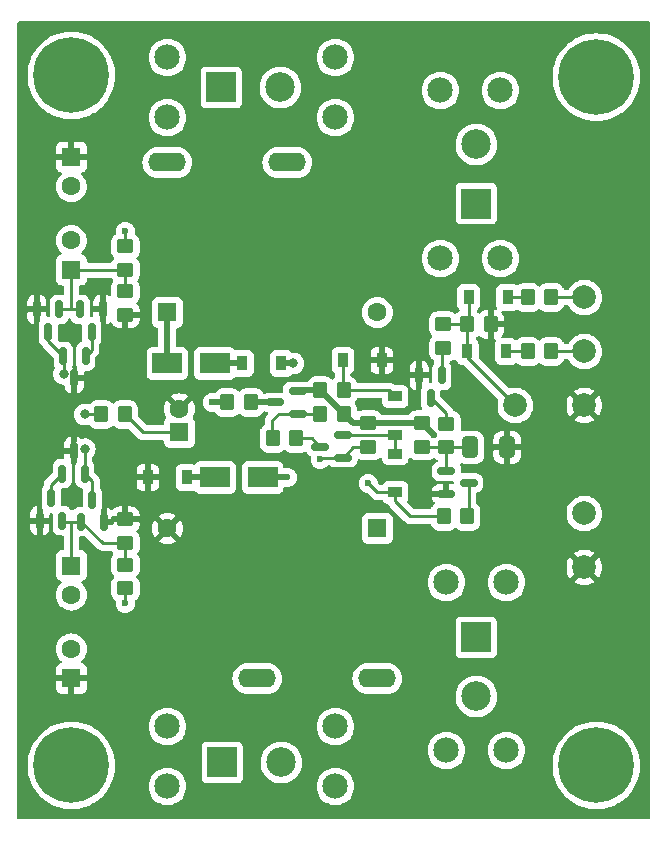
<source format=gbr>
G04 #@! TF.GenerationSoftware,KiCad,Pcbnew,(6.0.2-0)*
G04 #@! TF.CreationDate,2022-02-27T19:37:57+01:00*
G04 #@! TF.ProjectId,protection-relais,70726f74-6563-4746-996f-6e2d72656c61,rev?*
G04 #@! TF.SameCoordinates,Original*
G04 #@! TF.FileFunction,Copper,L1,Top*
G04 #@! TF.FilePolarity,Positive*
%FSLAX46Y46*%
G04 Gerber Fmt 4.6, Leading zero omitted, Abs format (unit mm)*
G04 Created by KiCad (PCBNEW (6.0.2-0)) date 2022-02-27 19:37:57*
%MOMM*%
%LPD*%
G01*
G04 APERTURE LIST*
G04 Aperture macros list*
%AMRoundRect*
0 Rectangle with rounded corners*
0 $1 Rounding radius*
0 $2 $3 $4 $5 $6 $7 $8 $9 X,Y pos of 4 corners*
0 Add a 4 corners polygon primitive as box body*
4,1,4,$2,$3,$4,$5,$6,$7,$8,$9,$2,$3,0*
0 Add four circle primitives for the rounded corners*
1,1,$1+$1,$2,$3*
1,1,$1+$1,$4,$5*
1,1,$1+$1,$6,$7*
1,1,$1+$1,$8,$9*
0 Add four rect primitives between the rounded corners*
20,1,$1+$1,$2,$3,$4,$5,0*
20,1,$1+$1,$4,$5,$6,$7,0*
20,1,$1+$1,$6,$7,$8,$9,0*
20,1,$1+$1,$8,$9,$2,$3,0*%
G04 Aperture macros list end*
G04 #@! TA.AperFunction,SMDPad,CuDef*
%ADD10RoundRect,0.250000X-0.350000X-0.450000X0.350000X-0.450000X0.350000X0.450000X-0.350000X0.450000X0*%
G04 #@! TD*
G04 #@! TA.AperFunction,ComponentPad*
%ADD11R,1.600000X1.600000*%
G04 #@! TD*
G04 #@! TA.AperFunction,ComponentPad*
%ADD12C,1.600000*%
G04 #@! TD*
G04 #@! TA.AperFunction,ComponentPad*
%ADD13O,3.200000X1.600000*%
G04 #@! TD*
G04 #@! TA.AperFunction,SMDPad,CuDef*
%ADD14R,1.200000X0.900000*%
G04 #@! TD*
G04 #@! TA.AperFunction,SMDPad,CuDef*
%ADD15R,0.900000X1.200000*%
G04 #@! TD*
G04 #@! TA.AperFunction,SMDPad,CuDef*
%ADD16RoundRect,0.250000X-0.450000X0.350000X-0.450000X-0.350000X0.450000X-0.350000X0.450000X0.350000X0*%
G04 #@! TD*
G04 #@! TA.AperFunction,SMDPad,CuDef*
%ADD17RoundRect,0.150000X-0.150000X0.587500X-0.150000X-0.587500X0.150000X-0.587500X0.150000X0.587500X0*%
G04 #@! TD*
G04 #@! TA.AperFunction,ComponentPad*
%ADD18R,2.500000X2.500000*%
G04 #@! TD*
G04 #@! TA.AperFunction,ComponentPad*
%ADD19C,2.500000*%
G04 #@! TD*
G04 #@! TA.AperFunction,ComponentPad*
%ADD20C,2.145000*%
G04 #@! TD*
G04 #@! TA.AperFunction,SMDPad,CuDef*
%ADD21RoundRect,0.250000X0.350000X0.450000X-0.350000X0.450000X-0.350000X-0.450000X0.350000X-0.450000X0*%
G04 #@! TD*
G04 #@! TA.AperFunction,ComponentPad*
%ADD22C,2.000000*%
G04 #@! TD*
G04 #@! TA.AperFunction,SMDPad,CuDef*
%ADD23RoundRect,0.150000X0.150000X-0.587500X0.150000X0.587500X-0.150000X0.587500X-0.150000X-0.587500X0*%
G04 #@! TD*
G04 #@! TA.AperFunction,SMDPad,CuDef*
%ADD24RoundRect,0.150000X0.587500X0.150000X-0.587500X0.150000X-0.587500X-0.150000X0.587500X-0.150000X0*%
G04 #@! TD*
G04 #@! TA.AperFunction,ComponentPad*
%ADD25C,0.800000*%
G04 #@! TD*
G04 #@! TA.AperFunction,ComponentPad*
%ADD26C,6.400000*%
G04 #@! TD*
G04 #@! TA.AperFunction,SMDPad,CuDef*
%ADD27RoundRect,0.150000X-0.587500X-0.150000X0.587500X-0.150000X0.587500X0.150000X-0.587500X0.150000X0*%
G04 #@! TD*
G04 #@! TA.AperFunction,SMDPad,CuDef*
%ADD28RoundRect,0.250000X-0.412500X-0.650000X0.412500X-0.650000X0.412500X0.650000X-0.412500X0.650000X0*%
G04 #@! TD*
G04 #@! TA.AperFunction,SMDPad,CuDef*
%ADD29RoundRect,0.250000X0.450000X-0.350000X0.450000X0.350000X-0.450000X0.350000X-0.450000X-0.350000X0*%
G04 #@! TD*
G04 #@! TA.AperFunction,SMDPad,CuDef*
%ADD30R,2.500000X1.800000*%
G04 #@! TD*
G04 #@! TA.AperFunction,ViaPad*
%ADD31C,0.600000*%
G04 #@! TD*
G04 #@! TA.AperFunction,ViaPad*
%ADD32C,0.800000*%
G04 #@! TD*
G04 #@! TA.AperFunction,Conductor*
%ADD33C,0.250000*%
G04 #@! TD*
G04 #@! TA.AperFunction,Conductor*
%ADD34C,0.500000*%
G04 #@! TD*
G04 APERTURE END LIST*
D10*
X104680000Y-91694000D03*
X106680000Y-91694000D03*
D11*
X113538000Y-99314000D03*
D12*
X95758000Y-99314000D03*
D13*
X103378000Y-112014000D03*
X113538000Y-112014000D03*
D11*
X95758000Y-81026000D03*
D12*
X113538000Y-81026000D03*
D13*
X105918000Y-68326000D03*
X95758000Y-68326000D03*
D14*
X115062000Y-96266000D03*
X115062000Y-92966000D03*
D15*
X94108000Y-94996000D03*
X97408000Y-94996000D03*
D16*
X92202000Y-98552000D03*
X92202000Y-100552000D03*
D15*
X110618000Y-85090000D03*
X113918000Y-85090000D03*
D10*
X110712000Y-87630000D03*
X108712000Y-87630000D03*
D17*
X90292000Y-80772000D03*
X88392000Y-80772000D03*
X89342000Y-82647000D03*
D16*
X112776000Y-90424000D03*
X112776000Y-92424000D03*
D18*
X121920000Y-71802000D03*
D19*
X121920000Y-66802000D03*
D10*
X121158000Y-98298000D03*
X119158000Y-98298000D03*
D20*
X118872000Y-76454000D03*
X123952000Y-76454000D03*
D21*
X128254000Y-84328000D03*
X126254000Y-84328000D03*
D17*
X88834000Y-84739000D03*
X86934000Y-84739000D03*
X87884000Y-86614000D03*
D10*
X90170000Y-89662000D03*
X92170000Y-89662000D03*
D11*
X87630000Y-67858000D03*
D12*
X87630000Y-70358000D03*
D22*
X131064000Y-88900000D03*
D20*
X119380000Y-118110000D03*
X124460000Y-118110000D03*
D22*
X131064000Y-84328000D03*
X125222000Y-88900000D03*
D16*
X117348000Y-90424000D03*
X117348000Y-92424000D03*
D18*
X100330000Y-61976000D03*
D19*
X105330000Y-61976000D03*
D22*
X131064000Y-79756000D03*
X131064000Y-102616000D03*
D21*
X102838000Y-88646000D03*
X100838000Y-88646000D03*
D18*
X121920000Y-108538000D03*
D19*
X121920000Y-113538000D03*
D20*
X109982000Y-121158000D03*
X109982000Y-116078000D03*
D23*
X84968000Y-98649000D03*
X86868000Y-98649000D03*
X85918000Y-96774000D03*
D24*
X106777000Y-89596000D03*
X106777000Y-87696000D03*
X104902000Y-88646000D03*
D25*
X87630000Y-63360000D03*
X85230000Y-60960000D03*
D26*
X87630000Y-60960000D03*
D25*
X85932944Y-62657056D03*
X87630000Y-58560000D03*
X89327056Y-62657056D03*
X89327056Y-59262944D03*
X85932944Y-59262944D03*
X90030000Y-60960000D03*
D17*
X118994000Y-86360000D03*
X117094000Y-86360000D03*
X118044000Y-88235000D03*
D20*
X118872000Y-62230000D03*
X123952000Y-62230000D03*
D27*
X119380000Y-94488000D03*
X119380000Y-96388000D03*
X121255000Y-95438000D03*
D18*
X100410000Y-119126000D03*
D19*
X105410000Y-119126000D03*
D16*
X92202000Y-75438000D03*
X92202000Y-77438000D03*
D20*
X119380000Y-103886000D03*
X124460000Y-103886000D03*
D25*
X130382944Y-59402944D03*
X132080000Y-63500000D03*
X134480000Y-61100000D03*
X129680000Y-61100000D03*
X130382944Y-62797056D03*
X133777056Y-62797056D03*
X132080000Y-58700000D03*
D26*
X132080000Y-61100000D03*
D25*
X133777056Y-59402944D03*
D11*
X87630000Y-77430000D03*
D12*
X87630000Y-74930000D03*
D11*
X96774000Y-91186000D03*
D12*
X96774000Y-89186000D03*
D15*
X121270000Y-79756000D03*
X124570000Y-79756000D03*
D16*
X119126000Y-82042000D03*
X119126000Y-84042000D03*
D20*
X95758000Y-64516000D03*
X95758000Y-59436000D03*
D28*
X121412000Y-92456000D03*
X124537000Y-92456000D03*
D29*
X119380000Y-92456000D03*
X119380000Y-90456000D03*
D22*
X131064000Y-98044000D03*
D21*
X123158000Y-82042000D03*
X121158000Y-82042000D03*
X110712000Y-89662000D03*
X108712000Y-89662000D03*
D23*
X88458000Y-98737363D03*
X90358000Y-98737363D03*
X89408000Y-96862363D03*
D14*
X115062000Y-88138000D03*
X115062000Y-91438000D03*
D20*
X109982000Y-64516000D03*
X109982000Y-59436000D03*
X95758000Y-121158000D03*
X95758000Y-116078000D03*
D11*
X87630000Y-102449621D03*
D12*
X87630000Y-104949621D03*
D24*
X110587000Y-93340000D03*
X110587000Y-91440000D03*
X108712000Y-92390000D03*
D30*
X103822000Y-94996000D03*
X99822000Y-94996000D03*
D29*
X92202000Y-104378000D03*
X92202000Y-102378000D03*
X92202000Y-81248000D03*
X92202000Y-79248000D03*
D30*
X95758000Y-85344000D03*
X99758000Y-85344000D03*
D17*
X86614000Y-80772000D03*
X84714000Y-80772000D03*
X85664000Y-82647000D03*
D11*
X87630000Y-112014001D03*
D12*
X87630000Y-109514001D03*
D21*
X128254000Y-79756000D03*
X126254000Y-79756000D03*
D23*
X86868000Y-94663500D03*
X88768000Y-94663500D03*
X87818000Y-92788500D03*
D15*
X105408000Y-85344000D03*
X102108000Y-85344000D03*
D25*
X134480000Y-119380000D03*
X129680000Y-119380000D03*
X130382944Y-117682944D03*
X130382944Y-121077056D03*
X133777056Y-117682944D03*
D26*
X132080000Y-119380000D03*
D25*
X133777056Y-121077056D03*
X132080000Y-116980000D03*
X132080000Y-121780000D03*
X85932944Y-121077056D03*
X89327056Y-121077056D03*
X89327056Y-117682944D03*
X87630000Y-116980000D03*
D26*
X87630000Y-119380000D03*
D25*
X87630000Y-121780000D03*
X90030000Y-119380000D03*
X85230000Y-119380000D03*
X85932944Y-117682944D03*
D15*
X121142000Y-84328000D03*
X124442000Y-84328000D03*
D31*
X108712000Y-93472000D03*
X112776000Y-95504000D03*
X92202000Y-105664000D03*
X92202000Y-74168000D03*
X99568000Y-88646000D03*
D32*
X106426000Y-85344000D03*
D31*
X105918000Y-94996000D03*
D32*
X86984500Y-86233000D03*
X88773000Y-89662000D03*
X88773000Y-92583000D03*
D31*
X118364000Y-91440000D03*
D33*
X115062000Y-97028000D02*
X116332000Y-98298000D01*
X115062000Y-96266000D02*
X115062000Y-97028000D01*
X116332000Y-98298000D02*
X119158000Y-98298000D01*
X121255000Y-95438000D02*
X121255000Y-98201000D01*
X121255000Y-98201000D02*
X121158000Y-98298000D01*
X115062000Y-92966000D02*
X115062000Y-91438000D01*
X115062000Y-96266000D02*
X113538000Y-96266000D01*
X113538000Y-96266000D02*
X112776000Y-95504000D01*
X105222000Y-89596000D02*
X104648000Y-90170000D01*
X106777000Y-89596000D02*
X105222000Y-89596000D01*
X104648000Y-90170000D02*
X104648000Y-91662000D01*
X104648000Y-91662000D02*
X104680000Y-91694000D01*
X106680000Y-91694000D02*
X108016000Y-91694000D01*
X108016000Y-91694000D02*
X108712000Y-92390000D01*
X119380000Y-92456000D02*
X117380000Y-92456000D01*
X121412000Y-92456000D02*
X119380000Y-92456000D01*
X119380000Y-94488000D02*
X119380000Y-92456000D01*
X88392000Y-80772000D02*
X87630000Y-80772000D01*
X92194000Y-77430000D02*
X87630000Y-77430000D01*
X87630000Y-77430000D02*
X87630000Y-80772000D01*
X87630000Y-80772000D02*
X86614000Y-80772000D01*
X92202000Y-77438000D02*
X92202000Y-79248000D01*
X87630000Y-102449621D02*
X87630000Y-98806000D01*
X87561363Y-98737363D02*
X86956363Y-98737363D01*
X92202000Y-100552000D02*
X90272637Y-100552000D01*
X92202000Y-102378000D02*
X92202000Y-100552000D01*
X90272637Y-100552000D02*
X88458000Y-98737363D01*
X87630000Y-98806000D02*
X87561363Y-98737363D01*
X88458000Y-98737363D02*
X87561363Y-98737363D01*
X118994000Y-86360000D02*
X118994000Y-84174000D01*
D34*
X102108000Y-85344000D02*
X99758000Y-85344000D01*
D33*
X93694000Y-91186000D02*
X92170000Y-89662000D01*
X110587000Y-93340000D02*
X111503000Y-92424000D01*
X111503000Y-92424000D02*
X112776000Y-92424000D01*
X110587000Y-93340000D02*
X108844000Y-93340000D01*
X96774000Y-91186000D02*
X93694000Y-91186000D01*
X108844000Y-93340000D02*
X108712000Y-93472000D01*
X121142000Y-84820000D02*
X121142000Y-84328000D01*
X121142000Y-84328000D02*
X121142000Y-82058000D01*
X121158000Y-82042000D02*
X119126000Y-82042000D01*
X121270000Y-79756000D02*
X121270000Y-81930000D01*
X125222000Y-88900000D02*
X121142000Y-84820000D01*
D34*
X99822000Y-94996000D02*
X97408000Y-94996000D01*
D33*
X124570000Y-79756000D02*
X126254000Y-79756000D01*
X128254000Y-79756000D02*
X131064000Y-79756000D01*
X124442000Y-84328000D02*
X126254000Y-84328000D01*
X114554000Y-87630000D02*
X115062000Y-88138000D01*
X110618000Y-87536000D02*
X110618000Y-85090000D01*
X110712000Y-87630000D02*
X114554000Y-87630000D01*
X115062000Y-91438000D02*
X110589000Y-91438000D01*
X128254000Y-84328000D02*
X131064000Y-84328000D01*
X92202000Y-104378000D02*
X92202000Y-105664000D01*
X92202000Y-75438000D02*
X92202000Y-74168000D01*
D34*
X100838000Y-88646000D02*
X99568000Y-88646000D01*
X95758000Y-85344000D02*
X95758000Y-81026000D01*
D33*
X119380000Y-89571000D02*
X118044000Y-88235000D01*
X119380000Y-90456000D02*
X119380000Y-89571000D01*
D34*
X105918000Y-94996000D02*
X103822000Y-94996000D01*
X105408000Y-85344000D02*
X106426000Y-85344000D01*
X104902000Y-88646000D02*
X102838000Y-88646000D01*
D33*
X89342000Y-82647000D02*
X89342000Y-84231000D01*
X89342000Y-84231000D02*
X88834000Y-84739000D01*
X85918000Y-95613500D02*
X86868000Y-94663500D01*
X85918000Y-96774000D02*
X85918000Y-95613500D01*
X89408000Y-95303500D02*
X88768000Y-94663500D01*
X90170000Y-89662000D02*
X88773000Y-89662000D01*
X85664000Y-83469000D02*
X86934000Y-84739000D01*
X86984500Y-86233000D02*
X86984500Y-84789500D01*
X88768000Y-94663500D02*
X88768000Y-92588000D01*
X88768000Y-92588000D02*
X88773000Y-92583000D01*
X89408000Y-96862363D02*
X89408000Y-95303500D01*
X85664000Y-82647000D02*
X85664000Y-83469000D01*
D34*
X111474000Y-90424000D02*
X110712000Y-89662000D01*
X112776000Y-90424000D02*
X111474000Y-90424000D01*
X117348000Y-90424000D02*
X112776000Y-90424000D01*
X110712000Y-89630000D02*
X108712000Y-87630000D01*
X118364000Y-91440000D02*
X117348000Y-90424000D01*
X106843000Y-87630000D02*
X106777000Y-87696000D01*
X108712000Y-87630000D02*
X106843000Y-87630000D01*
D33*
X106777000Y-89596000D02*
X108646000Y-89596000D01*
G04 #@! TA.AperFunction,Conductor*
G36*
X136594121Y-56408002D02*
G01*
X136640614Y-56461658D01*
X136652000Y-56514000D01*
X136652000Y-123826000D01*
X136631998Y-123894121D01*
X136578342Y-123940614D01*
X136526000Y-123952000D01*
X83184000Y-123952000D01*
X83115879Y-123931998D01*
X83069386Y-123878342D01*
X83058000Y-123826000D01*
X83058000Y-119380000D01*
X83916411Y-119380000D01*
X83936754Y-119768176D01*
X83937267Y-119771416D01*
X83937268Y-119771424D01*
X83954181Y-119878205D01*
X83997562Y-120152099D01*
X84098167Y-120527562D01*
X84099352Y-120530650D01*
X84099353Y-120530652D01*
X84107796Y-120552646D01*
X84237468Y-120890453D01*
X84413938Y-121236794D01*
X84625643Y-121562793D01*
X84870266Y-121864876D01*
X85145124Y-122139734D01*
X85447207Y-122384357D01*
X85449970Y-122386152D01*
X85449971Y-122386152D01*
X85734670Y-122571037D01*
X85773205Y-122596062D01*
X85776139Y-122597557D01*
X85776146Y-122597561D01*
X86022745Y-122723209D01*
X86119547Y-122772532D01*
X86482438Y-122911833D01*
X86857901Y-123012438D01*
X87061793Y-123044732D01*
X87238576Y-123072732D01*
X87238584Y-123072733D01*
X87241824Y-123073246D01*
X87630000Y-123093589D01*
X88018176Y-123073246D01*
X88021416Y-123072733D01*
X88021424Y-123072732D01*
X88198207Y-123044732D01*
X88402099Y-123012438D01*
X88777562Y-122911833D01*
X89140453Y-122772532D01*
X89237255Y-122723209D01*
X89483854Y-122597561D01*
X89483861Y-122597557D01*
X89486795Y-122596062D01*
X89525331Y-122571037D01*
X89810029Y-122386152D01*
X89810030Y-122386152D01*
X89812793Y-122384357D01*
X90114876Y-122139734D01*
X90389734Y-121864876D01*
X90634357Y-121562793D01*
X90846062Y-121236794D01*
X90886210Y-121158000D01*
X94172111Y-121158000D01*
X94191636Y-121406088D01*
X94249730Y-121648067D01*
X94251623Y-121652638D01*
X94251624Y-121652640D01*
X94340504Y-121867213D01*
X94344963Y-121877979D01*
X94474989Y-122090162D01*
X94636607Y-122279393D01*
X94825838Y-122441011D01*
X95038021Y-122571037D01*
X95042591Y-122572930D01*
X95042595Y-122572932D01*
X95098436Y-122596062D01*
X95267933Y-122666270D01*
X95352094Y-122686475D01*
X95505099Y-122723209D01*
X95505105Y-122723210D01*
X95509912Y-122724364D01*
X95758000Y-122743889D01*
X96006088Y-122724364D01*
X96010895Y-122723210D01*
X96010901Y-122723209D01*
X96163906Y-122686475D01*
X96248067Y-122666270D01*
X96417564Y-122596062D01*
X96473405Y-122572932D01*
X96473409Y-122572930D01*
X96477979Y-122571037D01*
X96690162Y-122441011D01*
X96879393Y-122279393D01*
X97041011Y-122090162D01*
X97171037Y-121877979D01*
X97175497Y-121867213D01*
X97264376Y-121652640D01*
X97264377Y-121652638D01*
X97266270Y-121648067D01*
X97324364Y-121406088D01*
X97343889Y-121158000D01*
X108396111Y-121158000D01*
X108415636Y-121406088D01*
X108473730Y-121648067D01*
X108475623Y-121652638D01*
X108475624Y-121652640D01*
X108564504Y-121867213D01*
X108568963Y-121877979D01*
X108698989Y-122090162D01*
X108860607Y-122279393D01*
X109049838Y-122441011D01*
X109262021Y-122571037D01*
X109266591Y-122572930D01*
X109266595Y-122572932D01*
X109322436Y-122596062D01*
X109491933Y-122666270D01*
X109576094Y-122686475D01*
X109729099Y-122723209D01*
X109729105Y-122723210D01*
X109733912Y-122724364D01*
X109982000Y-122743889D01*
X110230088Y-122724364D01*
X110234895Y-122723210D01*
X110234901Y-122723209D01*
X110387906Y-122686475D01*
X110472067Y-122666270D01*
X110641564Y-122596062D01*
X110697405Y-122572932D01*
X110697409Y-122572930D01*
X110701979Y-122571037D01*
X110914162Y-122441011D01*
X111103393Y-122279393D01*
X111265011Y-122090162D01*
X111395037Y-121877979D01*
X111399497Y-121867213D01*
X111488376Y-121652640D01*
X111488377Y-121652638D01*
X111490270Y-121648067D01*
X111548364Y-121406088D01*
X111567889Y-121158000D01*
X111548364Y-120909912D01*
X111544399Y-120893393D01*
X111496054Y-120692025D01*
X111490270Y-120667933D01*
X111488376Y-120663360D01*
X111396932Y-120442595D01*
X111396930Y-120442591D01*
X111395037Y-120438021D01*
X111265011Y-120225838D01*
X111103393Y-120036607D01*
X110914162Y-119874989D01*
X110701979Y-119744963D01*
X110697409Y-119743070D01*
X110697405Y-119743068D01*
X110476640Y-119651624D01*
X110476638Y-119651623D01*
X110472067Y-119649730D01*
X110333138Y-119616376D01*
X110234901Y-119592791D01*
X110234895Y-119592790D01*
X110230088Y-119591636D01*
X109982000Y-119572111D01*
X109733912Y-119591636D01*
X109729105Y-119592790D01*
X109729099Y-119592791D01*
X109630862Y-119616376D01*
X109491933Y-119649730D01*
X109487362Y-119651623D01*
X109487360Y-119651624D01*
X109266595Y-119743068D01*
X109266591Y-119743070D01*
X109262021Y-119744963D01*
X109049838Y-119874989D01*
X108860607Y-120036607D01*
X108698989Y-120225838D01*
X108568963Y-120438021D01*
X108567070Y-120442591D01*
X108567068Y-120442595D01*
X108475624Y-120663360D01*
X108473730Y-120667933D01*
X108467946Y-120692025D01*
X108419602Y-120893393D01*
X108415636Y-120909912D01*
X108396111Y-121158000D01*
X97343889Y-121158000D01*
X97324364Y-120909912D01*
X97320399Y-120893393D01*
X97272054Y-120692025D01*
X97266270Y-120667933D01*
X97264376Y-120663360D01*
X97172932Y-120442595D01*
X97172930Y-120442591D01*
X97171037Y-120438021D01*
X97162527Y-120424134D01*
X98651500Y-120424134D01*
X98658255Y-120486316D01*
X98709385Y-120622705D01*
X98796739Y-120739261D01*
X98913295Y-120826615D01*
X99049684Y-120877745D01*
X99111866Y-120884500D01*
X101708134Y-120884500D01*
X101770316Y-120877745D01*
X101906705Y-120826615D01*
X102023261Y-120739261D01*
X102110615Y-120622705D01*
X102161745Y-120486316D01*
X102168500Y-120424134D01*
X102168500Y-119079839D01*
X103647173Y-119079839D01*
X103659713Y-119340908D01*
X103710704Y-119597256D01*
X103799026Y-119843252D01*
X103801242Y-119847376D01*
X103902919Y-120036607D01*
X103922737Y-120073491D01*
X103925532Y-120077234D01*
X103925534Y-120077237D01*
X104076330Y-120279177D01*
X104076335Y-120279183D01*
X104079122Y-120282915D01*
X104082431Y-120286195D01*
X104082436Y-120286201D01*
X104261426Y-120463635D01*
X104264743Y-120466923D01*
X104268505Y-120469681D01*
X104268508Y-120469684D01*
X104465736Y-120614297D01*
X104475524Y-120621474D01*
X104479667Y-120623654D01*
X104479669Y-120623655D01*
X104702684Y-120740989D01*
X104702689Y-120740991D01*
X104706834Y-120743172D01*
X104953590Y-120829344D01*
X104958183Y-120830216D01*
X105205785Y-120877224D01*
X105205788Y-120877224D01*
X105210374Y-120878095D01*
X105340959Y-120883226D01*
X105466875Y-120888174D01*
X105466881Y-120888174D01*
X105471543Y-120888357D01*
X105560651Y-120878598D01*
X105726707Y-120860412D01*
X105726712Y-120860411D01*
X105731360Y-120859902D01*
X105844116Y-120830216D01*
X105979594Y-120794548D01*
X105979596Y-120794547D01*
X105984117Y-120793357D01*
X106224262Y-120690182D01*
X106446519Y-120552646D01*
X106450082Y-120549629D01*
X106450087Y-120549626D01*
X106642439Y-120386787D01*
X106642440Y-120386786D01*
X106646005Y-120383768D01*
X106780808Y-120230055D01*
X106815257Y-120190774D01*
X106815261Y-120190769D01*
X106818339Y-120187259D01*
X106838904Y-120155288D01*
X106957205Y-119971367D01*
X106959733Y-119967437D01*
X107067083Y-119729129D01*
X107105567Y-119592676D01*
X107136760Y-119482076D01*
X107136761Y-119482073D01*
X107138030Y-119477572D01*
X107150023Y-119383301D01*
X107170616Y-119221421D01*
X107170616Y-119221417D01*
X107171014Y-119218291D01*
X107173431Y-119126000D01*
X107169655Y-119075185D01*
X107154407Y-118870000D01*
X107154406Y-118869996D01*
X107154061Y-118865348D01*
X107142725Y-118815248D01*
X107097408Y-118614980D01*
X107096377Y-118610423D01*
X107001647Y-118366823D01*
X106871951Y-118139902D01*
X106848378Y-118110000D01*
X117794111Y-118110000D01*
X117813636Y-118358088D01*
X117871730Y-118600067D01*
X117873623Y-118604638D01*
X117873624Y-118604640D01*
X117964668Y-118824438D01*
X117966963Y-118829979D01*
X118096989Y-119042162D01*
X118258607Y-119231393D01*
X118447838Y-119393011D01*
X118660021Y-119523037D01*
X118664591Y-119524930D01*
X118664595Y-119524932D01*
X118849811Y-119601651D01*
X118889933Y-119618270D01*
X118974094Y-119638475D01*
X119127099Y-119675209D01*
X119127105Y-119675210D01*
X119131912Y-119676364D01*
X119380000Y-119695889D01*
X119628088Y-119676364D01*
X119632895Y-119675210D01*
X119632901Y-119675209D01*
X119785906Y-119638475D01*
X119870067Y-119618270D01*
X119910189Y-119601651D01*
X120095405Y-119524932D01*
X120095409Y-119524930D01*
X120099979Y-119523037D01*
X120312162Y-119393011D01*
X120501393Y-119231393D01*
X120663011Y-119042162D01*
X120793037Y-118829979D01*
X120795333Y-118824438D01*
X120886376Y-118604640D01*
X120886377Y-118604638D01*
X120888270Y-118600067D01*
X120946364Y-118358088D01*
X120965889Y-118110000D01*
X122874111Y-118110000D01*
X122893636Y-118358088D01*
X122951730Y-118600067D01*
X122953623Y-118604638D01*
X122953624Y-118604640D01*
X123044668Y-118824438D01*
X123046963Y-118829979D01*
X123176989Y-119042162D01*
X123338607Y-119231393D01*
X123527838Y-119393011D01*
X123740021Y-119523037D01*
X123744591Y-119524930D01*
X123744595Y-119524932D01*
X123929811Y-119601651D01*
X123969933Y-119618270D01*
X124054094Y-119638475D01*
X124207099Y-119675209D01*
X124207105Y-119675210D01*
X124211912Y-119676364D01*
X124460000Y-119695889D01*
X124708088Y-119676364D01*
X124712895Y-119675210D01*
X124712901Y-119675209D01*
X124865906Y-119638475D01*
X124950067Y-119618270D01*
X124990189Y-119601651D01*
X125175405Y-119524932D01*
X125175409Y-119524930D01*
X125179979Y-119523037D01*
X125392162Y-119393011D01*
X125407396Y-119380000D01*
X128366411Y-119380000D01*
X128386754Y-119768176D01*
X128387267Y-119771416D01*
X128387268Y-119771424D01*
X128404181Y-119878205D01*
X128447562Y-120152099D01*
X128548167Y-120527562D01*
X128549352Y-120530650D01*
X128549353Y-120530652D01*
X128557796Y-120552646D01*
X128687468Y-120890453D01*
X128863938Y-121236794D01*
X129075643Y-121562793D01*
X129320266Y-121864876D01*
X129595124Y-122139734D01*
X129897207Y-122384357D01*
X129899970Y-122386152D01*
X129899971Y-122386152D01*
X130184670Y-122571037D01*
X130223205Y-122596062D01*
X130226139Y-122597557D01*
X130226146Y-122597561D01*
X130472745Y-122723209D01*
X130569547Y-122772532D01*
X130932438Y-122911833D01*
X131307901Y-123012438D01*
X131511793Y-123044732D01*
X131688576Y-123072732D01*
X131688584Y-123072733D01*
X131691824Y-123073246D01*
X132080000Y-123093589D01*
X132468176Y-123073246D01*
X132471416Y-123072733D01*
X132471424Y-123072732D01*
X132648207Y-123044732D01*
X132852099Y-123012438D01*
X133227562Y-122911833D01*
X133590453Y-122772532D01*
X133687255Y-122723209D01*
X133933854Y-122597561D01*
X133933861Y-122597557D01*
X133936795Y-122596062D01*
X133975331Y-122571037D01*
X134260029Y-122386152D01*
X134260030Y-122386152D01*
X134262793Y-122384357D01*
X134564876Y-122139734D01*
X134839734Y-121864876D01*
X135084357Y-121562793D01*
X135296062Y-121236794D01*
X135472532Y-120890453D01*
X135602204Y-120552646D01*
X135610647Y-120530652D01*
X135610648Y-120530650D01*
X135611833Y-120527562D01*
X135712438Y-120152099D01*
X135755819Y-119878205D01*
X135772732Y-119771424D01*
X135772733Y-119771416D01*
X135773246Y-119768176D01*
X135793589Y-119380000D01*
X135773246Y-118991824D01*
X135712438Y-118607901D01*
X135611833Y-118232438D01*
X135472532Y-117869547D01*
X135466189Y-117857099D01*
X135297561Y-117526147D01*
X135297557Y-117526140D01*
X135296062Y-117523206D01*
X135293928Y-117519919D01*
X135086152Y-117199971D01*
X135086152Y-117199970D01*
X135084357Y-117197207D01*
X134932890Y-117010162D01*
X134841809Y-116897686D01*
X134841806Y-116897682D01*
X134839734Y-116895124D01*
X134564876Y-116620266D01*
X134262793Y-116375643D01*
X133936795Y-116163938D01*
X133933861Y-116162443D01*
X133933854Y-116162439D01*
X133593393Y-115988966D01*
X133590453Y-115987468D01*
X133227562Y-115848167D01*
X132852099Y-115747562D01*
X132648207Y-115715268D01*
X132471424Y-115687268D01*
X132471416Y-115687267D01*
X132468176Y-115686754D01*
X132080000Y-115666411D01*
X131691824Y-115686754D01*
X131688584Y-115687267D01*
X131688576Y-115687268D01*
X131511793Y-115715268D01*
X131307901Y-115747562D01*
X130932438Y-115848167D01*
X130569547Y-115987468D01*
X130566607Y-115988966D01*
X130226147Y-116162439D01*
X130226140Y-116162443D01*
X130223206Y-116163938D01*
X129897207Y-116375643D01*
X129595124Y-116620266D01*
X129320266Y-116895124D01*
X129318194Y-116897682D01*
X129318191Y-116897686D01*
X129227110Y-117010162D01*
X129075643Y-117197207D01*
X129073848Y-117199970D01*
X129073848Y-117199971D01*
X128866073Y-117519919D01*
X128863938Y-117523206D01*
X128862443Y-117526140D01*
X128862439Y-117526147D01*
X128693811Y-117857099D01*
X128687468Y-117869547D01*
X128548167Y-118232438D01*
X128447562Y-118607901D01*
X128386754Y-118991824D01*
X128366411Y-119380000D01*
X125407396Y-119380000D01*
X125581393Y-119231393D01*
X125743011Y-119042162D01*
X125873037Y-118829979D01*
X125875333Y-118824438D01*
X125966376Y-118604640D01*
X125966377Y-118604638D01*
X125968270Y-118600067D01*
X126026364Y-118358088D01*
X126045889Y-118110000D01*
X126026364Y-117861912D01*
X126018191Y-117827866D01*
X125978730Y-117663501D01*
X125968270Y-117619933D01*
X125963841Y-117609241D01*
X125874932Y-117394595D01*
X125874930Y-117394591D01*
X125873037Y-117390021D01*
X125743011Y-117177838D01*
X125581393Y-116988607D01*
X125392162Y-116826989D01*
X125179979Y-116696963D01*
X125175409Y-116695070D01*
X125175405Y-116695068D01*
X124954640Y-116603624D01*
X124954638Y-116603623D01*
X124950067Y-116601730D01*
X124865906Y-116581525D01*
X124712901Y-116544791D01*
X124712895Y-116544790D01*
X124708088Y-116543636D01*
X124460000Y-116524111D01*
X124211912Y-116543636D01*
X124207105Y-116544790D01*
X124207099Y-116544791D01*
X124054094Y-116581525D01*
X123969933Y-116601730D01*
X123965362Y-116603623D01*
X123965360Y-116603624D01*
X123744595Y-116695068D01*
X123744591Y-116695070D01*
X123740021Y-116696963D01*
X123527838Y-116826989D01*
X123338607Y-116988607D01*
X123176989Y-117177838D01*
X123046963Y-117390021D01*
X123045070Y-117394591D01*
X123045068Y-117394595D01*
X122956159Y-117609241D01*
X122951730Y-117619933D01*
X122941270Y-117663501D01*
X122901810Y-117827866D01*
X122893636Y-117861912D01*
X122874111Y-118110000D01*
X120965889Y-118110000D01*
X120946364Y-117861912D01*
X120938191Y-117827866D01*
X120898730Y-117663501D01*
X120888270Y-117619933D01*
X120883841Y-117609241D01*
X120794932Y-117394595D01*
X120794930Y-117394591D01*
X120793037Y-117390021D01*
X120663011Y-117177838D01*
X120501393Y-116988607D01*
X120312162Y-116826989D01*
X120099979Y-116696963D01*
X120095409Y-116695070D01*
X120095405Y-116695068D01*
X119874640Y-116603624D01*
X119874638Y-116603623D01*
X119870067Y-116601730D01*
X119785906Y-116581525D01*
X119632901Y-116544791D01*
X119632895Y-116544790D01*
X119628088Y-116543636D01*
X119380000Y-116524111D01*
X119131912Y-116543636D01*
X119127105Y-116544790D01*
X119127099Y-116544791D01*
X118974094Y-116581525D01*
X118889933Y-116601730D01*
X118885362Y-116603623D01*
X118885360Y-116603624D01*
X118664595Y-116695068D01*
X118664591Y-116695070D01*
X118660021Y-116696963D01*
X118447838Y-116826989D01*
X118258607Y-116988607D01*
X118096989Y-117177838D01*
X117966963Y-117390021D01*
X117965070Y-117394591D01*
X117965068Y-117394595D01*
X117876159Y-117609241D01*
X117871730Y-117619933D01*
X117861270Y-117663501D01*
X117821810Y-117827866D01*
X117813636Y-117861912D01*
X117794111Y-118110000D01*
X106848378Y-118110000D01*
X106710138Y-117934643D01*
X106519763Y-117755557D01*
X106337758Y-117629295D01*
X106308851Y-117609241D01*
X106308848Y-117609239D01*
X106305009Y-117606576D01*
X106266175Y-117587425D01*
X106074781Y-117493040D01*
X106074778Y-117493039D01*
X106070593Y-117490975D01*
X106024449Y-117476204D01*
X105826123Y-117412720D01*
X105821665Y-117411293D01*
X105563693Y-117369279D01*
X105449942Y-117367790D01*
X105307022Y-117365919D01*
X105307019Y-117365919D01*
X105302345Y-117365858D01*
X105043362Y-117401104D01*
X104792433Y-117474243D01*
X104788180Y-117476203D01*
X104788179Y-117476204D01*
X104756004Y-117491037D01*
X104555072Y-117583668D01*
X104516067Y-117609241D01*
X104340404Y-117724410D01*
X104340399Y-117724414D01*
X104336491Y-117726976D01*
X104141494Y-117901018D01*
X103974363Y-118101970D01*
X103838771Y-118325419D01*
X103737697Y-118566455D01*
X103673359Y-118819783D01*
X103647173Y-119079839D01*
X102168500Y-119079839D01*
X102168500Y-117827866D01*
X102161745Y-117765684D01*
X102110615Y-117629295D01*
X102023261Y-117512739D01*
X101906705Y-117425385D01*
X101770316Y-117374255D01*
X101708134Y-117367500D01*
X99111866Y-117367500D01*
X99049684Y-117374255D01*
X98913295Y-117425385D01*
X98796739Y-117512739D01*
X98709385Y-117629295D01*
X98658255Y-117765684D01*
X98651500Y-117827866D01*
X98651500Y-120424134D01*
X97162527Y-120424134D01*
X97041011Y-120225838D01*
X96879393Y-120036607D01*
X96690162Y-119874989D01*
X96477979Y-119744963D01*
X96473409Y-119743070D01*
X96473405Y-119743068D01*
X96252640Y-119651624D01*
X96252638Y-119651623D01*
X96248067Y-119649730D01*
X96109138Y-119616376D01*
X96010901Y-119592791D01*
X96010895Y-119592790D01*
X96006088Y-119591636D01*
X95758000Y-119572111D01*
X95509912Y-119591636D01*
X95505105Y-119592790D01*
X95505099Y-119592791D01*
X95406862Y-119616376D01*
X95267933Y-119649730D01*
X95263362Y-119651623D01*
X95263360Y-119651624D01*
X95042595Y-119743068D01*
X95042591Y-119743070D01*
X95038021Y-119744963D01*
X94825838Y-119874989D01*
X94636607Y-120036607D01*
X94474989Y-120225838D01*
X94344963Y-120438021D01*
X94343070Y-120442591D01*
X94343068Y-120442595D01*
X94251624Y-120663360D01*
X94249730Y-120667933D01*
X94243946Y-120692025D01*
X94195602Y-120893393D01*
X94191636Y-120909912D01*
X94172111Y-121158000D01*
X90886210Y-121158000D01*
X91022532Y-120890453D01*
X91152204Y-120552646D01*
X91160647Y-120530652D01*
X91160648Y-120530650D01*
X91161833Y-120527562D01*
X91262438Y-120152099D01*
X91305819Y-119878205D01*
X91322732Y-119771424D01*
X91322733Y-119771416D01*
X91323246Y-119768176D01*
X91343589Y-119380000D01*
X91323246Y-118991824D01*
X91262438Y-118607901D01*
X91161833Y-118232438D01*
X91022532Y-117869547D01*
X91016189Y-117857099D01*
X90847561Y-117526147D01*
X90847557Y-117526140D01*
X90846062Y-117523206D01*
X90843928Y-117519919D01*
X90636152Y-117199971D01*
X90636152Y-117199970D01*
X90634357Y-117197207D01*
X90482890Y-117010162D01*
X90391809Y-116897686D01*
X90391806Y-116897682D01*
X90389734Y-116895124D01*
X90114876Y-116620266D01*
X89812793Y-116375643D01*
X89486795Y-116163938D01*
X89483861Y-116162443D01*
X89483854Y-116162439D01*
X89318133Y-116078000D01*
X94172111Y-116078000D01*
X94191636Y-116326088D01*
X94249730Y-116568067D01*
X94251623Y-116572638D01*
X94251624Y-116572640D01*
X94303121Y-116696963D01*
X94344963Y-116797979D01*
X94474989Y-117010162D01*
X94636607Y-117199393D01*
X94825838Y-117361011D01*
X95038021Y-117491037D01*
X95042591Y-117492930D01*
X95042595Y-117492932D01*
X95261651Y-117583668D01*
X95267933Y-117586270D01*
X95343900Y-117604508D01*
X95505099Y-117643209D01*
X95505105Y-117643210D01*
X95509912Y-117644364D01*
X95758000Y-117663889D01*
X96006088Y-117644364D01*
X96010895Y-117643210D01*
X96010901Y-117643209D01*
X96172100Y-117604508D01*
X96248067Y-117586270D01*
X96254349Y-117583668D01*
X96473405Y-117492932D01*
X96473409Y-117492930D01*
X96477979Y-117491037D01*
X96690162Y-117361011D01*
X96879393Y-117199393D01*
X97041011Y-117010162D01*
X97171037Y-116797979D01*
X97212880Y-116696963D01*
X97264376Y-116572640D01*
X97264377Y-116572638D01*
X97266270Y-116568067D01*
X97324364Y-116326088D01*
X97343889Y-116078000D01*
X108396111Y-116078000D01*
X108415636Y-116326088D01*
X108473730Y-116568067D01*
X108475623Y-116572638D01*
X108475624Y-116572640D01*
X108527121Y-116696963D01*
X108568963Y-116797979D01*
X108698989Y-117010162D01*
X108860607Y-117199393D01*
X109049838Y-117361011D01*
X109262021Y-117491037D01*
X109266591Y-117492930D01*
X109266595Y-117492932D01*
X109485651Y-117583668D01*
X109491933Y-117586270D01*
X109567900Y-117604508D01*
X109729099Y-117643209D01*
X109729105Y-117643210D01*
X109733912Y-117644364D01*
X109982000Y-117663889D01*
X110230088Y-117644364D01*
X110234895Y-117643210D01*
X110234901Y-117643209D01*
X110396100Y-117604508D01*
X110472067Y-117586270D01*
X110478349Y-117583668D01*
X110697405Y-117492932D01*
X110697409Y-117492930D01*
X110701979Y-117491037D01*
X110914162Y-117361011D01*
X111103393Y-117199393D01*
X111265011Y-117010162D01*
X111395037Y-116797979D01*
X111436880Y-116696963D01*
X111488376Y-116572640D01*
X111488377Y-116572638D01*
X111490270Y-116568067D01*
X111548364Y-116326088D01*
X111567889Y-116078000D01*
X111548364Y-115829912D01*
X111490270Y-115587933D01*
X111395037Y-115358021D01*
X111265011Y-115145838D01*
X111103393Y-114956607D01*
X110914162Y-114794989D01*
X110701979Y-114664963D01*
X110697409Y-114663070D01*
X110697405Y-114663068D01*
X110476640Y-114571624D01*
X110476638Y-114571623D01*
X110472067Y-114569730D01*
X110387906Y-114549525D01*
X110234901Y-114512791D01*
X110234895Y-114512790D01*
X110230088Y-114511636D01*
X109982000Y-114492111D01*
X109733912Y-114511636D01*
X109729105Y-114512790D01*
X109729099Y-114512791D01*
X109576094Y-114549525D01*
X109491933Y-114569730D01*
X109487362Y-114571623D01*
X109487360Y-114571624D01*
X109266595Y-114663068D01*
X109266591Y-114663070D01*
X109262021Y-114664963D01*
X109049838Y-114794989D01*
X108860607Y-114956607D01*
X108698989Y-115145838D01*
X108568963Y-115358021D01*
X108473730Y-115587933D01*
X108415636Y-115829912D01*
X108396111Y-116078000D01*
X97343889Y-116078000D01*
X97324364Y-115829912D01*
X97266270Y-115587933D01*
X97171037Y-115358021D01*
X97041011Y-115145838D01*
X96879393Y-114956607D01*
X96690162Y-114794989D01*
X96477979Y-114664963D01*
X96473409Y-114663070D01*
X96473405Y-114663068D01*
X96252640Y-114571624D01*
X96252638Y-114571623D01*
X96248067Y-114569730D01*
X96163906Y-114549525D01*
X96010901Y-114512791D01*
X96010895Y-114512790D01*
X96006088Y-114511636D01*
X95758000Y-114492111D01*
X95509912Y-114511636D01*
X95505105Y-114512790D01*
X95505099Y-114512791D01*
X95352094Y-114549525D01*
X95267933Y-114569730D01*
X95263362Y-114571623D01*
X95263360Y-114571624D01*
X95042595Y-114663068D01*
X95042591Y-114663070D01*
X95038021Y-114664963D01*
X94825838Y-114794989D01*
X94636607Y-114956607D01*
X94474989Y-115145838D01*
X94344963Y-115358021D01*
X94249730Y-115587933D01*
X94191636Y-115829912D01*
X94172111Y-116078000D01*
X89318133Y-116078000D01*
X89143393Y-115988966D01*
X89140453Y-115987468D01*
X88777562Y-115848167D01*
X88402099Y-115747562D01*
X88198207Y-115715268D01*
X88021424Y-115687268D01*
X88021416Y-115687267D01*
X88018176Y-115686754D01*
X87630000Y-115666411D01*
X87241824Y-115686754D01*
X87238584Y-115687267D01*
X87238576Y-115687268D01*
X87061793Y-115715268D01*
X86857901Y-115747562D01*
X86482438Y-115848167D01*
X86119547Y-115987468D01*
X86116607Y-115988966D01*
X85776147Y-116162439D01*
X85776140Y-116162443D01*
X85773206Y-116163938D01*
X85447207Y-116375643D01*
X85145124Y-116620266D01*
X84870266Y-116895124D01*
X84868194Y-116897682D01*
X84868191Y-116897686D01*
X84777110Y-117010162D01*
X84625643Y-117197207D01*
X84623848Y-117199970D01*
X84623848Y-117199971D01*
X84416073Y-117519919D01*
X84413938Y-117523206D01*
X84412443Y-117526140D01*
X84412439Y-117526147D01*
X84243811Y-117857099D01*
X84237468Y-117869547D01*
X84098167Y-118232438D01*
X83997562Y-118607901D01*
X83936754Y-118991824D01*
X83916411Y-119380000D01*
X83058000Y-119380000D01*
X83058000Y-113491839D01*
X120157173Y-113491839D01*
X120169713Y-113752908D01*
X120220704Y-114009256D01*
X120309026Y-114255252D01*
X120311242Y-114259376D01*
X120375753Y-114379437D01*
X120432737Y-114485491D01*
X120435532Y-114489234D01*
X120435534Y-114489237D01*
X120586330Y-114691177D01*
X120586335Y-114691183D01*
X120589122Y-114694915D01*
X120592431Y-114698195D01*
X120592436Y-114698201D01*
X120771426Y-114875635D01*
X120774743Y-114878923D01*
X120778505Y-114881681D01*
X120778508Y-114881684D01*
X120981750Y-115030707D01*
X120985524Y-115033474D01*
X120989667Y-115035654D01*
X120989669Y-115035655D01*
X121212684Y-115152989D01*
X121212689Y-115152991D01*
X121216834Y-115155172D01*
X121463590Y-115241344D01*
X121468183Y-115242216D01*
X121715785Y-115289224D01*
X121715788Y-115289224D01*
X121720374Y-115290095D01*
X121850958Y-115295226D01*
X121976875Y-115300174D01*
X121976881Y-115300174D01*
X121981543Y-115300357D01*
X122060977Y-115291657D01*
X122236707Y-115272412D01*
X122236712Y-115272411D01*
X122241360Y-115271902D01*
X122354116Y-115242216D01*
X122489594Y-115206548D01*
X122489596Y-115206547D01*
X122494117Y-115205357D01*
X122734262Y-115102182D01*
X122956519Y-114964646D01*
X122960082Y-114961629D01*
X122960087Y-114961626D01*
X123152439Y-114798787D01*
X123152440Y-114798786D01*
X123156005Y-114795768D01*
X123247729Y-114691177D01*
X123325257Y-114602774D01*
X123325261Y-114602769D01*
X123328339Y-114599259D01*
X123346115Y-114571624D01*
X123467205Y-114383367D01*
X123469733Y-114379437D01*
X123577083Y-114141129D01*
X123648030Y-113889572D01*
X123664832Y-113757496D01*
X123680616Y-113633421D01*
X123680616Y-113633417D01*
X123681014Y-113630291D01*
X123683431Y-113538000D01*
X123679655Y-113487185D01*
X123664407Y-113282000D01*
X123664406Y-113281996D01*
X123664061Y-113277348D01*
X123657807Y-113249707D01*
X123607408Y-113026980D01*
X123606377Y-113022423D01*
X123545350Y-112865491D01*
X123513340Y-112783176D01*
X123513339Y-112783173D01*
X123511647Y-112778823D01*
X123381951Y-112551902D01*
X123220138Y-112346643D01*
X123029763Y-112167557D01*
X122815009Y-112018576D01*
X122794628Y-112008525D01*
X122584781Y-111905040D01*
X122584778Y-111905039D01*
X122580593Y-111902975D01*
X122534449Y-111888204D01*
X122336123Y-111824720D01*
X122331665Y-111823293D01*
X122073693Y-111781279D01*
X121959942Y-111779790D01*
X121817022Y-111777919D01*
X121817019Y-111777919D01*
X121812345Y-111777858D01*
X121553362Y-111813104D01*
X121302433Y-111886243D01*
X121298180Y-111888203D01*
X121298179Y-111888204D01*
X121261659Y-111905040D01*
X121065072Y-111995668D01*
X121028760Y-112019475D01*
X120850404Y-112136410D01*
X120850399Y-112136414D01*
X120846491Y-112138976D01*
X120651494Y-112313018D01*
X120484363Y-112513970D01*
X120481934Y-112517973D01*
X120386492Y-112675257D01*
X120348771Y-112737419D01*
X120247697Y-112978455D01*
X120183359Y-113231783D01*
X120157173Y-113491839D01*
X83058000Y-113491839D01*
X83058000Y-112858670D01*
X86322001Y-112858670D01*
X86322371Y-112865491D01*
X86327895Y-112916353D01*
X86331521Y-112931605D01*
X86376676Y-113052055D01*
X86385214Y-113067650D01*
X86461715Y-113169725D01*
X86474276Y-113182286D01*
X86576351Y-113258787D01*
X86591946Y-113267325D01*
X86712394Y-113312479D01*
X86727649Y-113316106D01*
X86778514Y-113321632D01*
X86785328Y-113322001D01*
X87357885Y-113322001D01*
X87373124Y-113317526D01*
X87374329Y-113316136D01*
X87376000Y-113308453D01*
X87376000Y-113303885D01*
X87884000Y-113303885D01*
X87888475Y-113319124D01*
X87889865Y-113320329D01*
X87897548Y-113322000D01*
X88474669Y-113322000D01*
X88481490Y-113321630D01*
X88532352Y-113316106D01*
X88547604Y-113312480D01*
X88668054Y-113267325D01*
X88683649Y-113258787D01*
X88785724Y-113182286D01*
X88798285Y-113169725D01*
X88874786Y-113067650D01*
X88883324Y-113052055D01*
X88928478Y-112931607D01*
X88932105Y-112916352D01*
X88937631Y-112865487D01*
X88938000Y-112858673D01*
X88938000Y-112286116D01*
X88933525Y-112270877D01*
X88932135Y-112269672D01*
X88924452Y-112268001D01*
X87902115Y-112268001D01*
X87886876Y-112272476D01*
X87885671Y-112273866D01*
X87884000Y-112281549D01*
X87884000Y-113303885D01*
X87376000Y-113303885D01*
X87376000Y-112286116D01*
X87371525Y-112270877D01*
X87370135Y-112269672D01*
X87362452Y-112268001D01*
X86340116Y-112268001D01*
X86324877Y-112272476D01*
X86323672Y-112273866D01*
X86322001Y-112281549D01*
X86322001Y-112858670D01*
X83058000Y-112858670D01*
X83058000Y-112014000D01*
X101264502Y-112014000D01*
X101284457Y-112242087D01*
X101285881Y-112247400D01*
X101285881Y-112247402D01*
X101296255Y-112286116D01*
X101343716Y-112463243D01*
X101346039Y-112468224D01*
X101346039Y-112468225D01*
X101438151Y-112665762D01*
X101438154Y-112665767D01*
X101440477Y-112670749D01*
X101571802Y-112858300D01*
X101733700Y-113020198D01*
X101738208Y-113023355D01*
X101738211Y-113023357D01*
X101779196Y-113052055D01*
X101921251Y-113151523D01*
X101926233Y-113153846D01*
X101926238Y-113153849D01*
X102093370Y-113231783D01*
X102128757Y-113248284D01*
X102134065Y-113249706D01*
X102134067Y-113249707D01*
X102344598Y-113306119D01*
X102344600Y-113306119D01*
X102349913Y-113307543D01*
X102447789Y-113316106D01*
X102518149Y-113322262D01*
X102518156Y-113322262D01*
X102520873Y-113322500D01*
X104235127Y-113322500D01*
X104237844Y-113322262D01*
X104237851Y-113322262D01*
X104308211Y-113316106D01*
X104406087Y-113307543D01*
X104411400Y-113306119D01*
X104411402Y-113306119D01*
X104621933Y-113249707D01*
X104621935Y-113249706D01*
X104627243Y-113248284D01*
X104662630Y-113231783D01*
X104829762Y-113153849D01*
X104829767Y-113153846D01*
X104834749Y-113151523D01*
X104976804Y-113052055D01*
X105017789Y-113023357D01*
X105017792Y-113023355D01*
X105022300Y-113020198D01*
X105184198Y-112858300D01*
X105315523Y-112670749D01*
X105317846Y-112665767D01*
X105317849Y-112665762D01*
X105409961Y-112468225D01*
X105409961Y-112468224D01*
X105412284Y-112463243D01*
X105459746Y-112286116D01*
X105470119Y-112247402D01*
X105470119Y-112247400D01*
X105471543Y-112242087D01*
X105491498Y-112014000D01*
X111424502Y-112014000D01*
X111444457Y-112242087D01*
X111445881Y-112247400D01*
X111445881Y-112247402D01*
X111456255Y-112286116D01*
X111503716Y-112463243D01*
X111506039Y-112468224D01*
X111506039Y-112468225D01*
X111598151Y-112665762D01*
X111598154Y-112665767D01*
X111600477Y-112670749D01*
X111731802Y-112858300D01*
X111893700Y-113020198D01*
X111898208Y-113023355D01*
X111898211Y-113023357D01*
X111939196Y-113052055D01*
X112081251Y-113151523D01*
X112086233Y-113153846D01*
X112086238Y-113153849D01*
X112253370Y-113231783D01*
X112288757Y-113248284D01*
X112294065Y-113249706D01*
X112294067Y-113249707D01*
X112504598Y-113306119D01*
X112504600Y-113306119D01*
X112509913Y-113307543D01*
X112607789Y-113316106D01*
X112678149Y-113322262D01*
X112678156Y-113322262D01*
X112680873Y-113322500D01*
X114395127Y-113322500D01*
X114397844Y-113322262D01*
X114397851Y-113322262D01*
X114468211Y-113316106D01*
X114566087Y-113307543D01*
X114571400Y-113306119D01*
X114571402Y-113306119D01*
X114781933Y-113249707D01*
X114781935Y-113249706D01*
X114787243Y-113248284D01*
X114822630Y-113231783D01*
X114989762Y-113153849D01*
X114989767Y-113153846D01*
X114994749Y-113151523D01*
X115136804Y-113052055D01*
X115177789Y-113023357D01*
X115177792Y-113023355D01*
X115182300Y-113020198D01*
X115344198Y-112858300D01*
X115475523Y-112670749D01*
X115477846Y-112665767D01*
X115477849Y-112665762D01*
X115569961Y-112468225D01*
X115569961Y-112468224D01*
X115572284Y-112463243D01*
X115619746Y-112286116D01*
X115630119Y-112247402D01*
X115630119Y-112247400D01*
X115631543Y-112242087D01*
X115651498Y-112014000D01*
X115631543Y-111785913D01*
X115572284Y-111564757D01*
X115569961Y-111559775D01*
X115477849Y-111362238D01*
X115477846Y-111362233D01*
X115475523Y-111357251D01*
X115344198Y-111169700D01*
X115182300Y-111007802D01*
X115177792Y-111004645D01*
X115177789Y-111004643D01*
X115099611Y-110949902D01*
X114994749Y-110876477D01*
X114989767Y-110874154D01*
X114989762Y-110874151D01*
X114792225Y-110782039D01*
X114792224Y-110782039D01*
X114787243Y-110779716D01*
X114781935Y-110778294D01*
X114781933Y-110778293D01*
X114571402Y-110721881D01*
X114571400Y-110721881D01*
X114566087Y-110720457D01*
X114456724Y-110710889D01*
X114397851Y-110705738D01*
X114397844Y-110705738D01*
X114395127Y-110705500D01*
X112680873Y-110705500D01*
X112678156Y-110705738D01*
X112678149Y-110705738D01*
X112619276Y-110710889D01*
X112509913Y-110720457D01*
X112504600Y-110721881D01*
X112504598Y-110721881D01*
X112294067Y-110778293D01*
X112294065Y-110778294D01*
X112288757Y-110779716D01*
X112283776Y-110782039D01*
X112283775Y-110782039D01*
X112086238Y-110874151D01*
X112086233Y-110874154D01*
X112081251Y-110876477D01*
X111976389Y-110949902D01*
X111898211Y-111004643D01*
X111898208Y-111004645D01*
X111893700Y-111007802D01*
X111731802Y-111169700D01*
X111600477Y-111357251D01*
X111598154Y-111362233D01*
X111598151Y-111362238D01*
X111506039Y-111559775D01*
X111503716Y-111564757D01*
X111444457Y-111785913D01*
X111424502Y-112014000D01*
X105491498Y-112014000D01*
X105471543Y-111785913D01*
X105412284Y-111564757D01*
X105409961Y-111559775D01*
X105317849Y-111362238D01*
X105317846Y-111362233D01*
X105315523Y-111357251D01*
X105184198Y-111169700D01*
X105022300Y-111007802D01*
X105017792Y-111004645D01*
X105017789Y-111004643D01*
X104939611Y-110949902D01*
X104834749Y-110876477D01*
X104829767Y-110874154D01*
X104829762Y-110874151D01*
X104632225Y-110782039D01*
X104632224Y-110782039D01*
X104627243Y-110779716D01*
X104621935Y-110778294D01*
X104621933Y-110778293D01*
X104411402Y-110721881D01*
X104411400Y-110721881D01*
X104406087Y-110720457D01*
X104296724Y-110710889D01*
X104237851Y-110705738D01*
X104237844Y-110705738D01*
X104235127Y-110705500D01*
X102520873Y-110705500D01*
X102518156Y-110705738D01*
X102518149Y-110705738D01*
X102459276Y-110710889D01*
X102349913Y-110720457D01*
X102344600Y-110721881D01*
X102344598Y-110721881D01*
X102134067Y-110778293D01*
X102134065Y-110778294D01*
X102128757Y-110779716D01*
X102123776Y-110782039D01*
X102123775Y-110782039D01*
X101926238Y-110874151D01*
X101926233Y-110874154D01*
X101921251Y-110876477D01*
X101816389Y-110949902D01*
X101738211Y-111004643D01*
X101738208Y-111004645D01*
X101733700Y-111007802D01*
X101571802Y-111169700D01*
X101440477Y-111357251D01*
X101438154Y-111362233D01*
X101438151Y-111362238D01*
X101346039Y-111559775D01*
X101343716Y-111564757D01*
X101284457Y-111785913D01*
X101264502Y-112014000D01*
X83058000Y-112014000D01*
X83058000Y-109514001D01*
X86316502Y-109514001D01*
X86336457Y-109742088D01*
X86395716Y-109963244D01*
X86398039Y-109968225D01*
X86398039Y-109968226D01*
X86490151Y-110165763D01*
X86490154Y-110165768D01*
X86492477Y-110170750D01*
X86623802Y-110358301D01*
X86769922Y-110504421D01*
X86803948Y-110566733D01*
X86798883Y-110637548D01*
X86756336Y-110694384D01*
X86719394Y-110711684D01*
X86719793Y-110712749D01*
X86591946Y-110760677D01*
X86576351Y-110769215D01*
X86474276Y-110845716D01*
X86461715Y-110858277D01*
X86385214Y-110960352D01*
X86376676Y-110975947D01*
X86331522Y-111096395D01*
X86327895Y-111111650D01*
X86322369Y-111162515D01*
X86322000Y-111169329D01*
X86322000Y-111741886D01*
X86326475Y-111757125D01*
X86327865Y-111758330D01*
X86335548Y-111760001D01*
X88919884Y-111760001D01*
X88935123Y-111755526D01*
X88936328Y-111754136D01*
X88937999Y-111746453D01*
X88937999Y-111169332D01*
X88937629Y-111162511D01*
X88932105Y-111111649D01*
X88928479Y-111096397D01*
X88883324Y-110975947D01*
X88874786Y-110960352D01*
X88798285Y-110858277D01*
X88785724Y-110845716D01*
X88683649Y-110769215D01*
X88668054Y-110760677D01*
X88540207Y-110712749D01*
X88540904Y-110710889D01*
X88488372Y-110680870D01*
X88455558Y-110617911D01*
X88461992Y-110547207D01*
X88490079Y-110504420D01*
X88636198Y-110358301D01*
X88767523Y-110170750D01*
X88769846Y-110165768D01*
X88769849Y-110165763D01*
X88861961Y-109968226D01*
X88861961Y-109968225D01*
X88864284Y-109963244D01*
X88898343Y-109836134D01*
X120161500Y-109836134D01*
X120168255Y-109898316D01*
X120219385Y-110034705D01*
X120306739Y-110151261D01*
X120423295Y-110238615D01*
X120559684Y-110289745D01*
X120621866Y-110296500D01*
X123218134Y-110296500D01*
X123280316Y-110289745D01*
X123416705Y-110238615D01*
X123533261Y-110151261D01*
X123620615Y-110034705D01*
X123671745Y-109898316D01*
X123678500Y-109836134D01*
X123678500Y-107239866D01*
X123671745Y-107177684D01*
X123620615Y-107041295D01*
X123533261Y-106924739D01*
X123416705Y-106837385D01*
X123280316Y-106786255D01*
X123218134Y-106779500D01*
X120621866Y-106779500D01*
X120559684Y-106786255D01*
X120423295Y-106837385D01*
X120306739Y-106924739D01*
X120219385Y-107041295D01*
X120168255Y-107177684D01*
X120161500Y-107239866D01*
X120161500Y-109836134D01*
X88898343Y-109836134D01*
X88923543Y-109742088D01*
X88943498Y-109514001D01*
X88923543Y-109285914D01*
X88864284Y-109064758D01*
X88861961Y-109059776D01*
X88769849Y-108862239D01*
X88769846Y-108862234D01*
X88767523Y-108857252D01*
X88636198Y-108669701D01*
X88474300Y-108507803D01*
X88469792Y-108504646D01*
X88469789Y-108504644D01*
X88391611Y-108449903D01*
X88286749Y-108376478D01*
X88281767Y-108374155D01*
X88281762Y-108374152D01*
X88084225Y-108282040D01*
X88084224Y-108282040D01*
X88079243Y-108279717D01*
X88073935Y-108278295D01*
X88073933Y-108278294D01*
X87863402Y-108221882D01*
X87863400Y-108221882D01*
X87858087Y-108220458D01*
X87630000Y-108200503D01*
X87401913Y-108220458D01*
X87396600Y-108221882D01*
X87396598Y-108221882D01*
X87186067Y-108278294D01*
X87186065Y-108278295D01*
X87180757Y-108279717D01*
X87175776Y-108282040D01*
X87175775Y-108282040D01*
X86978238Y-108374152D01*
X86978233Y-108374155D01*
X86973251Y-108376478D01*
X86868389Y-108449903D01*
X86790211Y-108504644D01*
X86790208Y-108504646D01*
X86785700Y-108507803D01*
X86623802Y-108669701D01*
X86492477Y-108857252D01*
X86490154Y-108862234D01*
X86490151Y-108862239D01*
X86398039Y-109059776D01*
X86395716Y-109064758D01*
X86336457Y-109285914D01*
X86316502Y-109514001D01*
X83058000Y-109514001D01*
X83058000Y-99300484D01*
X84160001Y-99300484D01*
X84160195Y-99305420D01*
X84162430Y-99333836D01*
X84164730Y-99346431D01*
X84207107Y-99492290D01*
X84213352Y-99506721D01*
X84289911Y-99636178D01*
X84299551Y-99648604D01*
X84405896Y-99754949D01*
X84418322Y-99764589D01*
X84547779Y-99841148D01*
X84562210Y-99847393D01*
X84696605Y-99886439D01*
X84710706Y-99886399D01*
X84714000Y-99879130D01*
X84714000Y-99873378D01*
X85222000Y-99873378D01*
X85225973Y-99886909D01*
X85233871Y-99888044D01*
X85373790Y-99847393D01*
X85388221Y-99841148D01*
X85517678Y-99764589D01*
X85530104Y-99754949D01*
X85636449Y-99648604D01*
X85646089Y-99636178D01*
X85722648Y-99506721D01*
X85728893Y-99492290D01*
X85771269Y-99346435D01*
X85773570Y-99333833D01*
X85775807Y-99305416D01*
X85776000Y-99300486D01*
X85776000Y-98921115D01*
X85771525Y-98905876D01*
X85770135Y-98904671D01*
X85762452Y-98903000D01*
X85240115Y-98903000D01*
X85224876Y-98907475D01*
X85223671Y-98908865D01*
X85222000Y-98916548D01*
X85222000Y-99873378D01*
X84714000Y-99873378D01*
X84714000Y-98921115D01*
X84709525Y-98905876D01*
X84708135Y-98904671D01*
X84700452Y-98903000D01*
X84178116Y-98903000D01*
X84162877Y-98907475D01*
X84161672Y-98908865D01*
X84160001Y-98916548D01*
X84160001Y-99300484D01*
X83058000Y-99300484D01*
X83058000Y-98376885D01*
X84160000Y-98376885D01*
X84164475Y-98392124D01*
X84165865Y-98393329D01*
X84173548Y-98395000D01*
X84695885Y-98395000D01*
X84711124Y-98390525D01*
X84712329Y-98389135D01*
X84714000Y-98381452D01*
X84714000Y-97428002D01*
X85109500Y-97428002D01*
X85109693Y-97430450D01*
X85109693Y-97430458D01*
X85111916Y-97458694D01*
X85112438Y-97465331D01*
X85131517Y-97531002D01*
X85153963Y-97608261D01*
X85158855Y-97625101D01*
X85162892Y-97631927D01*
X85204453Y-97702203D01*
X85222000Y-97766342D01*
X85222000Y-98376885D01*
X85226475Y-98392124D01*
X85227865Y-98393329D01*
X85235548Y-98395000D01*
X85757884Y-98395000D01*
X85773123Y-98390525D01*
X85774328Y-98389135D01*
X85775999Y-98381452D01*
X85775999Y-98146000D01*
X85796001Y-98077879D01*
X85849657Y-98031386D01*
X85901999Y-98020000D01*
X85933500Y-98020000D01*
X86001621Y-98040002D01*
X86048114Y-98093658D01*
X86059500Y-98146000D01*
X86059500Y-99303002D01*
X86059693Y-99305450D01*
X86059693Y-99305458D01*
X86061927Y-99333836D01*
X86062438Y-99340331D01*
X86090143Y-99435694D01*
X86106586Y-99492290D01*
X86108855Y-99500101D01*
X86112892Y-99506927D01*
X86189509Y-99636480D01*
X86189511Y-99636483D01*
X86193547Y-99643307D01*
X86311193Y-99760953D01*
X86318017Y-99764989D01*
X86318020Y-99764991D01*
X86323198Y-99768053D01*
X86454399Y-99845645D01*
X86462010Y-99847856D01*
X86462012Y-99847857D01*
X86514231Y-99863028D01*
X86614169Y-99892062D01*
X86620574Y-99892566D01*
X86620579Y-99892567D01*
X86649042Y-99894807D01*
X86649050Y-99894807D01*
X86651498Y-99895000D01*
X86870500Y-99895000D01*
X86938621Y-99915002D01*
X86985114Y-99968658D01*
X86996500Y-100021000D01*
X86996500Y-101015121D01*
X86976498Y-101083242D01*
X86922842Y-101129735D01*
X86870500Y-101141121D01*
X86781866Y-101141121D01*
X86719684Y-101147876D01*
X86583295Y-101199006D01*
X86466739Y-101286360D01*
X86379385Y-101402916D01*
X86328255Y-101539305D01*
X86321500Y-101601487D01*
X86321500Y-103297755D01*
X86328255Y-103359937D01*
X86379385Y-103496326D01*
X86466739Y-103612882D01*
X86583295Y-103700236D01*
X86596702Y-103705262D01*
X86719684Y-103751366D01*
X86718954Y-103753312D01*
X86771205Y-103783166D01*
X86804021Y-103846124D01*
X86797591Y-103916828D01*
X86769502Y-103959621D01*
X86623802Y-104105321D01*
X86492477Y-104292872D01*
X86490154Y-104297854D01*
X86490151Y-104297859D01*
X86451550Y-104380640D01*
X86395716Y-104500378D01*
X86336457Y-104721534D01*
X86316502Y-104949621D01*
X86336457Y-105177708D01*
X86337881Y-105183021D01*
X86337881Y-105183023D01*
X86393978Y-105392376D01*
X86395716Y-105398864D01*
X86398039Y-105403845D01*
X86398039Y-105403846D01*
X86490151Y-105601383D01*
X86490154Y-105601388D01*
X86492477Y-105606370D01*
X86623802Y-105793921D01*
X86785700Y-105955819D01*
X86790208Y-105958976D01*
X86790211Y-105958978D01*
X86846783Y-105998590D01*
X86973251Y-106087144D01*
X86978233Y-106089467D01*
X86978238Y-106089470D01*
X87141261Y-106165488D01*
X87180757Y-106183905D01*
X87186065Y-106185327D01*
X87186067Y-106185328D01*
X87396598Y-106241740D01*
X87396600Y-106241740D01*
X87401913Y-106243164D01*
X87630000Y-106263119D01*
X87858087Y-106243164D01*
X87863400Y-106241740D01*
X87863402Y-106241740D01*
X88073933Y-106185328D01*
X88073935Y-106185327D01*
X88079243Y-106183905D01*
X88118739Y-106165488D01*
X88281762Y-106089470D01*
X88281767Y-106089467D01*
X88286749Y-106087144D01*
X88413217Y-105998590D01*
X88469789Y-105958978D01*
X88469792Y-105958976D01*
X88474300Y-105955819D01*
X88636198Y-105793921D01*
X88767523Y-105606370D01*
X88769846Y-105601388D01*
X88769849Y-105601383D01*
X88861961Y-105403846D01*
X88861961Y-105403845D01*
X88864284Y-105398864D01*
X88866023Y-105392376D01*
X88922119Y-105183023D01*
X88922119Y-105183021D01*
X88923543Y-105177708D01*
X88943498Y-104949621D01*
X88923543Y-104721534D01*
X88864284Y-104500378D01*
X88808450Y-104380640D01*
X88769849Y-104297859D01*
X88769846Y-104297854D01*
X88767523Y-104292872D01*
X88636198Y-104105321D01*
X88490498Y-103959621D01*
X88456472Y-103897309D01*
X88461537Y-103826494D01*
X88504084Y-103769658D01*
X88540737Y-103752489D01*
X88540316Y-103751366D01*
X88663298Y-103705262D01*
X88676705Y-103700236D01*
X88793261Y-103612882D01*
X88880615Y-103496326D01*
X88931745Y-103359937D01*
X88938500Y-103297755D01*
X88938500Y-101601487D01*
X88931745Y-101539305D01*
X88880615Y-101402916D01*
X88793261Y-101286360D01*
X88676705Y-101199006D01*
X88540316Y-101147876D01*
X88478134Y-101141121D01*
X88389500Y-101141121D01*
X88321379Y-101121119D01*
X88274886Y-101067463D01*
X88263500Y-101015121D01*
X88263500Y-100109363D01*
X88283502Y-100041242D01*
X88337158Y-99994749D01*
X88389500Y-99983363D01*
X88674502Y-99983363D01*
X88676950Y-99983170D01*
X88676958Y-99983170D01*
X88705421Y-99980930D01*
X88705426Y-99980929D01*
X88711831Y-99980425D01*
X88718006Y-99978631D01*
X88724345Y-99977473D01*
X88724851Y-99980245D01*
X88783558Y-99980398D01*
X88836839Y-100012106D01*
X89768980Y-100944247D01*
X89776524Y-100952537D01*
X89780637Y-100959018D01*
X89786414Y-100964443D01*
X89830304Y-101005658D01*
X89833146Y-101008413D01*
X89852867Y-101028134D01*
X89856062Y-101030612D01*
X89865084Y-101038318D01*
X89897316Y-101068586D01*
X89904265Y-101072406D01*
X89915069Y-101078346D01*
X89931593Y-101089199D01*
X89947596Y-101101613D01*
X89988180Y-101119176D01*
X89998810Y-101124383D01*
X90037577Y-101145695D01*
X90045254Y-101147666D01*
X90045259Y-101147668D01*
X90057195Y-101150732D01*
X90075903Y-101157137D01*
X90094492Y-101165181D01*
X90102320Y-101166421D01*
X90102327Y-101166423D01*
X90138161Y-101172099D01*
X90149781Y-101174505D01*
X90184926Y-101183528D01*
X90192607Y-101185500D01*
X90212861Y-101185500D01*
X90232571Y-101187051D01*
X90252580Y-101190220D01*
X90260472Y-101189474D01*
X90296598Y-101186059D01*
X90308456Y-101185500D01*
X90965219Y-101185500D01*
X91033340Y-101205502D01*
X91072363Y-101245197D01*
X91153522Y-101376348D01*
X91158699Y-101381516D01*
X91162886Y-101386799D01*
X91189522Y-101452610D01*
X91176350Y-101522374D01*
X91161386Y-101542967D01*
X91162404Y-101543771D01*
X91157866Y-101549517D01*
X91152695Y-101554697D01*
X91059885Y-101705262D01*
X91004203Y-101873139D01*
X90993500Y-101977600D01*
X90993500Y-102778400D01*
X90993837Y-102781646D01*
X90993837Y-102781650D01*
X91001702Y-102857446D01*
X91004474Y-102884166D01*
X91060450Y-103051946D01*
X91153522Y-103202348D01*
X91158704Y-103207521D01*
X91240109Y-103288784D01*
X91274188Y-103351066D01*
X91269185Y-103421886D01*
X91240264Y-103466975D01*
X91223362Y-103483907D01*
X91152695Y-103554697D01*
X91059885Y-103705262D01*
X91057581Y-103712209D01*
X91009782Y-103856320D01*
X91004203Y-103873139D01*
X91003503Y-103879975D01*
X91003502Y-103879978D01*
X90999727Y-103916828D01*
X90993500Y-103977600D01*
X90993500Y-104778400D01*
X90993837Y-104781646D01*
X90993837Y-104781650D01*
X90997626Y-104818162D01*
X91004474Y-104884166D01*
X91006655Y-104890702D01*
X91006655Y-104890704D01*
X91028138Y-104955096D01*
X91060450Y-105051946D01*
X91153522Y-105202348D01*
X91278697Y-105327305D01*
X91284927Y-105331145D01*
X91284928Y-105331146D01*
X91349606Y-105371014D01*
X91397099Y-105423786D01*
X91408496Y-105494066D01*
X91388463Y-105652640D01*
X91406163Y-105833160D01*
X91463418Y-106005273D01*
X91467065Y-106011295D01*
X91467066Y-106011297D01*
X91477978Y-106029314D01*
X91557380Y-106160424D01*
X91562269Y-106165487D01*
X91562270Y-106165488D01*
X91583027Y-106186982D01*
X91683382Y-106290902D01*
X91835159Y-106390222D01*
X91841763Y-106392678D01*
X91841765Y-106392679D01*
X91998558Y-106450990D01*
X91998560Y-106450990D01*
X92005168Y-106453448D01*
X92088995Y-106464633D01*
X92177980Y-106476507D01*
X92177984Y-106476507D01*
X92184961Y-106477438D01*
X92191972Y-106476800D01*
X92191976Y-106476800D01*
X92334459Y-106463832D01*
X92365600Y-106460998D01*
X92372302Y-106458820D01*
X92372304Y-106458820D01*
X92531409Y-106407124D01*
X92531412Y-106407123D01*
X92538108Y-106404947D01*
X92693912Y-106312069D01*
X92825266Y-106186982D01*
X92925643Y-106035902D01*
X92990055Y-105866338D01*
X92991035Y-105859366D01*
X93014748Y-105690639D01*
X93014748Y-105690636D01*
X93015299Y-105686717D01*
X93015616Y-105664000D01*
X92996289Y-105491694D01*
X93008573Y-105421768D01*
X93055201Y-105370505D01*
X93120120Y-105330332D01*
X93126348Y-105326478D01*
X93251305Y-105201303D01*
X93269227Y-105172228D01*
X93340275Y-105056968D01*
X93340276Y-105056966D01*
X93344115Y-105050738D01*
X93399797Y-104882861D01*
X93410500Y-104778400D01*
X93410500Y-103977600D01*
X93406954Y-103943423D01*
X93400996Y-103886000D01*
X117794111Y-103886000D01*
X117813636Y-104134088D01*
X117871730Y-104376067D01*
X117966963Y-104605979D01*
X118096989Y-104818162D01*
X118258607Y-105007393D01*
X118447838Y-105169011D01*
X118660021Y-105299037D01*
X118664591Y-105300930D01*
X118664595Y-105300932D01*
X118832559Y-105370505D01*
X118889933Y-105394270D01*
X118974094Y-105414475D01*
X119127099Y-105451209D01*
X119127105Y-105451210D01*
X119131912Y-105452364D01*
X119380000Y-105471889D01*
X119628088Y-105452364D01*
X119632895Y-105451210D01*
X119632901Y-105451209D01*
X119785906Y-105414475D01*
X119870067Y-105394270D01*
X119927441Y-105370505D01*
X120095405Y-105300932D01*
X120095409Y-105300930D01*
X120099979Y-105299037D01*
X120312162Y-105169011D01*
X120501393Y-105007393D01*
X120663011Y-104818162D01*
X120793037Y-104605979D01*
X120888270Y-104376067D01*
X120946364Y-104134088D01*
X120965889Y-103886000D01*
X122874111Y-103886000D01*
X122893636Y-104134088D01*
X122951730Y-104376067D01*
X123046963Y-104605979D01*
X123176989Y-104818162D01*
X123338607Y-105007393D01*
X123527838Y-105169011D01*
X123740021Y-105299037D01*
X123744591Y-105300930D01*
X123744595Y-105300932D01*
X123912559Y-105370505D01*
X123969933Y-105394270D01*
X124054094Y-105414475D01*
X124207099Y-105451209D01*
X124207105Y-105451210D01*
X124211912Y-105452364D01*
X124460000Y-105471889D01*
X124708088Y-105452364D01*
X124712895Y-105451210D01*
X124712901Y-105451209D01*
X124865906Y-105414475D01*
X124950067Y-105394270D01*
X125007441Y-105370505D01*
X125175405Y-105300932D01*
X125175409Y-105300930D01*
X125179979Y-105299037D01*
X125392162Y-105169011D01*
X125581393Y-105007393D01*
X125743011Y-104818162D01*
X125873037Y-104605979D01*
X125968270Y-104376067D01*
X126026364Y-104134088D01*
X126045889Y-103886000D01*
X126042951Y-103848670D01*
X130196160Y-103848670D01*
X130201887Y-103856320D01*
X130373042Y-103961205D01*
X130381837Y-103965687D01*
X130591988Y-104052734D01*
X130601373Y-104055783D01*
X130822554Y-104108885D01*
X130832301Y-104110428D01*
X131059070Y-104128275D01*
X131068930Y-104128275D01*
X131295699Y-104110428D01*
X131305446Y-104108885D01*
X131526627Y-104055783D01*
X131536012Y-104052734D01*
X131746163Y-103965687D01*
X131754958Y-103961205D01*
X131922445Y-103858568D01*
X131931907Y-103848110D01*
X131928124Y-103839334D01*
X131076812Y-102988022D01*
X131062868Y-102980408D01*
X131061035Y-102980539D01*
X131054420Y-102984790D01*
X130202920Y-103836290D01*
X130196160Y-103848670D01*
X126042951Y-103848670D01*
X126026364Y-103637912D01*
X125994098Y-103503512D01*
X125987119Y-103474445D01*
X125968270Y-103395933D01*
X125950106Y-103352081D01*
X125874932Y-103170595D01*
X125874930Y-103170591D01*
X125873037Y-103166021D01*
X125743011Y-102953838D01*
X125581393Y-102764607D01*
X125413168Y-102620930D01*
X129551725Y-102620930D01*
X129569572Y-102847699D01*
X129571115Y-102857446D01*
X129624217Y-103078627D01*
X129627266Y-103088012D01*
X129714313Y-103298163D01*
X129718795Y-103306958D01*
X129821432Y-103474445D01*
X129831890Y-103483907D01*
X129840666Y-103480124D01*
X130691978Y-102628812D01*
X130698356Y-102617132D01*
X131428408Y-102617132D01*
X131428539Y-102618965D01*
X131432790Y-102625580D01*
X132284290Y-103477080D01*
X132296670Y-103483840D01*
X132304320Y-103478113D01*
X132409205Y-103306958D01*
X132413687Y-103298163D01*
X132500734Y-103088012D01*
X132503783Y-103078627D01*
X132556885Y-102857446D01*
X132558428Y-102847699D01*
X132576275Y-102620930D01*
X132576275Y-102611070D01*
X132558428Y-102384301D01*
X132556885Y-102374554D01*
X132503783Y-102153373D01*
X132500734Y-102143988D01*
X132413687Y-101933837D01*
X132409205Y-101925042D01*
X132306568Y-101757555D01*
X132296110Y-101748093D01*
X132287334Y-101751876D01*
X131436022Y-102603188D01*
X131428408Y-102617132D01*
X130698356Y-102617132D01*
X130699592Y-102614868D01*
X130699461Y-102613035D01*
X130695210Y-102606420D01*
X129843710Y-101754920D01*
X129831330Y-101748160D01*
X129823680Y-101753887D01*
X129718795Y-101925042D01*
X129714313Y-101933837D01*
X129627266Y-102143988D01*
X129624217Y-102153373D01*
X129571115Y-102374554D01*
X129569572Y-102384301D01*
X129551725Y-102611070D01*
X129551725Y-102620930D01*
X125413168Y-102620930D01*
X125392162Y-102602989D01*
X125179979Y-102472963D01*
X125175409Y-102471070D01*
X125175405Y-102471068D01*
X124954640Y-102379624D01*
X124954638Y-102379623D01*
X124950067Y-102377730D01*
X124865906Y-102357525D01*
X124712901Y-102320791D01*
X124712895Y-102320790D01*
X124708088Y-102319636D01*
X124460000Y-102300111D01*
X124211912Y-102319636D01*
X124207105Y-102320790D01*
X124207099Y-102320791D01*
X124054094Y-102357525D01*
X123969933Y-102377730D01*
X123965362Y-102379623D01*
X123965360Y-102379624D01*
X123744595Y-102471068D01*
X123744591Y-102471070D01*
X123740021Y-102472963D01*
X123527838Y-102602989D01*
X123338607Y-102764607D01*
X123176989Y-102953838D01*
X123046963Y-103166021D01*
X123045070Y-103170591D01*
X123045068Y-103170595D01*
X122969894Y-103352081D01*
X122951730Y-103395933D01*
X122932881Y-103474445D01*
X122925903Y-103503512D01*
X122893636Y-103637912D01*
X122874111Y-103886000D01*
X120965889Y-103886000D01*
X120946364Y-103637912D01*
X120914098Y-103503512D01*
X120907119Y-103474445D01*
X120888270Y-103395933D01*
X120870106Y-103352081D01*
X120794932Y-103170595D01*
X120794930Y-103170591D01*
X120793037Y-103166021D01*
X120663011Y-102953838D01*
X120501393Y-102764607D01*
X120312162Y-102602989D01*
X120099979Y-102472963D01*
X120095409Y-102471070D01*
X120095405Y-102471068D01*
X119874640Y-102379624D01*
X119874638Y-102379623D01*
X119870067Y-102377730D01*
X119785906Y-102357525D01*
X119632901Y-102320791D01*
X119632895Y-102320790D01*
X119628088Y-102319636D01*
X119380000Y-102300111D01*
X119131912Y-102319636D01*
X119127105Y-102320790D01*
X119127099Y-102320791D01*
X118974094Y-102357525D01*
X118889933Y-102377730D01*
X118885362Y-102379623D01*
X118885360Y-102379624D01*
X118664595Y-102471068D01*
X118664591Y-102471070D01*
X118660021Y-102472963D01*
X118447838Y-102602989D01*
X118258607Y-102764607D01*
X118096989Y-102953838D01*
X117966963Y-103166021D01*
X117965070Y-103170591D01*
X117965068Y-103170595D01*
X117889894Y-103352081D01*
X117871730Y-103395933D01*
X117852881Y-103474445D01*
X117845903Y-103503512D01*
X117813636Y-103637912D01*
X117794111Y-103886000D01*
X93400996Y-103886000D01*
X93400238Y-103878692D01*
X93400237Y-103878688D01*
X93399526Y-103871834D01*
X93390949Y-103846124D01*
X93345868Y-103711002D01*
X93343550Y-103704054D01*
X93250478Y-103553652D01*
X93163891Y-103467216D01*
X93129812Y-103404934D01*
X93134815Y-103334114D01*
X93163736Y-103289025D01*
X93246134Y-103206483D01*
X93251305Y-103201303D01*
X93273053Y-103166021D01*
X93340275Y-103056968D01*
X93340276Y-103056966D01*
X93344115Y-103050738D01*
X93399797Y-102882861D01*
X93410500Y-102778400D01*
X93410500Y-101977600D01*
X93410163Y-101974350D01*
X93400238Y-101878692D01*
X93400237Y-101878688D01*
X93399526Y-101871834D01*
X93343550Y-101704054D01*
X93250478Y-101553652D01*
X93245301Y-101548484D01*
X93241114Y-101543201D01*
X93214478Y-101477390D01*
X93227650Y-101407626D01*
X93242614Y-101387033D01*
X93241596Y-101386229D01*
X93243443Y-101383890D01*
X130196093Y-101383890D01*
X130199876Y-101392666D01*
X131051188Y-102243978D01*
X131065132Y-102251592D01*
X131066965Y-102251461D01*
X131073580Y-102247210D01*
X131925080Y-101395710D01*
X131931840Y-101383330D01*
X131926113Y-101375680D01*
X131754958Y-101270795D01*
X131746163Y-101266313D01*
X131536012Y-101179266D01*
X131526627Y-101176217D01*
X131305446Y-101123115D01*
X131295699Y-101121572D01*
X131068930Y-101103725D01*
X131059070Y-101103725D01*
X130832301Y-101121572D01*
X130822554Y-101123115D01*
X130601373Y-101176217D01*
X130591988Y-101179266D01*
X130381837Y-101266313D01*
X130373042Y-101270795D01*
X130205555Y-101373432D01*
X130196093Y-101383890D01*
X93243443Y-101383890D01*
X93246134Y-101380483D01*
X93251305Y-101375303D01*
X93301705Y-101293540D01*
X93340275Y-101230968D01*
X93340276Y-101230966D01*
X93344115Y-101224738D01*
X93377822Y-101123115D01*
X93397632Y-101063389D01*
X93397632Y-101063387D01*
X93399797Y-101056861D01*
X93403028Y-101025332D01*
X93410172Y-100955598D01*
X93410500Y-100952400D01*
X93410500Y-100400062D01*
X95036493Y-100400062D01*
X95045789Y-100412077D01*
X95096994Y-100447931D01*
X95106489Y-100453414D01*
X95303947Y-100545490D01*
X95314239Y-100549236D01*
X95524688Y-100605625D01*
X95535481Y-100607528D01*
X95752525Y-100626517D01*
X95763475Y-100626517D01*
X95980519Y-100607528D01*
X95991312Y-100605625D01*
X96201761Y-100549236D01*
X96212053Y-100545490D01*
X96409511Y-100453414D01*
X96419006Y-100447931D01*
X96471048Y-100411491D01*
X96479424Y-100401012D01*
X96472356Y-100387566D01*
X96246924Y-100162134D01*
X112229500Y-100162134D01*
X112236255Y-100224316D01*
X112287385Y-100360705D01*
X112374739Y-100477261D01*
X112491295Y-100564615D01*
X112627684Y-100615745D01*
X112689866Y-100622500D01*
X114386134Y-100622500D01*
X114448316Y-100615745D01*
X114584705Y-100564615D01*
X114701261Y-100477261D01*
X114788615Y-100360705D01*
X114839745Y-100224316D01*
X114846500Y-100162134D01*
X114846500Y-98465866D01*
X114839745Y-98403684D01*
X114788615Y-98267295D01*
X114701261Y-98150739D01*
X114584705Y-98063385D01*
X114448316Y-98012255D01*
X114386134Y-98005500D01*
X112689866Y-98005500D01*
X112627684Y-98012255D01*
X112491295Y-98063385D01*
X112374739Y-98150739D01*
X112287385Y-98267295D01*
X112236255Y-98403684D01*
X112229500Y-98465866D01*
X112229500Y-100162134D01*
X96246924Y-100162134D01*
X95770812Y-99686022D01*
X95756868Y-99678408D01*
X95755035Y-99678539D01*
X95748420Y-99682790D01*
X95042923Y-100388287D01*
X95036493Y-100400062D01*
X93410500Y-100400062D01*
X93410500Y-100151600D01*
X93399526Y-100045834D01*
X93393936Y-100029077D01*
X93345868Y-99885002D01*
X93343550Y-99878054D01*
X93250478Y-99727652D01*
X93245296Y-99722479D01*
X93163537Y-99640862D01*
X93129458Y-99578579D01*
X93134461Y-99507759D01*
X93163382Y-99462671D01*
X93245739Y-99380171D01*
X93254751Y-99368760D01*
X93285130Y-99319475D01*
X94445483Y-99319475D01*
X94464472Y-99536519D01*
X94466375Y-99547312D01*
X94522764Y-99757761D01*
X94526510Y-99768053D01*
X94618586Y-99965511D01*
X94624069Y-99975006D01*
X94660509Y-100027048D01*
X94670988Y-100035424D01*
X94684434Y-100028356D01*
X95385978Y-99326812D01*
X95392356Y-99315132D01*
X96122408Y-99315132D01*
X96122539Y-99316965D01*
X96126790Y-99323580D01*
X96832287Y-100029077D01*
X96844062Y-100035507D01*
X96856077Y-100026211D01*
X96891931Y-99975006D01*
X96897414Y-99965511D01*
X96989490Y-99768053D01*
X96993236Y-99757761D01*
X97049625Y-99547312D01*
X97051528Y-99536519D01*
X97070517Y-99319475D01*
X97070517Y-99308525D01*
X97051528Y-99091481D01*
X97049625Y-99080688D01*
X96993236Y-98870239D01*
X96989490Y-98859947D01*
X96897414Y-98662489D01*
X96891931Y-98652994D01*
X96855491Y-98600952D01*
X96845012Y-98592576D01*
X96831566Y-98599644D01*
X96130022Y-99301188D01*
X96122408Y-99315132D01*
X95392356Y-99315132D01*
X95393592Y-99312868D01*
X95393461Y-99311035D01*
X95389210Y-99304420D01*
X94683713Y-98598923D01*
X94671938Y-98592493D01*
X94659923Y-98601789D01*
X94624069Y-98652994D01*
X94618586Y-98662489D01*
X94526510Y-98859947D01*
X94522764Y-98870239D01*
X94466375Y-99080688D01*
X94464472Y-99091481D01*
X94445483Y-99308525D01*
X94445483Y-99319475D01*
X93285130Y-99319475D01*
X93339816Y-99230757D01*
X93345963Y-99217576D01*
X93397138Y-99063290D01*
X93400005Y-99049914D01*
X93409672Y-98955562D01*
X93410000Y-98949146D01*
X93410000Y-98824115D01*
X93405525Y-98808876D01*
X93404135Y-98807671D01*
X93396452Y-98806000D01*
X91224115Y-98806000D01*
X91208876Y-98810475D01*
X91207671Y-98811865D01*
X91206000Y-98819548D01*
X91206000Y-98865363D01*
X91185998Y-98933484D01*
X91132342Y-98979977D01*
X91080000Y-98991363D01*
X90230000Y-98991363D01*
X90161879Y-98971361D01*
X90115386Y-98917705D01*
X90104000Y-98865363D01*
X90104000Y-98465248D01*
X90612000Y-98465248D01*
X90616475Y-98480487D01*
X90617865Y-98481692D01*
X90625548Y-98483363D01*
X90935885Y-98483363D01*
X90951124Y-98478888D01*
X90952329Y-98477498D01*
X90954000Y-98469815D01*
X90954000Y-98424000D01*
X90974002Y-98355879D01*
X91027658Y-98309386D01*
X91080000Y-98298000D01*
X91929885Y-98298000D01*
X91945124Y-98293525D01*
X91946329Y-98292135D01*
X91948000Y-98284452D01*
X91948000Y-98279885D01*
X92456000Y-98279885D01*
X92460475Y-98295124D01*
X92461865Y-98296329D01*
X92469548Y-98298000D01*
X93391884Y-98298000D01*
X93407123Y-98293525D01*
X93408328Y-98292135D01*
X93409999Y-98284452D01*
X93409999Y-98226988D01*
X95036576Y-98226988D01*
X95043644Y-98240434D01*
X95745188Y-98941978D01*
X95759132Y-98949592D01*
X95760965Y-98949461D01*
X95767580Y-98945210D01*
X96473077Y-98239713D01*
X96479507Y-98227938D01*
X96470211Y-98215923D01*
X96419006Y-98180069D01*
X96409511Y-98174586D01*
X96212053Y-98082510D01*
X96201761Y-98078764D01*
X95991312Y-98022375D01*
X95980519Y-98020472D01*
X95763475Y-98001483D01*
X95752525Y-98001483D01*
X95535481Y-98020472D01*
X95524688Y-98022375D01*
X95314239Y-98078764D01*
X95303947Y-98082510D01*
X95106489Y-98174586D01*
X95096994Y-98180069D01*
X95044952Y-98216509D01*
X95036576Y-98226988D01*
X93409999Y-98226988D01*
X93409999Y-98154905D01*
X93409662Y-98148386D01*
X93399743Y-98052794D01*
X93396851Y-98039400D01*
X93345412Y-97885216D01*
X93339239Y-97872038D01*
X93253937Y-97734193D01*
X93244901Y-97722792D01*
X93130171Y-97608261D01*
X93118760Y-97599249D01*
X92980757Y-97514184D01*
X92967576Y-97508037D01*
X92813290Y-97456862D01*
X92799914Y-97453995D01*
X92705562Y-97444328D01*
X92699145Y-97444000D01*
X92474115Y-97444000D01*
X92458876Y-97448475D01*
X92457671Y-97449865D01*
X92456000Y-97457548D01*
X92456000Y-98279885D01*
X91948000Y-98279885D01*
X91948000Y-97462116D01*
X91943525Y-97446877D01*
X91942135Y-97445672D01*
X91934452Y-97444001D01*
X91704905Y-97444001D01*
X91698386Y-97444338D01*
X91602794Y-97454257D01*
X91589400Y-97457149D01*
X91435216Y-97508588D01*
X91422038Y-97514761D01*
X91284193Y-97600063D01*
X91272787Y-97609103D01*
X91174547Y-97707513D01*
X91112265Y-97741592D01*
X91041445Y-97736589D01*
X90996280Y-97707590D01*
X90920104Y-97631414D01*
X90907678Y-97621774D01*
X90778221Y-97545215D01*
X90763790Y-97538970D01*
X90629395Y-97499924D01*
X90615294Y-97499964D01*
X90612000Y-97507233D01*
X90612000Y-98465248D01*
X90104000Y-98465248D01*
X90104000Y-97854705D01*
X90121547Y-97790566D01*
X90163108Y-97720290D01*
X90167145Y-97713464D01*
X90175329Y-97685296D01*
X90192727Y-97625410D01*
X90213562Y-97553694D01*
X90214230Y-97545215D01*
X90216307Y-97518821D01*
X90216307Y-97518813D01*
X90216500Y-97516365D01*
X90216500Y-96208361D01*
X90216307Y-96205905D01*
X90214067Y-96177442D01*
X90214066Y-96177437D01*
X90213562Y-96171032D01*
X90175851Y-96041229D01*
X90169357Y-96018875D01*
X90169356Y-96018873D01*
X90167145Y-96011262D01*
X90136392Y-95959261D01*
X90086491Y-95874883D01*
X90086489Y-95874880D01*
X90082453Y-95868056D01*
X90076845Y-95862448D01*
X90071989Y-95856188D01*
X90073496Y-95855019D01*
X90044379Y-95801696D01*
X90041500Y-95774913D01*
X90041500Y-95640669D01*
X93150001Y-95640669D01*
X93150371Y-95647490D01*
X93155895Y-95698352D01*
X93159521Y-95713604D01*
X93204676Y-95834054D01*
X93213214Y-95849649D01*
X93289715Y-95951724D01*
X93302276Y-95964285D01*
X93404351Y-96040786D01*
X93419946Y-96049324D01*
X93540394Y-96094478D01*
X93555649Y-96098105D01*
X93606514Y-96103631D01*
X93613328Y-96104000D01*
X93835885Y-96104000D01*
X93851124Y-96099525D01*
X93852329Y-96098135D01*
X93854000Y-96090452D01*
X93854000Y-96085884D01*
X94362000Y-96085884D01*
X94366475Y-96101123D01*
X94367865Y-96102328D01*
X94375548Y-96103999D01*
X94602669Y-96103999D01*
X94609490Y-96103629D01*
X94660352Y-96098105D01*
X94675604Y-96094479D01*
X94796054Y-96049324D01*
X94811649Y-96040786D01*
X94913724Y-95964285D01*
X94926285Y-95951724D01*
X95002786Y-95849649D01*
X95011324Y-95834054D01*
X95056478Y-95713606D01*
X95060105Y-95698351D01*
X95065631Y-95647486D01*
X95065813Y-95644134D01*
X96449500Y-95644134D01*
X96456255Y-95706316D01*
X96507385Y-95842705D01*
X96594739Y-95959261D01*
X96711295Y-96046615D01*
X96847684Y-96097745D01*
X96909866Y-96104500D01*
X97906134Y-96104500D01*
X97910746Y-96103999D01*
X97960466Y-96098598D01*
X97960468Y-96098598D01*
X97968316Y-96097745D01*
X97975710Y-96094973D01*
X97983398Y-96093145D01*
X97983828Y-96094953D01*
X98044609Y-96090500D01*
X98106980Y-96124417D01*
X98120953Y-96143028D01*
X98121385Y-96142705D01*
X98208739Y-96259261D01*
X98325295Y-96346615D01*
X98461684Y-96397745D01*
X98523866Y-96404500D01*
X101120134Y-96404500D01*
X101182316Y-96397745D01*
X101318705Y-96346615D01*
X101435261Y-96259261D01*
X101522615Y-96142705D01*
X101573745Y-96006316D01*
X101580500Y-95944134D01*
X102063500Y-95944134D01*
X102070255Y-96006316D01*
X102121385Y-96142705D01*
X102208739Y-96259261D01*
X102325295Y-96346615D01*
X102461684Y-96397745D01*
X102523866Y-96404500D01*
X105120134Y-96404500D01*
X105182316Y-96397745D01*
X105318705Y-96346615D01*
X105435261Y-96259261D01*
X105522615Y-96142705D01*
X105573745Y-96006316D01*
X105580500Y-95944134D01*
X105580500Y-95910607D01*
X105600502Y-95842486D01*
X105654158Y-95795993D01*
X105723163Y-95785714D01*
X105806656Y-95796855D01*
X105893980Y-95808507D01*
X105893984Y-95808507D01*
X105900961Y-95809438D01*
X105907972Y-95808800D01*
X105907976Y-95808800D01*
X106050459Y-95795832D01*
X106081600Y-95792998D01*
X106088302Y-95790820D01*
X106088304Y-95790820D01*
X106247409Y-95739124D01*
X106247412Y-95739123D01*
X106254108Y-95736947D01*
X106350513Y-95679478D01*
X106403860Y-95647677D01*
X106403862Y-95647676D01*
X106409912Y-95644069D01*
X106541266Y-95518982D01*
X106641643Y-95367902D01*
X106685338Y-95252876D01*
X106703555Y-95204920D01*
X106703556Y-95204918D01*
X106706055Y-95198338D01*
X106707097Y-95190926D01*
X106730748Y-95022639D01*
X106730748Y-95022636D01*
X106731299Y-95018717D01*
X106731616Y-94996000D01*
X106711397Y-94815745D01*
X106696417Y-94772727D01*
X106654064Y-94651106D01*
X106654062Y-94651103D01*
X106651745Y-94644448D01*
X106555626Y-94490624D01*
X106550664Y-94485627D01*
X106432778Y-94366915D01*
X106432774Y-94366912D01*
X106427815Y-94361918D01*
X106400385Y-94344510D01*
X106305834Y-94284507D01*
X106274666Y-94264727D01*
X106245463Y-94254328D01*
X106110425Y-94206243D01*
X106110420Y-94206242D01*
X106103790Y-94203881D01*
X106096802Y-94203048D01*
X106096799Y-94203047D01*
X105973698Y-94188368D01*
X105923680Y-94182404D01*
X105916677Y-94183140D01*
X105916676Y-94183140D01*
X105809888Y-94194364D01*
X105743288Y-94201364D01*
X105736620Y-94203634D01*
X105733559Y-94204307D01*
X105662732Y-94199401D01*
X105605801Y-94156982D01*
X105580841Y-94090517D01*
X105580500Y-94081247D01*
X105580500Y-94047866D01*
X105573745Y-93985684D01*
X105522615Y-93849295D01*
X105435261Y-93732739D01*
X105318705Y-93645385D01*
X105182316Y-93594255D01*
X105120134Y-93587500D01*
X102523866Y-93587500D01*
X102461684Y-93594255D01*
X102325295Y-93645385D01*
X102208739Y-93732739D01*
X102121385Y-93849295D01*
X102070255Y-93985684D01*
X102063500Y-94047866D01*
X102063500Y-95944134D01*
X101580500Y-95944134D01*
X101580500Y-94047866D01*
X101573745Y-93985684D01*
X101522615Y-93849295D01*
X101435261Y-93732739D01*
X101318705Y-93645385D01*
X101182316Y-93594255D01*
X101120134Y-93587500D01*
X98523866Y-93587500D01*
X98461684Y-93594255D01*
X98325295Y-93645385D01*
X98208739Y-93732739D01*
X98121385Y-93849295D01*
X98119499Y-93847881D01*
X98078303Y-93888987D01*
X98008912Y-93904002D01*
X97983498Y-93898436D01*
X97983398Y-93898855D01*
X97975710Y-93897027D01*
X97968316Y-93894255D01*
X97960468Y-93893402D01*
X97960466Y-93893402D01*
X97909531Y-93887869D01*
X97906134Y-93887500D01*
X96909866Y-93887500D01*
X96847684Y-93894255D01*
X96711295Y-93945385D01*
X96594739Y-94032739D01*
X96507385Y-94149295D01*
X96456255Y-94285684D01*
X96449500Y-94347866D01*
X96449500Y-95644134D01*
X95065813Y-95644134D01*
X95066000Y-95640672D01*
X95066000Y-95268115D01*
X95061525Y-95252876D01*
X95060135Y-95251671D01*
X95052452Y-95250000D01*
X94380115Y-95250000D01*
X94364876Y-95254475D01*
X94363671Y-95255865D01*
X94362000Y-95263548D01*
X94362000Y-96085884D01*
X93854000Y-96085884D01*
X93854000Y-95268115D01*
X93849525Y-95252876D01*
X93848135Y-95251671D01*
X93840452Y-95250000D01*
X93168116Y-95250000D01*
X93152877Y-95254475D01*
X93151672Y-95255865D01*
X93150001Y-95263548D01*
X93150001Y-95640669D01*
X90041500Y-95640669D01*
X90041500Y-95382268D01*
X90042027Y-95371085D01*
X90043702Y-95363592D01*
X90042241Y-95317090D01*
X90041562Y-95295502D01*
X90041500Y-95291544D01*
X90041500Y-95263644D01*
X90040996Y-95259653D01*
X90040063Y-95247811D01*
X90039916Y-95243108D01*
X90038674Y-95203611D01*
X90036461Y-95195993D01*
X90033021Y-95184152D01*
X90029012Y-95164793D01*
X90028716Y-95162453D01*
X90026474Y-95144703D01*
X90023558Y-95137337D01*
X90023556Y-95137331D01*
X90010200Y-95103598D01*
X90006355Y-95092368D01*
X89996230Y-95057517D01*
X89996230Y-95057516D01*
X89994019Y-95049907D01*
X89983705Y-95032466D01*
X89975008Y-95014713D01*
X89970472Y-95003258D01*
X89967552Y-94995883D01*
X89941563Y-94960112D01*
X89935047Y-94950192D01*
X89916578Y-94918963D01*
X89912542Y-94912138D01*
X89898221Y-94897817D01*
X89885380Y-94882783D01*
X89878132Y-94872807D01*
X89873472Y-94866393D01*
X89839401Y-94838207D01*
X89830622Y-94830218D01*
X89724289Y-94723885D01*
X93150000Y-94723885D01*
X93154475Y-94739124D01*
X93155865Y-94740329D01*
X93163548Y-94742000D01*
X93835885Y-94742000D01*
X93851124Y-94737525D01*
X93852329Y-94736135D01*
X93854000Y-94728452D01*
X93854000Y-94723885D01*
X94362000Y-94723885D01*
X94366475Y-94739124D01*
X94367865Y-94740329D01*
X94375548Y-94742000D01*
X95047884Y-94742000D01*
X95063123Y-94737525D01*
X95064328Y-94736135D01*
X95065999Y-94728452D01*
X95065999Y-94351331D01*
X95065629Y-94344510D01*
X95060105Y-94293648D01*
X95056479Y-94278396D01*
X95011324Y-94157946D01*
X95002786Y-94142351D01*
X94926285Y-94040276D01*
X94913724Y-94027715D01*
X94811649Y-93951214D01*
X94796054Y-93942676D01*
X94675606Y-93897522D01*
X94660351Y-93893895D01*
X94609486Y-93888369D01*
X94602672Y-93888000D01*
X94380115Y-93888000D01*
X94364876Y-93892475D01*
X94363671Y-93893865D01*
X94362000Y-93901548D01*
X94362000Y-94723885D01*
X93854000Y-94723885D01*
X93854000Y-93906116D01*
X93849525Y-93890877D01*
X93848135Y-93889672D01*
X93840452Y-93888001D01*
X93613331Y-93888001D01*
X93606510Y-93888371D01*
X93555648Y-93893895D01*
X93540396Y-93897521D01*
X93419946Y-93942676D01*
X93404351Y-93951214D01*
X93302276Y-94027715D01*
X93289715Y-94040276D01*
X93213214Y-94142351D01*
X93204676Y-94157946D01*
X93159522Y-94278394D01*
X93155895Y-94293649D01*
X93150369Y-94344514D01*
X93150000Y-94351328D01*
X93150000Y-94723885D01*
X89724289Y-94723885D01*
X89613405Y-94613001D01*
X89579379Y-94550689D01*
X89576500Y-94523906D01*
X89576500Y-94009498D01*
X89576072Y-94004059D01*
X89574067Y-93978579D01*
X89574066Y-93978574D01*
X89573562Y-93972169D01*
X89541331Y-93861229D01*
X89529357Y-93820012D01*
X89529356Y-93820010D01*
X89527145Y-93812399D01*
X89487870Y-93745988D01*
X89446491Y-93676020D01*
X89446489Y-93676017D01*
X89442453Y-93669193D01*
X89436844Y-93663584D01*
X89431989Y-93657325D01*
X89433496Y-93656156D01*
X89404379Y-93602833D01*
X89401500Y-93576050D01*
X89401500Y-93291077D01*
X89421502Y-93222956D01*
X89433858Y-93206774D01*
X89512040Y-93119944D01*
X89607527Y-92954556D01*
X89666542Y-92772928D01*
X89669338Y-92746332D01*
X89685814Y-92589565D01*
X89686504Y-92583000D01*
X89676582Y-92488598D01*
X89667232Y-92399635D01*
X89667232Y-92399633D01*
X89666542Y-92393072D01*
X89607527Y-92211444D01*
X89602075Y-92202000D01*
X89561708Y-92132084D01*
X89512040Y-92046056D01*
X89501306Y-92034134D01*
X89388675Y-91909045D01*
X89388674Y-91909044D01*
X89384253Y-91904134D01*
X89229752Y-91791882D01*
X89223724Y-91789198D01*
X89223722Y-91789197D01*
X89061319Y-91716891D01*
X89061318Y-91716891D01*
X89055288Y-91714206D01*
X88961887Y-91694353D01*
X88874944Y-91675872D01*
X88874939Y-91675872D01*
X88868487Y-91674500D01*
X88677513Y-91674500D01*
X88671061Y-91675872D01*
X88671056Y-91675872D01*
X88578821Y-91695478D01*
X88492514Y-91713823D01*
X88421725Y-91708421D01*
X88387310Y-91686187D01*
X88386364Y-91687407D01*
X88367678Y-91672911D01*
X88238221Y-91596352D01*
X88223790Y-91590107D01*
X88089395Y-91551061D01*
X88075294Y-91551101D01*
X88072000Y-91558370D01*
X88072000Y-91955441D01*
X88051998Y-92023562D01*
X88039637Y-92039751D01*
X88033960Y-92046056D01*
X88030659Y-92051774D01*
X88030656Y-92051778D01*
X87941777Y-92205721D01*
X87938473Y-92211444D01*
X87879458Y-92393072D01*
X87878768Y-92399633D01*
X87878768Y-92399635D01*
X87869418Y-92488598D01*
X87859496Y-92583000D01*
X87860186Y-92589565D01*
X87876663Y-92746332D01*
X87879458Y-92772928D01*
X87938473Y-92954556D01*
X87941776Y-92960278D01*
X87941777Y-92960279D01*
X88004254Y-93068491D01*
X88033960Y-93119944D01*
X88038380Y-93124853D01*
X88039637Y-93126249D01*
X88040110Y-93127234D01*
X88042261Y-93130195D01*
X88041719Y-93130588D01*
X88070354Y-93190257D01*
X88072000Y-93210559D01*
X88072000Y-93671158D01*
X88054453Y-93735297D01*
X88008855Y-93812399D01*
X88006644Y-93820010D01*
X88006643Y-93820012D01*
X87994669Y-93861229D01*
X87962438Y-93972169D01*
X87961934Y-93978574D01*
X87961933Y-93978579D01*
X87959928Y-94004059D01*
X87959500Y-94009498D01*
X87959500Y-95317502D01*
X87962438Y-95354831D01*
X88008855Y-95514601D01*
X88012892Y-95521427D01*
X88089509Y-95650980D01*
X88089511Y-95650983D01*
X88093547Y-95657807D01*
X88211193Y-95775453D01*
X88218017Y-95779489D01*
X88218020Y-95779491D01*
X88317498Y-95838322D01*
X88354399Y-95860145D01*
X88362010Y-95862356D01*
X88362012Y-95862357D01*
X88381629Y-95868056D01*
X88514169Y-95906562D01*
X88520579Y-95907066D01*
X88520587Y-95907068D01*
X88521299Y-95907124D01*
X88521672Y-95907266D01*
X88526922Y-95908225D01*
X88526744Y-95909200D01*
X88587639Y-95932412D01*
X88629776Y-95989552D01*
X88634332Y-96060402D01*
X88632406Y-96067882D01*
X88602438Y-96171032D01*
X88601934Y-96177437D01*
X88601933Y-96177442D01*
X88599693Y-96205905D01*
X88599500Y-96208361D01*
X88599500Y-97365363D01*
X88579498Y-97433484D01*
X88525842Y-97479977D01*
X88473500Y-97491363D01*
X88241498Y-97491363D01*
X88239050Y-97491556D01*
X88239042Y-97491556D01*
X88210579Y-97493796D01*
X88210574Y-97493797D01*
X88204169Y-97494301D01*
X88104231Y-97523335D01*
X88052012Y-97538506D01*
X88052010Y-97538507D01*
X88044399Y-97540718D01*
X88037572Y-97544755D01*
X88037573Y-97544755D01*
X87908020Y-97621372D01*
X87908017Y-97621374D01*
X87901193Y-97625410D01*
X87783547Y-97743056D01*
X87782174Y-97741683D01*
X87733021Y-97777178D01*
X87662129Y-97781027D01*
X87600410Y-97745938D01*
X87582568Y-97722524D01*
X87573736Y-97707590D01*
X87542453Y-97654693D01*
X87424807Y-97537047D01*
X87417983Y-97533011D01*
X87417980Y-97533009D01*
X87292703Y-97458921D01*
X87281601Y-97452355D01*
X87273990Y-97450144D01*
X87273988Y-97450143D01*
X87206230Y-97430458D01*
X87121831Y-97405938D01*
X87115426Y-97405434D01*
X87115421Y-97405433D01*
X87086958Y-97403193D01*
X87086950Y-97403193D01*
X87084502Y-97403000D01*
X86852500Y-97403000D01*
X86784379Y-97382998D01*
X86737886Y-97329342D01*
X86726500Y-97277000D01*
X86726500Y-96119998D01*
X86726224Y-96116491D01*
X86724067Y-96089079D01*
X86724066Y-96089074D01*
X86723562Y-96082669D01*
X86721769Y-96076497D01*
X86721768Y-96076492D01*
X86720071Y-96070653D01*
X86720274Y-95999657D01*
X86758828Y-95940040D01*
X86823492Y-95910732D01*
X86841068Y-95909500D01*
X87084502Y-95909500D01*
X87086950Y-95909307D01*
X87086958Y-95909307D01*
X87115421Y-95907067D01*
X87115426Y-95907066D01*
X87121831Y-95906562D01*
X87254371Y-95868056D01*
X87273988Y-95862357D01*
X87273990Y-95862356D01*
X87281601Y-95860145D01*
X87318502Y-95838322D01*
X87417980Y-95779491D01*
X87417983Y-95779489D01*
X87424807Y-95775453D01*
X87542453Y-95657807D01*
X87546489Y-95650983D01*
X87546491Y-95650980D01*
X87623108Y-95521427D01*
X87627145Y-95514601D01*
X87673562Y-95354831D01*
X87676500Y-95317502D01*
X87676500Y-94009498D01*
X87676072Y-94004059D01*
X87674067Y-93978579D01*
X87674066Y-93978574D01*
X87673562Y-93972169D01*
X87641331Y-93861229D01*
X87629357Y-93820012D01*
X87629356Y-93820010D01*
X87627145Y-93812399D01*
X87581547Y-93735297D01*
X87564000Y-93671158D01*
X87564000Y-93060615D01*
X87559525Y-93045376D01*
X87558135Y-93044171D01*
X87550452Y-93042500D01*
X87028116Y-93042500D01*
X87012877Y-93046975D01*
X87011672Y-93048365D01*
X87010001Y-93056048D01*
X87010001Y-93291500D01*
X86989999Y-93359621D01*
X86936343Y-93406114D01*
X86884001Y-93417500D01*
X86651498Y-93417500D01*
X86649050Y-93417693D01*
X86649042Y-93417693D01*
X86620579Y-93419933D01*
X86620574Y-93419934D01*
X86614169Y-93420438D01*
X86514231Y-93449472D01*
X86462012Y-93464643D01*
X86462010Y-93464644D01*
X86454399Y-93466855D01*
X86447572Y-93470892D01*
X86447573Y-93470892D01*
X86318020Y-93547509D01*
X86318017Y-93547511D01*
X86311193Y-93551547D01*
X86193547Y-93669193D01*
X86189511Y-93676017D01*
X86189509Y-93676020D01*
X86148130Y-93745988D01*
X86108855Y-93812399D01*
X86106644Y-93820010D01*
X86106643Y-93820012D01*
X86094669Y-93861229D01*
X86062438Y-93972169D01*
X86061934Y-93978574D01*
X86061933Y-93978579D01*
X86059928Y-94004059D01*
X86059500Y-94009498D01*
X86059500Y-94523905D01*
X86039498Y-94592026D01*
X86022595Y-94613001D01*
X85772733Y-94862862D01*
X85525742Y-95109853D01*
X85517463Y-95117387D01*
X85510982Y-95121500D01*
X85468733Y-95166491D01*
X85464357Y-95171151D01*
X85461602Y-95173993D01*
X85441865Y-95193730D01*
X85439385Y-95196927D01*
X85431682Y-95205947D01*
X85401414Y-95238179D01*
X85397595Y-95245125D01*
X85397593Y-95245128D01*
X85391652Y-95255934D01*
X85380801Y-95272453D01*
X85368386Y-95288459D01*
X85365241Y-95295728D01*
X85365238Y-95295732D01*
X85350826Y-95329037D01*
X85345609Y-95339687D01*
X85324305Y-95378440D01*
X85322334Y-95386115D01*
X85322334Y-95386116D01*
X85319267Y-95398062D01*
X85312863Y-95416766D01*
X85304819Y-95435355D01*
X85303580Y-95443178D01*
X85303577Y-95443188D01*
X85297901Y-95479024D01*
X85295495Y-95490644D01*
X85288220Y-95518982D01*
X85284500Y-95533470D01*
X85284500Y-95553724D01*
X85282949Y-95573434D01*
X85279780Y-95593443D01*
X85280526Y-95601335D01*
X85283941Y-95637461D01*
X85284500Y-95649319D01*
X85284500Y-95686550D01*
X85264498Y-95754671D01*
X85253941Y-95767771D01*
X85254011Y-95767825D01*
X85249155Y-95774085D01*
X85243547Y-95779693D01*
X85239511Y-95786517D01*
X85239509Y-95786520D01*
X85191289Y-95868056D01*
X85158855Y-95922899D01*
X85112438Y-96082669D01*
X85111934Y-96089074D01*
X85111933Y-96089079D01*
X85109776Y-96116491D01*
X85109500Y-96119998D01*
X85109500Y-97428002D01*
X84714000Y-97428002D01*
X84714000Y-97424622D01*
X84710027Y-97411091D01*
X84702129Y-97409956D01*
X84562210Y-97450607D01*
X84547779Y-97456852D01*
X84418322Y-97533411D01*
X84405896Y-97543051D01*
X84299551Y-97649396D01*
X84289911Y-97661822D01*
X84213352Y-97791279D01*
X84207107Y-97805710D01*
X84164731Y-97951565D01*
X84162430Y-97964167D01*
X84160193Y-97992584D01*
X84160000Y-97997514D01*
X84160000Y-98376885D01*
X83058000Y-98376885D01*
X83058000Y-92516385D01*
X87010000Y-92516385D01*
X87014475Y-92531624D01*
X87015865Y-92532829D01*
X87023548Y-92534500D01*
X87545885Y-92534500D01*
X87561124Y-92530025D01*
X87562329Y-92528635D01*
X87564000Y-92520952D01*
X87564000Y-91564122D01*
X87560027Y-91550591D01*
X87552129Y-91549456D01*
X87412210Y-91590107D01*
X87397779Y-91596352D01*
X87268322Y-91672911D01*
X87255896Y-91682551D01*
X87149551Y-91788896D01*
X87139911Y-91801322D01*
X87063352Y-91930779D01*
X87057107Y-91945210D01*
X87014731Y-92091065D01*
X87012430Y-92103667D01*
X87010193Y-92132084D01*
X87010000Y-92137014D01*
X87010000Y-92516385D01*
X83058000Y-92516385D01*
X83058000Y-89662000D01*
X87859496Y-89662000D01*
X87860186Y-89668565D01*
X87878726Y-89844959D01*
X87879458Y-89851928D01*
X87938473Y-90033556D01*
X88033960Y-90198944D01*
X88038378Y-90203851D01*
X88038379Y-90203852D01*
X88088925Y-90259989D01*
X88161747Y-90340866D01*
X88316248Y-90453118D01*
X88322276Y-90455802D01*
X88322278Y-90455803D01*
X88456574Y-90515595D01*
X88490712Y-90530794D01*
X88558214Y-90545142D01*
X88671056Y-90569128D01*
X88671061Y-90569128D01*
X88677513Y-90570500D01*
X88868487Y-90570500D01*
X88874939Y-90569128D01*
X88874944Y-90569128D01*
X89047271Y-90532498D01*
X89055288Y-90530794D01*
X89061324Y-90528107D01*
X89067598Y-90526068D01*
X89068277Y-90528158D01*
X89128532Y-90520082D01*
X89192828Y-90550191D01*
X89216550Y-90578314D01*
X89221522Y-90586348D01*
X89346697Y-90711305D01*
X89352927Y-90715145D01*
X89352928Y-90715146D01*
X89490090Y-90799694D01*
X89497262Y-90804115D01*
X89577005Y-90830564D01*
X89658611Y-90857632D01*
X89658613Y-90857632D01*
X89665139Y-90859797D01*
X89671975Y-90860497D01*
X89671978Y-90860498D01*
X89715031Y-90864909D01*
X89769600Y-90870500D01*
X90570400Y-90870500D01*
X90573646Y-90870163D01*
X90573650Y-90870163D01*
X90669308Y-90860238D01*
X90669312Y-90860237D01*
X90676166Y-90859526D01*
X90682702Y-90857345D01*
X90682704Y-90857345D01*
X90821364Y-90811084D01*
X90843946Y-90803550D01*
X90994348Y-90710478D01*
X91080784Y-90623891D01*
X91143066Y-90589812D01*
X91213886Y-90594815D01*
X91258975Y-90623736D01*
X91309997Y-90674669D01*
X91346697Y-90711305D01*
X91352927Y-90715145D01*
X91352928Y-90715146D01*
X91490090Y-90799694D01*
X91497262Y-90804115D01*
X91577005Y-90830564D01*
X91658611Y-90857632D01*
X91658613Y-90857632D01*
X91665139Y-90859797D01*
X91671975Y-90860497D01*
X91671978Y-90860498D01*
X91715031Y-90864909D01*
X91769600Y-90870500D01*
X92430406Y-90870500D01*
X92498527Y-90890502D01*
X92519501Y-90907405D01*
X93190343Y-91578247D01*
X93197887Y-91586537D01*
X93202000Y-91593018D01*
X93207777Y-91598443D01*
X93251667Y-91639658D01*
X93254509Y-91642413D01*
X93274230Y-91662134D01*
X93277425Y-91664612D01*
X93286447Y-91672318D01*
X93318679Y-91702586D01*
X93325628Y-91706406D01*
X93336432Y-91712346D01*
X93352956Y-91723199D01*
X93368959Y-91735613D01*
X93409543Y-91753176D01*
X93420173Y-91758383D01*
X93458940Y-91779695D01*
X93466617Y-91781666D01*
X93466622Y-91781668D01*
X93478558Y-91784732D01*
X93497266Y-91791137D01*
X93515855Y-91799181D01*
X93523680Y-91800420D01*
X93523682Y-91800421D01*
X93559519Y-91806097D01*
X93571140Y-91808504D01*
X93606289Y-91817528D01*
X93613970Y-91819500D01*
X93634231Y-91819500D01*
X93653940Y-91821051D01*
X93673943Y-91824219D01*
X93681835Y-91823473D01*
X93687062Y-91822979D01*
X93717954Y-91820059D01*
X93729811Y-91819500D01*
X95339500Y-91819500D01*
X95407621Y-91839502D01*
X95454114Y-91893158D01*
X95465500Y-91945500D01*
X95465500Y-92034134D01*
X95472255Y-92096316D01*
X95523385Y-92232705D01*
X95610739Y-92349261D01*
X95727295Y-92436615D01*
X95863684Y-92487745D01*
X95925866Y-92494500D01*
X97622134Y-92494500D01*
X97684316Y-92487745D01*
X97820705Y-92436615D01*
X97937261Y-92349261D01*
X98024615Y-92232705D01*
X98075745Y-92096316D01*
X98082500Y-92034134D01*
X98082500Y-90337866D01*
X98075745Y-90275684D01*
X98024615Y-90139295D01*
X97961889Y-90055600D01*
X97942645Y-90029922D01*
X97942642Y-90029919D01*
X97937261Y-90022739D01*
X97930081Y-90017358D01*
X97923730Y-90011007D01*
X97925872Y-90008865D01*
X97892436Y-89964154D01*
X97887406Y-89893336D01*
X97905523Y-89851965D01*
X97905182Y-89851768D01*
X97906952Y-89848702D01*
X97907299Y-89847910D01*
X97907929Y-89847011D01*
X97913414Y-89837511D01*
X98005490Y-89640053D01*
X98009236Y-89629761D01*
X98065625Y-89419312D01*
X98067528Y-89408519D01*
X98086517Y-89191475D01*
X98086517Y-89180525D01*
X98067528Y-88963481D01*
X98065625Y-88952688D01*
X98009236Y-88742239D01*
X98005490Y-88731947D01*
X97960115Y-88634640D01*
X98754463Y-88634640D01*
X98772163Y-88815160D01*
X98829418Y-88987273D01*
X98833065Y-88993295D01*
X98833066Y-88993297D01*
X98916885Y-89131699D01*
X98923380Y-89142424D01*
X98928269Y-89147487D01*
X98928270Y-89147488D01*
X98996080Y-89217707D01*
X99049382Y-89272902D01*
X99101402Y-89306943D01*
X99194087Y-89367594D01*
X99201159Y-89372222D01*
X99207763Y-89374678D01*
X99207765Y-89374679D01*
X99364558Y-89432990D01*
X99364560Y-89432990D01*
X99371168Y-89435448D01*
X99454995Y-89446633D01*
X99543980Y-89458507D01*
X99543984Y-89458507D01*
X99550961Y-89459438D01*
X99557972Y-89458800D01*
X99557976Y-89458800D01*
X99728923Y-89443242D01*
X99798576Y-89456987D01*
X99847487Y-89502420D01*
X99889522Y-89570348D01*
X99894704Y-89575521D01*
X99906166Y-89586963D01*
X100014697Y-89695305D01*
X100020927Y-89699145D01*
X100020928Y-89699146D01*
X100158090Y-89783694D01*
X100165262Y-89788115D01*
X100180518Y-89793175D01*
X100326611Y-89841632D01*
X100326613Y-89841632D01*
X100333139Y-89843797D01*
X100339975Y-89844497D01*
X100339978Y-89844498D01*
X100377771Y-89848370D01*
X100437600Y-89854500D01*
X101238400Y-89854500D01*
X101241646Y-89854163D01*
X101241650Y-89854163D01*
X101337308Y-89844238D01*
X101337312Y-89844237D01*
X101344166Y-89843526D01*
X101350702Y-89841345D01*
X101350704Y-89841345D01*
X101495086Y-89793175D01*
X101511946Y-89787550D01*
X101662348Y-89694478D01*
X101748784Y-89607891D01*
X101811066Y-89573812D01*
X101881886Y-89578815D01*
X101926975Y-89607736D01*
X101964803Y-89645498D01*
X102014697Y-89695305D01*
X102020927Y-89699145D01*
X102020928Y-89699146D01*
X102158090Y-89783694D01*
X102165262Y-89788115D01*
X102180518Y-89793175D01*
X102326611Y-89841632D01*
X102326613Y-89841632D01*
X102333139Y-89843797D01*
X102339975Y-89844497D01*
X102339978Y-89844498D01*
X102377771Y-89848370D01*
X102437600Y-89854500D01*
X103238400Y-89854500D01*
X103241646Y-89854163D01*
X103241650Y-89854163D01*
X103337308Y-89844238D01*
X103337312Y-89844237D01*
X103344166Y-89843526D01*
X103350702Y-89841345D01*
X103350704Y-89841345D01*
X103495086Y-89793175D01*
X103511946Y-89787550D01*
X103662348Y-89694478D01*
X103787305Y-89569303D01*
X103851979Y-89464383D01*
X103904750Y-89416891D01*
X103959238Y-89404500D01*
X104030746Y-89404500D01*
X104065898Y-89409503D01*
X104207437Y-89450623D01*
X104267273Y-89488835D01*
X104296951Y-89553331D01*
X104287048Y-89623634D01*
X104261380Y-89660715D01*
X104255747Y-89666348D01*
X104247461Y-89673888D01*
X104240982Y-89678000D01*
X104235557Y-89683777D01*
X104194357Y-89727651D01*
X104191602Y-89730493D01*
X104171865Y-89750230D01*
X104169385Y-89753427D01*
X104161682Y-89762447D01*
X104131414Y-89794679D01*
X104127595Y-89801625D01*
X104127593Y-89801628D01*
X104121652Y-89812434D01*
X104110801Y-89828953D01*
X104098386Y-89844959D01*
X104095241Y-89852228D01*
X104095238Y-89852232D01*
X104080826Y-89885537D01*
X104075609Y-89896187D01*
X104054305Y-89934940D01*
X104052334Y-89942615D01*
X104052334Y-89942616D01*
X104049267Y-89954562D01*
X104042863Y-89973266D01*
X104034819Y-89991855D01*
X104033580Y-89999678D01*
X104033577Y-89999688D01*
X104027901Y-90035524D01*
X104025495Y-90047144D01*
X104023324Y-90055600D01*
X104014500Y-90089970D01*
X104014500Y-90110224D01*
X104012949Y-90129934D01*
X104009780Y-90149943D01*
X104013872Y-90193226D01*
X104013941Y-90193961D01*
X104014500Y-90205819D01*
X104014500Y-90477021D01*
X103994498Y-90545142D01*
X103954803Y-90584165D01*
X103945678Y-90589812D01*
X103855652Y-90645522D01*
X103730695Y-90770697D01*
X103726855Y-90776927D01*
X103726854Y-90776928D01*
X103646427Y-90907405D01*
X103637885Y-90921262D01*
X103635581Y-90928209D01*
X103584963Y-91080819D01*
X103582203Y-91089139D01*
X103581503Y-91095975D01*
X103581502Y-91095978D01*
X103579274Y-91117725D01*
X103571500Y-91193600D01*
X103571500Y-92194400D01*
X103571837Y-92197646D01*
X103571837Y-92197650D01*
X103579189Y-92268502D01*
X103582474Y-92300166D01*
X103638450Y-92467946D01*
X103731522Y-92618348D01*
X103856697Y-92743305D01*
X103862927Y-92747145D01*
X103862928Y-92747146D01*
X104000095Y-92831697D01*
X104007262Y-92836115D01*
X104087005Y-92862564D01*
X104168611Y-92889632D01*
X104168613Y-92889632D01*
X104175139Y-92891797D01*
X104181975Y-92892497D01*
X104181978Y-92892498D01*
X104225031Y-92896909D01*
X104279600Y-92902500D01*
X105080400Y-92902500D01*
X105083646Y-92902163D01*
X105083650Y-92902163D01*
X105179308Y-92892238D01*
X105179312Y-92892237D01*
X105186166Y-92891526D01*
X105192702Y-92889345D01*
X105192704Y-92889345D01*
X105324806Y-92845272D01*
X105353946Y-92835550D01*
X105504348Y-92742478D01*
X105590784Y-92655891D01*
X105653066Y-92621812D01*
X105723886Y-92626815D01*
X105768976Y-92655736D01*
X105856697Y-92743305D01*
X105862927Y-92747145D01*
X105862928Y-92747146D01*
X106000095Y-92831697D01*
X106007262Y-92836115D01*
X106087005Y-92862564D01*
X106168611Y-92889632D01*
X106168613Y-92889632D01*
X106175139Y-92891797D01*
X106181975Y-92892497D01*
X106181978Y-92892498D01*
X106225031Y-92896909D01*
X106279600Y-92902500D01*
X107080400Y-92902500D01*
X107083646Y-92902163D01*
X107083650Y-92902163D01*
X107179308Y-92892238D01*
X107179312Y-92892237D01*
X107186166Y-92891526D01*
X107192702Y-92889345D01*
X107192704Y-92889345D01*
X107324806Y-92845272D01*
X107353946Y-92835550D01*
X107376627Y-92821514D01*
X107445077Y-92802677D01*
X107512847Y-92823838D01*
X107551382Y-92864519D01*
X107600047Y-92946807D01*
X107717693Y-93064453D01*
X107724517Y-93068489D01*
X107724520Y-93068491D01*
X107860899Y-93149145D01*
X107859266Y-93151906D01*
X107902445Y-93187822D01*
X107923816Y-93255525D01*
X107921076Y-93280670D01*
X107921197Y-93280685D01*
X107898463Y-93460640D01*
X107916163Y-93641160D01*
X107973418Y-93813273D01*
X107977065Y-93819295D01*
X107977066Y-93819297D01*
X108051787Y-93942676D01*
X108067380Y-93968424D01*
X108072269Y-93973487D01*
X108072270Y-93973488D01*
X108106413Y-94008844D01*
X108193382Y-94098902D01*
X108199278Y-94102760D01*
X108320987Y-94182404D01*
X108345159Y-94198222D01*
X108351763Y-94200678D01*
X108351765Y-94200679D01*
X108508558Y-94258990D01*
X108508560Y-94258990D01*
X108515168Y-94261448D01*
X108590488Y-94271498D01*
X108687980Y-94284507D01*
X108687984Y-94284507D01*
X108694961Y-94285438D01*
X108701972Y-94284800D01*
X108701976Y-94284800D01*
X108844459Y-94271832D01*
X108875600Y-94268998D01*
X108882302Y-94266820D01*
X108882304Y-94266820D01*
X109041409Y-94215124D01*
X109041412Y-94215123D01*
X109048108Y-94212947D01*
X109156219Y-94148500D01*
X109197860Y-94123677D01*
X109197862Y-94123676D01*
X109203912Y-94120069D01*
X109321329Y-94008254D01*
X109384454Y-93975762D01*
X109408221Y-93973500D01*
X109499550Y-93973500D01*
X109567671Y-93993502D01*
X109580771Y-94004059D01*
X109580825Y-94003989D01*
X109587084Y-94008844D01*
X109592693Y-94014453D01*
X109599517Y-94018489D01*
X109599520Y-94018491D01*
X109636357Y-94040276D01*
X109735899Y-94099145D01*
X109743510Y-94101356D01*
X109743512Y-94101357D01*
X109791199Y-94115211D01*
X109895669Y-94145562D01*
X109902074Y-94146066D01*
X109902079Y-94146067D01*
X109930542Y-94148307D01*
X109930550Y-94148307D01*
X109932998Y-94148500D01*
X111241002Y-94148500D01*
X111243450Y-94148307D01*
X111243458Y-94148307D01*
X111271921Y-94146067D01*
X111271926Y-94146066D01*
X111278331Y-94145562D01*
X111382801Y-94115211D01*
X111430488Y-94101357D01*
X111430490Y-94101356D01*
X111438101Y-94099145D01*
X111537643Y-94040276D01*
X111574480Y-94018491D01*
X111574483Y-94018489D01*
X111581307Y-94014453D01*
X111698953Y-93896807D01*
X111702989Y-93889983D01*
X111702991Y-93889980D01*
X111779608Y-93760427D01*
X111783645Y-93753601D01*
X111789662Y-93732892D01*
X111801028Y-93693769D01*
X111830062Y-93593831D01*
X111830567Y-93587420D01*
X111830568Y-93587412D01*
X111831711Y-93572894D01*
X111856997Y-93506554D01*
X111914136Y-93464415D01*
X111984986Y-93459857D01*
X112003183Y-93466067D01*
X112003262Y-93466115D01*
X112005526Y-93466866D01*
X112005535Y-93466869D01*
X112164611Y-93519632D01*
X112164613Y-93519632D01*
X112171139Y-93521797D01*
X112177975Y-93522497D01*
X112177978Y-93522498D01*
X112215244Y-93526316D01*
X112275600Y-93532500D01*
X113276400Y-93532500D01*
X113279646Y-93532163D01*
X113279650Y-93532163D01*
X113375308Y-93522238D01*
X113375312Y-93522237D01*
X113382166Y-93521526D01*
X113388702Y-93519345D01*
X113388704Y-93519345D01*
X113533934Y-93470892D01*
X113549946Y-93465550D01*
X113700348Y-93372478D01*
X113719151Y-93353642D01*
X113738327Y-93334433D01*
X113800610Y-93300354D01*
X113871430Y-93305357D01*
X113928303Y-93347854D01*
X113953171Y-93414353D01*
X113953500Y-93423451D01*
X113953500Y-93464134D01*
X113960255Y-93526316D01*
X114011385Y-93662705D01*
X114098739Y-93779261D01*
X114215295Y-93866615D01*
X114351684Y-93917745D01*
X114413866Y-93924500D01*
X115710134Y-93924500D01*
X115772316Y-93917745D01*
X115908705Y-93866615D01*
X116025261Y-93779261D01*
X116112615Y-93662705D01*
X116163745Y-93526316D01*
X116170500Y-93464134D01*
X116170500Y-93423367D01*
X116190502Y-93355246D01*
X116244158Y-93308753D01*
X116314432Y-93298649D01*
X116379012Y-93328143D01*
X116385515Y-93334191D01*
X116424697Y-93373305D01*
X116430927Y-93377145D01*
X116430928Y-93377146D01*
X116568090Y-93461694D01*
X116575262Y-93466115D01*
X116648609Y-93490443D01*
X116736611Y-93519632D01*
X116736613Y-93519632D01*
X116743139Y-93521797D01*
X116749975Y-93522497D01*
X116749978Y-93522498D01*
X116787244Y-93526316D01*
X116847600Y-93532500D01*
X117848400Y-93532500D01*
X117851646Y-93532163D01*
X117851650Y-93532163D01*
X117947308Y-93522238D01*
X117947312Y-93522237D01*
X117954166Y-93521526D01*
X117960702Y-93519345D01*
X117960704Y-93519345D01*
X118105934Y-93470892D01*
X118121946Y-93465550D01*
X118204679Y-93414353D01*
X118266118Y-93376334D01*
X118266122Y-93376331D01*
X118272348Y-93372478D01*
X118272595Y-93372877D01*
X118334077Y-93347989D01*
X118403842Y-93361158D01*
X118435553Y-93384199D01*
X118451512Y-93400130D01*
X118451517Y-93400134D01*
X118456697Y-93405305D01*
X118462927Y-93409145D01*
X118462928Y-93409146D01*
X118476481Y-93417500D01*
X118575511Y-93478543D01*
X118594816Y-93490443D01*
X118642309Y-93543215D01*
X118653733Y-93613287D01*
X118625459Y-93678411D01*
X118563853Y-93718700D01*
X118536512Y-93726643D01*
X118536510Y-93726644D01*
X118528899Y-93728855D01*
X118522072Y-93732892D01*
X118522073Y-93732892D01*
X118392520Y-93809509D01*
X118392517Y-93809511D01*
X118385693Y-93813547D01*
X118268047Y-93931193D01*
X118264011Y-93938017D01*
X118264009Y-93938020D01*
X118240023Y-93978579D01*
X118183355Y-94074399D01*
X118181144Y-94082010D01*
X118181143Y-94082012D01*
X118176236Y-94098902D01*
X118136938Y-94234169D01*
X118136434Y-94240574D01*
X118136433Y-94240579D01*
X118134193Y-94269042D01*
X118134000Y-94271498D01*
X118134000Y-94704502D01*
X118134193Y-94706950D01*
X118134193Y-94706958D01*
X118135526Y-94723885D01*
X118136938Y-94741831D01*
X118164938Y-94838208D01*
X118173534Y-94867795D01*
X118183355Y-94901601D01*
X118187392Y-94908427D01*
X118264009Y-95037980D01*
X118264011Y-95037983D01*
X118268047Y-95044807D01*
X118385693Y-95162453D01*
X118392517Y-95166489D01*
X118392520Y-95166491D01*
X118485532Y-95221498D01*
X118528899Y-95247145D01*
X118536510Y-95249356D01*
X118536512Y-95249357D01*
X118588731Y-95264528D01*
X118688669Y-95293562D01*
X118695074Y-95294066D01*
X118695079Y-95294067D01*
X118723542Y-95296307D01*
X118723550Y-95296307D01*
X118725998Y-95296500D01*
X119883000Y-95296500D01*
X119951121Y-95316502D01*
X119997614Y-95370158D01*
X120009000Y-95422500D01*
X120009000Y-95454000D01*
X119988998Y-95522121D01*
X119935342Y-95568614D01*
X119883000Y-95580000D01*
X119652115Y-95580000D01*
X119636876Y-95584475D01*
X119635671Y-95585865D01*
X119634000Y-95593548D01*
X119634000Y-96516000D01*
X119613998Y-96584121D01*
X119560342Y-96630614D01*
X119508000Y-96642000D01*
X118155622Y-96642000D01*
X118142091Y-96645973D01*
X118140956Y-96653871D01*
X118181607Y-96793790D01*
X118187852Y-96808221D01*
X118264411Y-96937678D01*
X118274051Y-96950104D01*
X118369284Y-97045337D01*
X118403310Y-97107649D01*
X118398245Y-97178464D01*
X118355698Y-97235300D01*
X118346494Y-97241575D01*
X118333652Y-97249522D01*
X118208695Y-97374697D01*
X118204855Y-97380927D01*
X118204854Y-97380928D01*
X118122714Y-97514184D01*
X118115885Y-97525262D01*
X118109267Y-97545215D01*
X118098337Y-97578168D01*
X118057906Y-97636527D01*
X117992342Y-97663764D01*
X117978744Y-97664500D01*
X116646595Y-97664500D01*
X116578474Y-97644498D01*
X116557500Y-97627595D01*
X116095611Y-97165706D01*
X116061585Y-97103394D01*
X116066650Y-97032579D01*
X116083880Y-97001046D01*
X116085371Y-96999057D01*
X116112615Y-96962705D01*
X116163745Y-96826316D01*
X116170500Y-96764134D01*
X116170500Y-96116605D01*
X118142561Y-96116605D01*
X118142601Y-96130706D01*
X118149870Y-96134000D01*
X119107885Y-96134000D01*
X119123124Y-96129525D01*
X119124329Y-96128135D01*
X119126000Y-96120452D01*
X119126000Y-95598116D01*
X119121525Y-95582877D01*
X119120135Y-95581672D01*
X119112452Y-95580001D01*
X118728517Y-95580001D01*
X118723580Y-95580195D01*
X118695164Y-95582430D01*
X118682569Y-95584730D01*
X118536710Y-95627107D01*
X118522279Y-95633352D01*
X118392822Y-95709911D01*
X118380396Y-95719551D01*
X118274051Y-95825896D01*
X118264411Y-95838322D01*
X118187852Y-95967779D01*
X118181607Y-95982210D01*
X118142561Y-96116605D01*
X116170500Y-96116605D01*
X116170500Y-95767866D01*
X116163745Y-95705684D01*
X116112615Y-95569295D01*
X116025261Y-95452739D01*
X115908705Y-95365385D01*
X115772316Y-95314255D01*
X115710134Y-95307500D01*
X114413866Y-95307500D01*
X114351684Y-95314255D01*
X114215295Y-95365385D01*
X114098739Y-95452739D01*
X114011385Y-95569295D01*
X114011139Y-95569951D01*
X113963825Y-95617157D01*
X113903567Y-95632500D01*
X113852595Y-95632500D01*
X113784474Y-95612498D01*
X113763500Y-95595595D01*
X113610421Y-95442516D01*
X113576395Y-95380204D01*
X113574301Y-95367465D01*
X113573577Y-95361008D01*
X113569397Y-95323745D01*
X113525726Y-95198338D01*
X113512064Y-95159106D01*
X113512062Y-95159103D01*
X113509745Y-95152448D01*
X113413626Y-94998624D01*
X113375382Y-94960112D01*
X113290778Y-94874915D01*
X113290774Y-94874912D01*
X113285815Y-94869918D01*
X113274697Y-94862862D01*
X113200452Y-94815745D01*
X113132666Y-94772727D01*
X113103463Y-94762328D01*
X112968425Y-94714243D01*
X112968420Y-94714242D01*
X112961790Y-94711881D01*
X112954802Y-94711048D01*
X112954799Y-94711047D01*
X112831698Y-94696368D01*
X112781680Y-94690404D01*
X112774677Y-94691140D01*
X112774676Y-94691140D01*
X112608288Y-94708628D01*
X112608286Y-94708629D01*
X112601288Y-94709364D01*
X112429579Y-94767818D01*
X112423575Y-94771512D01*
X112281095Y-94859166D01*
X112281092Y-94859168D01*
X112275088Y-94862862D01*
X112270053Y-94867793D01*
X112270050Y-94867795D01*
X112150525Y-94984843D01*
X112145493Y-94989771D01*
X112047235Y-95142238D01*
X112044826Y-95148858D01*
X112044824Y-95148861D01*
X111992169Y-95293529D01*
X111985197Y-95312685D01*
X111962463Y-95492640D01*
X111980163Y-95673160D01*
X112037418Y-95845273D01*
X112041065Y-95851295D01*
X112041066Y-95851297D01*
X112124796Y-95989552D01*
X112131380Y-96000424D01*
X112136269Y-96005487D01*
X112136270Y-96005488D01*
X112210804Y-96082669D01*
X112257382Y-96130902D01*
X112409159Y-96230222D01*
X112415763Y-96232678D01*
X112415765Y-96232679D01*
X112572558Y-96290990D01*
X112572560Y-96290990D01*
X112579168Y-96293448D01*
X112586153Y-96294380D01*
X112586157Y-96294381D01*
X112623824Y-96299407D01*
X112641186Y-96301723D01*
X112706062Y-96330559D01*
X112713616Y-96337521D01*
X113034348Y-96658253D01*
X113041888Y-96666539D01*
X113046000Y-96673018D01*
X113051777Y-96678443D01*
X113095651Y-96719643D01*
X113098493Y-96722398D01*
X113118230Y-96742135D01*
X113121427Y-96744615D01*
X113130447Y-96752318D01*
X113162679Y-96782586D01*
X113169625Y-96786405D01*
X113169628Y-96786407D01*
X113180434Y-96792348D01*
X113196953Y-96803199D01*
X113212959Y-96815614D01*
X113220228Y-96818759D01*
X113220232Y-96818762D01*
X113253537Y-96833174D01*
X113264187Y-96838391D01*
X113302940Y-96859695D01*
X113310615Y-96861666D01*
X113310616Y-96861666D01*
X113322562Y-96864733D01*
X113341267Y-96871137D01*
X113359855Y-96879181D01*
X113367678Y-96880420D01*
X113367688Y-96880423D01*
X113403524Y-96886099D01*
X113415144Y-96888505D01*
X113450289Y-96897528D01*
X113457970Y-96899500D01*
X113478224Y-96899500D01*
X113497934Y-96901051D01*
X113517943Y-96904220D01*
X113525835Y-96903474D01*
X113561961Y-96900059D01*
X113573819Y-96899500D01*
X113903567Y-96899500D01*
X113971688Y-96919502D01*
X114011000Y-96961678D01*
X114011385Y-96962705D01*
X114098739Y-97079261D01*
X114215295Y-97166615D01*
X114351684Y-97217745D01*
X114359536Y-97218598D01*
X114359540Y-97218599D01*
X114381436Y-97220977D01*
X114446998Y-97248218D01*
X114476282Y-97282100D01*
X114486294Y-97299029D01*
X114494988Y-97316776D01*
X114502448Y-97335617D01*
X114507110Y-97342033D01*
X114507110Y-97342034D01*
X114528436Y-97371387D01*
X114534952Y-97381307D01*
X114550581Y-97407733D01*
X114557458Y-97419362D01*
X114571779Y-97433683D01*
X114584619Y-97448716D01*
X114596528Y-97465107D01*
X114614503Y-97479977D01*
X114630605Y-97493298D01*
X114639384Y-97501288D01*
X115828343Y-98690247D01*
X115835887Y-98698537D01*
X115840000Y-98705018D01*
X115845777Y-98710443D01*
X115889667Y-98751658D01*
X115892509Y-98754413D01*
X115912230Y-98774134D01*
X115915425Y-98776612D01*
X115924447Y-98784318D01*
X115956679Y-98814586D01*
X115963628Y-98818406D01*
X115974432Y-98824346D01*
X115990956Y-98835199D01*
X116006959Y-98847613D01*
X116047543Y-98865176D01*
X116058173Y-98870383D01*
X116096940Y-98891695D01*
X116104617Y-98893666D01*
X116104622Y-98893668D01*
X116116558Y-98896732D01*
X116135266Y-98903137D01*
X116153855Y-98911181D01*
X116161683Y-98912421D01*
X116161690Y-98912423D01*
X116197524Y-98918099D01*
X116209144Y-98920505D01*
X116244289Y-98929528D01*
X116251970Y-98931500D01*
X116272224Y-98931500D01*
X116291934Y-98933051D01*
X116311943Y-98936220D01*
X116319835Y-98935474D01*
X116331263Y-98934394D01*
X116355962Y-98932059D01*
X116367819Y-98931500D01*
X117978803Y-98931500D01*
X118046924Y-98951502D01*
X118093417Y-99005158D01*
X118098326Y-99017623D01*
X118116450Y-99071946D01*
X118209522Y-99222348D01*
X118334697Y-99347305D01*
X118340927Y-99351145D01*
X118340928Y-99351146D01*
X118478090Y-99435694D01*
X118485262Y-99440115D01*
X118553267Y-99462671D01*
X118646611Y-99493632D01*
X118646613Y-99493632D01*
X118653139Y-99495797D01*
X118659975Y-99496497D01*
X118659978Y-99496498D01*
X118703031Y-99500909D01*
X118757600Y-99506500D01*
X119558400Y-99506500D01*
X119561646Y-99506163D01*
X119561650Y-99506163D01*
X119657308Y-99496238D01*
X119657312Y-99496237D01*
X119664166Y-99495526D01*
X119670702Y-99493345D01*
X119670704Y-99493345D01*
X119820106Y-99443500D01*
X119831946Y-99439550D01*
X119982348Y-99346478D01*
X120068784Y-99259891D01*
X120131066Y-99225812D01*
X120201886Y-99230815D01*
X120246975Y-99259736D01*
X120321290Y-99333921D01*
X120334697Y-99347305D01*
X120340927Y-99351145D01*
X120340928Y-99351146D01*
X120478090Y-99435694D01*
X120485262Y-99440115D01*
X120553267Y-99462671D01*
X120646611Y-99493632D01*
X120646613Y-99493632D01*
X120653139Y-99495797D01*
X120659975Y-99496497D01*
X120659978Y-99496498D01*
X120703031Y-99500909D01*
X120757600Y-99506500D01*
X121558400Y-99506500D01*
X121561646Y-99506163D01*
X121561650Y-99506163D01*
X121657308Y-99496238D01*
X121657312Y-99496237D01*
X121664166Y-99495526D01*
X121670702Y-99493345D01*
X121670704Y-99493345D01*
X121820106Y-99443500D01*
X121831946Y-99439550D01*
X121982348Y-99346478D01*
X122023335Y-99305420D01*
X122102134Y-99226483D01*
X122107305Y-99221303D01*
X122157991Y-99139075D01*
X122196275Y-99076968D01*
X122196276Y-99076966D01*
X122200115Y-99070738D01*
X122244416Y-98937175D01*
X122253632Y-98909389D01*
X122253632Y-98909387D01*
X122255797Y-98902861D01*
X122257333Y-98887876D01*
X122261956Y-98842753D01*
X122266500Y-98798400D01*
X122266500Y-98044000D01*
X129550835Y-98044000D01*
X129569465Y-98280711D01*
X129570619Y-98285518D01*
X129570620Y-98285524D01*
X129576349Y-98309386D01*
X129624895Y-98511594D01*
X129626788Y-98516165D01*
X129626789Y-98516167D01*
X129662255Y-98601789D01*
X129715760Y-98730963D01*
X129718346Y-98735183D01*
X129837241Y-98929202D01*
X129837245Y-98929208D01*
X129839824Y-98933416D01*
X129994031Y-99113969D01*
X130174584Y-99268176D01*
X130178792Y-99270755D01*
X130178798Y-99270759D01*
X130309978Y-99351146D01*
X130377037Y-99392240D01*
X130381607Y-99394133D01*
X130381611Y-99394135D01*
X130591833Y-99481211D01*
X130596406Y-99483105D01*
X130649272Y-99495797D01*
X130822476Y-99537380D01*
X130822482Y-99537381D01*
X130827289Y-99538535D01*
X131064000Y-99557165D01*
X131300711Y-99538535D01*
X131305518Y-99537381D01*
X131305524Y-99537380D01*
X131478728Y-99495797D01*
X131531594Y-99483105D01*
X131536167Y-99481211D01*
X131746389Y-99394135D01*
X131746393Y-99394133D01*
X131750963Y-99392240D01*
X131818022Y-99351146D01*
X131949202Y-99270759D01*
X131949208Y-99270755D01*
X131953416Y-99268176D01*
X132133969Y-99113969D01*
X132288176Y-98933416D01*
X132290755Y-98929208D01*
X132290759Y-98929202D01*
X132409654Y-98735183D01*
X132412240Y-98730963D01*
X132465746Y-98601789D01*
X132501211Y-98516167D01*
X132501212Y-98516165D01*
X132503105Y-98511594D01*
X132551651Y-98309386D01*
X132557380Y-98285524D01*
X132557381Y-98285518D01*
X132558535Y-98280711D01*
X132577165Y-98044000D01*
X132558535Y-97807289D01*
X132554692Y-97791279D01*
X132510753Y-97608261D01*
X132503105Y-97576406D01*
X132496256Y-97559871D01*
X132414135Y-97361611D01*
X132414133Y-97361607D01*
X132412240Y-97357037D01*
X132399114Y-97335617D01*
X132290759Y-97158798D01*
X132290755Y-97158792D01*
X132288176Y-97154584D01*
X132133969Y-96974031D01*
X131953416Y-96819824D01*
X131949208Y-96817245D01*
X131949202Y-96817241D01*
X131755183Y-96698346D01*
X131750963Y-96695760D01*
X131746393Y-96693867D01*
X131746389Y-96693865D01*
X131536167Y-96606789D01*
X131536165Y-96606788D01*
X131531594Y-96604895D01*
X131445064Y-96584121D01*
X131305524Y-96550620D01*
X131305518Y-96550619D01*
X131300711Y-96549465D01*
X131064000Y-96530835D01*
X130827289Y-96549465D01*
X130822482Y-96550619D01*
X130822476Y-96550620D01*
X130682936Y-96584121D01*
X130596406Y-96604895D01*
X130591835Y-96606788D01*
X130591833Y-96606789D01*
X130381611Y-96693865D01*
X130381607Y-96693867D01*
X130377037Y-96695760D01*
X130372817Y-96698346D01*
X130178798Y-96817241D01*
X130178792Y-96817245D01*
X130174584Y-96819824D01*
X129994031Y-96974031D01*
X129839824Y-97154584D01*
X129837245Y-97158792D01*
X129837241Y-97158798D01*
X129728886Y-97335617D01*
X129715760Y-97357037D01*
X129713867Y-97361607D01*
X129713865Y-97361611D01*
X129631744Y-97559871D01*
X129624895Y-97576406D01*
X129617247Y-97608261D01*
X129573309Y-97791279D01*
X129569465Y-97807289D01*
X129550835Y-98044000D01*
X122266500Y-98044000D01*
X122266500Y-97797600D01*
X122265770Y-97790566D01*
X122256238Y-97698692D01*
X122256237Y-97698688D01*
X122255526Y-97691834D01*
X122245412Y-97661517D01*
X122201868Y-97531002D01*
X122199550Y-97524054D01*
X122106478Y-97373652D01*
X121981303Y-97248695D01*
X121975069Y-97244852D01*
X121948383Y-97228402D01*
X121900890Y-97175630D01*
X121888500Y-97121143D01*
X121888500Y-96354967D01*
X121908502Y-96286846D01*
X121962158Y-96240353D01*
X121979348Y-96233970D01*
X122098486Y-96199358D01*
X122098491Y-96199356D01*
X122106101Y-96197145D01*
X122198154Y-96142705D01*
X122242480Y-96116491D01*
X122242483Y-96116489D01*
X122249307Y-96112453D01*
X122366953Y-95994807D01*
X122370989Y-95987983D01*
X122370991Y-95987980D01*
X122437876Y-95874883D01*
X122451645Y-95851601D01*
X122498062Y-95691831D01*
X122499006Y-95679844D01*
X122500807Y-95656958D01*
X122500807Y-95656950D01*
X122501000Y-95654502D01*
X122501000Y-95221498D01*
X122500216Y-95211536D01*
X122498567Y-95190579D01*
X122498566Y-95190574D01*
X122498062Y-95184169D01*
X122457574Y-95044807D01*
X122453857Y-95032012D01*
X122453856Y-95032010D01*
X122451645Y-95024399D01*
X122407759Y-94950192D01*
X122370991Y-94888020D01*
X122370989Y-94888017D01*
X122366953Y-94881193D01*
X122249307Y-94763547D01*
X122242483Y-94759511D01*
X122242480Y-94759509D01*
X122112927Y-94682892D01*
X122112928Y-94682892D01*
X122106101Y-94678855D01*
X122098490Y-94676644D01*
X122098488Y-94676643D01*
X122010587Y-94651106D01*
X121946331Y-94632438D01*
X121939926Y-94631934D01*
X121939921Y-94631933D01*
X121911458Y-94629693D01*
X121911450Y-94629693D01*
X121909002Y-94629500D01*
X120752000Y-94629500D01*
X120683879Y-94609498D01*
X120637386Y-94555842D01*
X120626000Y-94503500D01*
X120626000Y-94271498D01*
X120625807Y-94269042D01*
X120623567Y-94240579D01*
X120623566Y-94240574D01*
X120623062Y-94234169D01*
X120583764Y-94098902D01*
X120578857Y-94082012D01*
X120578856Y-94082010D01*
X120576645Y-94074399D01*
X120519346Y-93977512D01*
X120501886Y-93908696D01*
X120524403Y-93841365D01*
X120579747Y-93796896D01*
X120650348Y-93789407D01*
X120675752Y-93797492D01*
X120676762Y-93798115D01*
X120683713Y-93800421D01*
X120683714Y-93800421D01*
X120838111Y-93851632D01*
X120838113Y-93851632D01*
X120844639Y-93853797D01*
X120851475Y-93854497D01*
X120851478Y-93854498D01*
X120894531Y-93858909D01*
X120949100Y-93864500D01*
X121874900Y-93864500D01*
X121878146Y-93864163D01*
X121878150Y-93864163D01*
X121973808Y-93854238D01*
X121973812Y-93854237D01*
X121980666Y-93853526D01*
X121987202Y-93851345D01*
X121987204Y-93851345D01*
X122124398Y-93805573D01*
X122148446Y-93797550D01*
X122298848Y-93704478D01*
X122323783Y-93679500D01*
X122418634Y-93584483D01*
X122423805Y-93579303D01*
X122445315Y-93544407D01*
X122512775Y-93434968D01*
X122512776Y-93434966D01*
X122516615Y-93428738D01*
X122556412Y-93308753D01*
X122570132Y-93267389D01*
X122570132Y-93267387D01*
X122572297Y-93260861D01*
X122583000Y-93156400D01*
X122583000Y-93153095D01*
X123366501Y-93153095D01*
X123366838Y-93159614D01*
X123376757Y-93255206D01*
X123379649Y-93268600D01*
X123431088Y-93422784D01*
X123437261Y-93435962D01*
X123522563Y-93573807D01*
X123531599Y-93585208D01*
X123646329Y-93699739D01*
X123657740Y-93708751D01*
X123795743Y-93793816D01*
X123808924Y-93799963D01*
X123963210Y-93851138D01*
X123976586Y-93854005D01*
X124070938Y-93863672D01*
X124077354Y-93864000D01*
X124264885Y-93864000D01*
X124280124Y-93859525D01*
X124281329Y-93858135D01*
X124283000Y-93850452D01*
X124283000Y-93845884D01*
X124791000Y-93845884D01*
X124795475Y-93861123D01*
X124796865Y-93862328D01*
X124804548Y-93863999D01*
X124996595Y-93863999D01*
X125003114Y-93863662D01*
X125098706Y-93853743D01*
X125112100Y-93850851D01*
X125266284Y-93799412D01*
X125279462Y-93793239D01*
X125417307Y-93707937D01*
X125428708Y-93698901D01*
X125543239Y-93584171D01*
X125552251Y-93572760D01*
X125637316Y-93434757D01*
X125643463Y-93421576D01*
X125694638Y-93267290D01*
X125697505Y-93253914D01*
X125707172Y-93159562D01*
X125707500Y-93153146D01*
X125707500Y-92728115D01*
X125703025Y-92712876D01*
X125701635Y-92711671D01*
X125693952Y-92710000D01*
X124809115Y-92710000D01*
X124793876Y-92714475D01*
X124792671Y-92715865D01*
X124791000Y-92723548D01*
X124791000Y-93845884D01*
X124283000Y-93845884D01*
X124283000Y-92728115D01*
X124278525Y-92712876D01*
X124277135Y-92711671D01*
X124269452Y-92710000D01*
X123384616Y-92710000D01*
X123369377Y-92714475D01*
X123368172Y-92715865D01*
X123366501Y-92723548D01*
X123366501Y-93153095D01*
X122583000Y-93153095D01*
X122583000Y-92183885D01*
X123366500Y-92183885D01*
X123370975Y-92199124D01*
X123372365Y-92200329D01*
X123380048Y-92202000D01*
X124264885Y-92202000D01*
X124280124Y-92197525D01*
X124281329Y-92196135D01*
X124283000Y-92188452D01*
X124283000Y-92183885D01*
X124791000Y-92183885D01*
X124795475Y-92199124D01*
X124796865Y-92200329D01*
X124804548Y-92202000D01*
X125689384Y-92202000D01*
X125704623Y-92197525D01*
X125705828Y-92196135D01*
X125707499Y-92188452D01*
X125707499Y-91758905D01*
X125707162Y-91752386D01*
X125697243Y-91656794D01*
X125694351Y-91643400D01*
X125642912Y-91489216D01*
X125636739Y-91476038D01*
X125551437Y-91338193D01*
X125542401Y-91326792D01*
X125427671Y-91212261D01*
X125416260Y-91203249D01*
X125278257Y-91118184D01*
X125265076Y-91112037D01*
X125110790Y-91060862D01*
X125097414Y-91057995D01*
X125003062Y-91048328D01*
X124996645Y-91048000D01*
X124809115Y-91048000D01*
X124793876Y-91052475D01*
X124792671Y-91053865D01*
X124791000Y-91061548D01*
X124791000Y-92183885D01*
X124283000Y-92183885D01*
X124283000Y-91066116D01*
X124278525Y-91050877D01*
X124277135Y-91049672D01*
X124269452Y-91048001D01*
X124077405Y-91048001D01*
X124070886Y-91048338D01*
X123975294Y-91058257D01*
X123961900Y-91061149D01*
X123807716Y-91112588D01*
X123794538Y-91118761D01*
X123656693Y-91204063D01*
X123645292Y-91213099D01*
X123530761Y-91327829D01*
X123521749Y-91339240D01*
X123436684Y-91477243D01*
X123430537Y-91490424D01*
X123379362Y-91644710D01*
X123376495Y-91658086D01*
X123366828Y-91752438D01*
X123366500Y-91758855D01*
X123366500Y-92183885D01*
X122583000Y-92183885D01*
X122583000Y-91755600D01*
X122578705Y-91714206D01*
X122572738Y-91656692D01*
X122572737Y-91656688D01*
X122572026Y-91649834D01*
X122569079Y-91640999D01*
X122518368Y-91489002D01*
X122516050Y-91482054D01*
X122422978Y-91331652D01*
X122297803Y-91206695D01*
X122226721Y-91162879D01*
X122153468Y-91117725D01*
X122153466Y-91117724D01*
X122147238Y-91113885D01*
X122047547Y-91080819D01*
X121985889Y-91060368D01*
X121985887Y-91060368D01*
X121979361Y-91058203D01*
X121972525Y-91057503D01*
X121972522Y-91057502D01*
X121929469Y-91053091D01*
X121874900Y-91047500D01*
X120949100Y-91047500D01*
X120945854Y-91047837D01*
X120945850Y-91047837D01*
X120850192Y-91057762D01*
X120850188Y-91057763D01*
X120843334Y-91058474D01*
X120836798Y-91060655D01*
X120836796Y-91060655D01*
X120743153Y-91091897D01*
X120672204Y-91094481D01*
X120611120Y-91058298D01*
X120579295Y-90994833D01*
X120577933Y-90959530D01*
X120581143Y-90928209D01*
X120588500Y-90856400D01*
X120588500Y-90055600D01*
X120585561Y-90027271D01*
X120578238Y-89956692D01*
X120578237Y-89956688D01*
X120577526Y-89949834D01*
X120572706Y-89935385D01*
X120523868Y-89789002D01*
X120521550Y-89782054D01*
X120428478Y-89631652D01*
X120303303Y-89506695D01*
X120259592Y-89479751D01*
X120158968Y-89417725D01*
X120158966Y-89417724D01*
X120152738Y-89413885D01*
X120078041Y-89389109D01*
X120035769Y-89375088D01*
X119977409Y-89334657D01*
X119966722Y-89316987D01*
X119966017Y-89317404D01*
X119955706Y-89299968D01*
X119947010Y-89282218D01*
X119942472Y-89270756D01*
X119942469Y-89270751D01*
X119939552Y-89263383D01*
X119913573Y-89227625D01*
X119907057Y-89217707D01*
X119896005Y-89199019D01*
X119884542Y-89179637D01*
X119870218Y-89165313D01*
X119857376Y-89150278D01*
X119851016Y-89141524D01*
X119845472Y-89133893D01*
X119811406Y-89105711D01*
X119802627Y-89097722D01*
X118889405Y-88184500D01*
X118855379Y-88122188D01*
X118852500Y-88095405D01*
X118852500Y-87732000D01*
X118872502Y-87663879D01*
X118926158Y-87617386D01*
X118978500Y-87606000D01*
X119210502Y-87606000D01*
X119212950Y-87605807D01*
X119212958Y-87605807D01*
X119241421Y-87603567D01*
X119241426Y-87603566D01*
X119247831Y-87603062D01*
X119347769Y-87574028D01*
X119399988Y-87558857D01*
X119399990Y-87558856D01*
X119407601Y-87556645D01*
X119495858Y-87504450D01*
X119543980Y-87475991D01*
X119543983Y-87475989D01*
X119550807Y-87471953D01*
X119668453Y-87354307D01*
X119672489Y-87347483D01*
X119672491Y-87347480D01*
X119749108Y-87217927D01*
X119753145Y-87211101D01*
X119755415Y-87203290D01*
X119774036Y-87139193D01*
X119799562Y-87051331D01*
X119800074Y-87044836D01*
X119802307Y-87016458D01*
X119802307Y-87016450D01*
X119802500Y-87014002D01*
X119802500Y-85705998D01*
X119802307Y-85703542D01*
X119800067Y-85675079D01*
X119800066Y-85675074D01*
X119799562Y-85668669D01*
X119764785Y-85548965D01*
X119755357Y-85516512D01*
X119755356Y-85516510D01*
X119753145Y-85508899D01*
X119727594Y-85465694D01*
X119672491Y-85372520D01*
X119672489Y-85372517D01*
X119668453Y-85365693D01*
X119662845Y-85360085D01*
X119657989Y-85353825D01*
X119659496Y-85352656D01*
X119630379Y-85299333D01*
X119627500Y-85272550D01*
X119627500Y-85263054D01*
X119647502Y-85194933D01*
X119701158Y-85148440D01*
X119726120Y-85140153D01*
X119732166Y-85139526D01*
X119899946Y-85083550D01*
X120018914Y-85009930D01*
X120087366Y-84991092D01*
X120155135Y-85012253D01*
X120203199Y-85072845D01*
X120236110Y-85160635D01*
X120241385Y-85174705D01*
X120328739Y-85291261D01*
X120445295Y-85378615D01*
X120581684Y-85429745D01*
X120643866Y-85436500D01*
X120810406Y-85436500D01*
X120878527Y-85456502D01*
X120899501Y-85473405D01*
X123747636Y-88321540D01*
X123781662Y-88383852D01*
X123781060Y-88440049D01*
X123733169Y-88639531D01*
X123727465Y-88663289D01*
X123708835Y-88900000D01*
X123727465Y-89136711D01*
X123728619Y-89141518D01*
X123728620Y-89141524D01*
X123761088Y-89276760D01*
X123782895Y-89367594D01*
X123784788Y-89372165D01*
X123784789Y-89372167D01*
X123871772Y-89582163D01*
X123873760Y-89586963D01*
X123876346Y-89591183D01*
X123995241Y-89785202D01*
X123995245Y-89785208D01*
X123997824Y-89789416D01*
X124070574Y-89874595D01*
X124147065Y-89964154D01*
X124152031Y-89969969D01*
X124332584Y-90124176D01*
X124336792Y-90126755D01*
X124336798Y-90126759D01*
X124504456Y-90229500D01*
X124535037Y-90248240D01*
X124539607Y-90250133D01*
X124539611Y-90250135D01*
X124749833Y-90337211D01*
X124754406Y-90339105D01*
X124789549Y-90347542D01*
X124980476Y-90393380D01*
X124980482Y-90393381D01*
X124985289Y-90394535D01*
X125222000Y-90413165D01*
X125458711Y-90394535D01*
X125463518Y-90393381D01*
X125463524Y-90393380D01*
X125654451Y-90347542D01*
X125689594Y-90339105D01*
X125694167Y-90337211D01*
X125904389Y-90250135D01*
X125904393Y-90250133D01*
X125908963Y-90248240D01*
X125939544Y-90229500D01*
X126097556Y-90132670D01*
X130196160Y-90132670D01*
X130201887Y-90140320D01*
X130373042Y-90245205D01*
X130381837Y-90249687D01*
X130591988Y-90336734D01*
X130601373Y-90339783D01*
X130822554Y-90392885D01*
X130832301Y-90394428D01*
X131059070Y-90412275D01*
X131068930Y-90412275D01*
X131295699Y-90394428D01*
X131305446Y-90392885D01*
X131526627Y-90339783D01*
X131536012Y-90336734D01*
X131746163Y-90249687D01*
X131754958Y-90245205D01*
X131922445Y-90142568D01*
X131931907Y-90132110D01*
X131928124Y-90123334D01*
X131076812Y-89272022D01*
X131062868Y-89264408D01*
X131061035Y-89264539D01*
X131054420Y-89268790D01*
X130202920Y-90120290D01*
X130196160Y-90132670D01*
X126097556Y-90132670D01*
X126107202Y-90126759D01*
X126107208Y-90126755D01*
X126111416Y-90124176D01*
X126291969Y-89969969D01*
X126296936Y-89964154D01*
X126373426Y-89874595D01*
X126446176Y-89789416D01*
X126448755Y-89785208D01*
X126448759Y-89785202D01*
X126567654Y-89591183D01*
X126570240Y-89586963D01*
X126572229Y-89582163D01*
X126659211Y-89372167D01*
X126659212Y-89372165D01*
X126661105Y-89367594D01*
X126682912Y-89276760D01*
X126715380Y-89141524D01*
X126715381Y-89141518D01*
X126716535Y-89136711D01*
X126734777Y-88904930D01*
X129551725Y-88904930D01*
X129569572Y-89131699D01*
X129571115Y-89141446D01*
X129624217Y-89362627D01*
X129627266Y-89372012D01*
X129714313Y-89582163D01*
X129718795Y-89590958D01*
X129821432Y-89758445D01*
X129831890Y-89767907D01*
X129840666Y-89764124D01*
X130691978Y-88912812D01*
X130698356Y-88901132D01*
X131428408Y-88901132D01*
X131428539Y-88902965D01*
X131432790Y-88909580D01*
X132284290Y-89761080D01*
X132296670Y-89767840D01*
X132304320Y-89762113D01*
X132409205Y-89590958D01*
X132413687Y-89582163D01*
X132500734Y-89372012D01*
X132503783Y-89362627D01*
X132556885Y-89141446D01*
X132558428Y-89131699D01*
X132576275Y-88904930D01*
X132576275Y-88895070D01*
X132558428Y-88668301D01*
X132556885Y-88658554D01*
X132503783Y-88437373D01*
X132500734Y-88427988D01*
X132413687Y-88217837D01*
X132409205Y-88209042D01*
X132306568Y-88041555D01*
X132296110Y-88032093D01*
X132287334Y-88035876D01*
X131436022Y-88887188D01*
X131428408Y-88901132D01*
X130698356Y-88901132D01*
X130699592Y-88898868D01*
X130699461Y-88897035D01*
X130695210Y-88890420D01*
X129843710Y-88038920D01*
X129831330Y-88032160D01*
X129823680Y-88037887D01*
X129718795Y-88209042D01*
X129714313Y-88217837D01*
X129627266Y-88427988D01*
X129624217Y-88437373D01*
X129571115Y-88658554D01*
X129569572Y-88668301D01*
X129551725Y-88895070D01*
X129551725Y-88904930D01*
X126734777Y-88904930D01*
X126735165Y-88900000D01*
X126716535Y-88663289D01*
X126710832Y-88639531D01*
X126669327Y-88466655D01*
X126661105Y-88432406D01*
X126659211Y-88427833D01*
X126572135Y-88217611D01*
X126572133Y-88217607D01*
X126570240Y-88213037D01*
X126567654Y-88208817D01*
X126448759Y-88014798D01*
X126448755Y-88014792D01*
X126446176Y-88010584D01*
X126291969Y-87830031D01*
X126111416Y-87675824D01*
X126107208Y-87673245D01*
X126107202Y-87673241D01*
X126098470Y-87667890D01*
X130196093Y-87667890D01*
X130199876Y-87676666D01*
X131051188Y-88527978D01*
X131065132Y-88535592D01*
X131066965Y-88535461D01*
X131073580Y-88531210D01*
X131925080Y-87679710D01*
X131931840Y-87667330D01*
X131926113Y-87659680D01*
X131754958Y-87554795D01*
X131746163Y-87550313D01*
X131536012Y-87463266D01*
X131526627Y-87460217D01*
X131305446Y-87407115D01*
X131295699Y-87405572D01*
X131068930Y-87387725D01*
X131059070Y-87387725D01*
X130832301Y-87405572D01*
X130822554Y-87407115D01*
X130601373Y-87460217D01*
X130591988Y-87463266D01*
X130381837Y-87550313D01*
X130373042Y-87554795D01*
X130205555Y-87657432D01*
X130196093Y-87667890D01*
X126098470Y-87667890D01*
X125913183Y-87554346D01*
X125908963Y-87551760D01*
X125904393Y-87549867D01*
X125904389Y-87549865D01*
X125694167Y-87462789D01*
X125694165Y-87462788D01*
X125689594Y-87460895D01*
X125607954Y-87441295D01*
X125463524Y-87406620D01*
X125463518Y-87406619D01*
X125458711Y-87405465D01*
X125222000Y-87386835D01*
X124985289Y-87405465D01*
X124980482Y-87406619D01*
X124980476Y-87406620D01*
X124814896Y-87446373D01*
X124762049Y-87459060D01*
X124691142Y-87455513D01*
X124643541Y-87425636D01*
X122137405Y-84919500D01*
X122103379Y-84857188D01*
X122100500Y-84830405D01*
X122100500Y-83679866D01*
X122093745Y-83617684D01*
X122042615Y-83481295D01*
X121955261Y-83364739D01*
X121914874Y-83334470D01*
X121872359Y-83277613D01*
X121867333Y-83206794D01*
X121901393Y-83144501D01*
X121924136Y-83126501D01*
X121976120Y-83094332D01*
X121982348Y-83090478D01*
X122061700Y-83010988D01*
X122069138Y-83003537D01*
X122131421Y-82969458D01*
X122202241Y-82974461D01*
X122247329Y-83003382D01*
X122329829Y-83085739D01*
X122341240Y-83094751D01*
X122479243Y-83179816D01*
X122492424Y-83185963D01*
X122646710Y-83237138D01*
X122660086Y-83240005D01*
X122754438Y-83249672D01*
X122760854Y-83250000D01*
X122885885Y-83250000D01*
X122901124Y-83245525D01*
X122902329Y-83244135D01*
X122904000Y-83236452D01*
X122904000Y-83231884D01*
X123412000Y-83231884D01*
X123416475Y-83247123D01*
X123417865Y-83248328D01*
X123425548Y-83249999D01*
X123462841Y-83249999D01*
X123530962Y-83270001D01*
X123577455Y-83323657D01*
X123587559Y-83393931D01*
X123563667Y-83451564D01*
X123546771Y-83474108D01*
X123546770Y-83474110D01*
X123541385Y-83481295D01*
X123490255Y-83617684D01*
X123483500Y-83679866D01*
X123483500Y-84976134D01*
X123490255Y-85038316D01*
X123541385Y-85174705D01*
X123628739Y-85291261D01*
X123745295Y-85378615D01*
X123881684Y-85429745D01*
X123943866Y-85436500D01*
X124940134Y-85436500D01*
X125002316Y-85429745D01*
X125138705Y-85378615D01*
X125218895Y-85318516D01*
X125285401Y-85293668D01*
X125354784Y-85308721D01*
X125383477Y-85330168D01*
X125415480Y-85362115D01*
X125430697Y-85377305D01*
X125436927Y-85381145D01*
X125436928Y-85381146D01*
X125574090Y-85465694D01*
X125581262Y-85470115D01*
X125661005Y-85496564D01*
X125742611Y-85523632D01*
X125742613Y-85523632D01*
X125749139Y-85525797D01*
X125755975Y-85526497D01*
X125755978Y-85526498D01*
X125799031Y-85530909D01*
X125853600Y-85536500D01*
X126654400Y-85536500D01*
X126657646Y-85536163D01*
X126657650Y-85536163D01*
X126753308Y-85526238D01*
X126753312Y-85526237D01*
X126760166Y-85525526D01*
X126766702Y-85523345D01*
X126766704Y-85523345D01*
X126916391Y-85473405D01*
X126927946Y-85469550D01*
X127078348Y-85376478D01*
X127164784Y-85289891D01*
X127227066Y-85255812D01*
X127297886Y-85260815D01*
X127342975Y-85289736D01*
X127415480Y-85362115D01*
X127430697Y-85377305D01*
X127436927Y-85381145D01*
X127436928Y-85381146D01*
X127574090Y-85465694D01*
X127581262Y-85470115D01*
X127661005Y-85496564D01*
X127742611Y-85523632D01*
X127742613Y-85523632D01*
X127749139Y-85525797D01*
X127755975Y-85526497D01*
X127755978Y-85526498D01*
X127799031Y-85530909D01*
X127853600Y-85536500D01*
X128654400Y-85536500D01*
X128657646Y-85536163D01*
X128657650Y-85536163D01*
X128753308Y-85526238D01*
X128753312Y-85526237D01*
X128760166Y-85525526D01*
X128766702Y-85523345D01*
X128766704Y-85523345D01*
X128916391Y-85473405D01*
X128927946Y-85469550D01*
X129078348Y-85376478D01*
X129203305Y-85251303D01*
X129238052Y-85194933D01*
X129292275Y-85106968D01*
X129292276Y-85106966D01*
X129296115Y-85100738D01*
X129313663Y-85047832D01*
X129354094Y-84989473D01*
X129419658Y-84962236D01*
X129433256Y-84961500D01*
X129612434Y-84961500D01*
X129680555Y-84981502D01*
X129719867Y-85021665D01*
X129837241Y-85213202D01*
X129837245Y-85213208D01*
X129839824Y-85217416D01*
X129994031Y-85397969D01*
X130174584Y-85552176D01*
X130178792Y-85554755D01*
X130178798Y-85554759D01*
X130354728Y-85662569D01*
X130377037Y-85676240D01*
X130381607Y-85678133D01*
X130381611Y-85678135D01*
X130534664Y-85741531D01*
X130596406Y-85767105D01*
X130676609Y-85786360D01*
X130822476Y-85821380D01*
X130822482Y-85821381D01*
X130827289Y-85822535D01*
X131064000Y-85841165D01*
X131300711Y-85822535D01*
X131305518Y-85821381D01*
X131305524Y-85821380D01*
X131451391Y-85786360D01*
X131531594Y-85767105D01*
X131593336Y-85741531D01*
X131746389Y-85678135D01*
X131746393Y-85678133D01*
X131750963Y-85676240D01*
X131773272Y-85662569D01*
X131949202Y-85554759D01*
X131949208Y-85554755D01*
X131953416Y-85552176D01*
X132133969Y-85397969D01*
X132288176Y-85217416D01*
X132290755Y-85213208D01*
X132290759Y-85213202D01*
X132409654Y-85019183D01*
X132412240Y-85014963D01*
X132420449Y-84995146D01*
X132501211Y-84800167D01*
X132501212Y-84800165D01*
X132503105Y-84795594D01*
X132535358Y-84661251D01*
X132557380Y-84569524D01*
X132557381Y-84569518D01*
X132558535Y-84564711D01*
X132577165Y-84328000D01*
X132558535Y-84091289D01*
X132556436Y-84082542D01*
X132509705Y-83887899D01*
X132503105Y-83860406D01*
X132487324Y-83822307D01*
X132414135Y-83645611D01*
X132414133Y-83645607D01*
X132412240Y-83641037D01*
X132401192Y-83623009D01*
X132290759Y-83442798D01*
X132290755Y-83442792D01*
X132288176Y-83438584D01*
X132133969Y-83258031D01*
X131953416Y-83103824D01*
X131949208Y-83101245D01*
X131949202Y-83101241D01*
X131755183Y-82982346D01*
X131750963Y-82979760D01*
X131746393Y-82977867D01*
X131746389Y-82977865D01*
X131536167Y-82890789D01*
X131536165Y-82890788D01*
X131531594Y-82888895D01*
X131437679Y-82866348D01*
X131305524Y-82834620D01*
X131305518Y-82834619D01*
X131300711Y-82833465D01*
X131064000Y-82814835D01*
X130827289Y-82833465D01*
X130822482Y-82834619D01*
X130822476Y-82834620D01*
X130690321Y-82866348D01*
X130596406Y-82888895D01*
X130591835Y-82890788D01*
X130591833Y-82890789D01*
X130381611Y-82977865D01*
X130381607Y-82977867D01*
X130377037Y-82979760D01*
X130372817Y-82982346D01*
X130178798Y-83101241D01*
X130178792Y-83101245D01*
X130174584Y-83103824D01*
X129994031Y-83258031D01*
X129839824Y-83438584D01*
X129837245Y-83442792D01*
X129837241Y-83442798D01*
X129719867Y-83634335D01*
X129667219Y-83681966D01*
X129612434Y-83694500D01*
X129433197Y-83694500D01*
X129365076Y-83674498D01*
X129318583Y-83620842D01*
X129313674Y-83608377D01*
X129297867Y-83560998D01*
X129297866Y-83560996D01*
X129295550Y-83554054D01*
X129288311Y-83542355D01*
X129206332Y-83409880D01*
X129202478Y-83403652D01*
X129077303Y-83278695D01*
X129071072Y-83274854D01*
X128932968Y-83189725D01*
X128932966Y-83189724D01*
X128926738Y-83185885D01*
X128846995Y-83159436D01*
X128765389Y-83132368D01*
X128765387Y-83132368D01*
X128758861Y-83130203D01*
X128752025Y-83129503D01*
X128752022Y-83129502D01*
X128708969Y-83125091D01*
X128654400Y-83119500D01*
X127853600Y-83119500D01*
X127850354Y-83119837D01*
X127850350Y-83119837D01*
X127754692Y-83129762D01*
X127754688Y-83129763D01*
X127747834Y-83130474D01*
X127741298Y-83132655D01*
X127741296Y-83132655D01*
X127609194Y-83176728D01*
X127580054Y-83186450D01*
X127429652Y-83279522D01*
X127344584Y-83364739D01*
X127343216Y-83366109D01*
X127280934Y-83400188D01*
X127210114Y-83395185D01*
X127165025Y-83366264D01*
X127082483Y-83283866D01*
X127077303Y-83278695D01*
X127071072Y-83274854D01*
X126932968Y-83189725D01*
X126932966Y-83189724D01*
X126926738Y-83185885D01*
X126846995Y-83159436D01*
X126765389Y-83132368D01*
X126765387Y-83132368D01*
X126758861Y-83130203D01*
X126752025Y-83129503D01*
X126752022Y-83129502D01*
X126708969Y-83125091D01*
X126654400Y-83119500D01*
X125853600Y-83119500D01*
X125850354Y-83119837D01*
X125850350Y-83119837D01*
X125754692Y-83129762D01*
X125754688Y-83129763D01*
X125747834Y-83130474D01*
X125741298Y-83132655D01*
X125741296Y-83132655D01*
X125609194Y-83176728D01*
X125580054Y-83186450D01*
X125429652Y-83279522D01*
X125383602Y-83325653D01*
X125321320Y-83359732D01*
X125250500Y-83354729D01*
X125218864Y-83337461D01*
X125200445Y-83323657D01*
X125138705Y-83277385D01*
X125002316Y-83226255D01*
X124940134Y-83219500D01*
X124156661Y-83219500D01*
X124088540Y-83199498D01*
X124042047Y-83145842D01*
X124031943Y-83075568D01*
X124061437Y-83010988D01*
X124067488Y-83004482D01*
X124101739Y-82970172D01*
X124110751Y-82958760D01*
X124195816Y-82820757D01*
X124201963Y-82807576D01*
X124253138Y-82653290D01*
X124256005Y-82639914D01*
X124265672Y-82545562D01*
X124266000Y-82539146D01*
X124266000Y-82314115D01*
X124261525Y-82298876D01*
X124260135Y-82297671D01*
X124252452Y-82296000D01*
X123430115Y-82296000D01*
X123414876Y-82300475D01*
X123413671Y-82301865D01*
X123412000Y-82309548D01*
X123412000Y-83231884D01*
X122904000Y-83231884D01*
X122904000Y-81769885D01*
X123412000Y-81769885D01*
X123416475Y-81785124D01*
X123417865Y-81786329D01*
X123425548Y-81788000D01*
X124247884Y-81788000D01*
X124263123Y-81783525D01*
X124264328Y-81782135D01*
X124265999Y-81774452D01*
X124265999Y-81544905D01*
X124265662Y-81538386D01*
X124255743Y-81442794D01*
X124252851Y-81429400D01*
X124201412Y-81275216D01*
X124195239Y-81262038D01*
X124109937Y-81124193D01*
X124100901Y-81112792D01*
X124067724Y-81079673D01*
X124033645Y-81017391D01*
X124038648Y-80946571D01*
X124081145Y-80889698D01*
X124147643Y-80864829D01*
X124156742Y-80864500D01*
X125068134Y-80864500D01*
X125130316Y-80857745D01*
X125266705Y-80806615D01*
X125273890Y-80801230D01*
X125273892Y-80801229D01*
X125274823Y-80800531D01*
X125275904Y-80800127D01*
X125281760Y-80796921D01*
X125282223Y-80797766D01*
X125341329Y-80775682D01*
X125410712Y-80790734D01*
X125426649Y-80801264D01*
X125430697Y-80805305D01*
X125436928Y-80809146D01*
X125436931Y-80809148D01*
X125575032Y-80894275D01*
X125581262Y-80898115D01*
X125642402Y-80918394D01*
X125742611Y-80951632D01*
X125742613Y-80951632D01*
X125749139Y-80953797D01*
X125755975Y-80954497D01*
X125755978Y-80954498D01*
X125799031Y-80958909D01*
X125853600Y-80964500D01*
X126654400Y-80964500D01*
X126657646Y-80964163D01*
X126657650Y-80964163D01*
X126753308Y-80954238D01*
X126753312Y-80954237D01*
X126760166Y-80953526D01*
X126766702Y-80951345D01*
X126766704Y-80951345D01*
X126919254Y-80900450D01*
X126927946Y-80897550D01*
X127078348Y-80804478D01*
X127164784Y-80717891D01*
X127227066Y-80683812D01*
X127297886Y-80688815D01*
X127342975Y-80717736D01*
X127401022Y-80775682D01*
X127430697Y-80805305D01*
X127436927Y-80809145D01*
X127436928Y-80809146D01*
X127574090Y-80893694D01*
X127581262Y-80898115D01*
X127642402Y-80918394D01*
X127742611Y-80951632D01*
X127742613Y-80951632D01*
X127749139Y-80953797D01*
X127755975Y-80954497D01*
X127755978Y-80954498D01*
X127799031Y-80958909D01*
X127853600Y-80964500D01*
X128654400Y-80964500D01*
X128657646Y-80964163D01*
X128657650Y-80964163D01*
X128753308Y-80954238D01*
X128753312Y-80954237D01*
X128760166Y-80953526D01*
X128766702Y-80951345D01*
X128766704Y-80951345D01*
X128919254Y-80900450D01*
X128927946Y-80897550D01*
X129078348Y-80804478D01*
X129203305Y-80679303D01*
X129230413Y-80635326D01*
X129292275Y-80534968D01*
X129292276Y-80534966D01*
X129296115Y-80528738D01*
X129313663Y-80475832D01*
X129354094Y-80417473D01*
X129419658Y-80390236D01*
X129433256Y-80389500D01*
X129612434Y-80389500D01*
X129680555Y-80409502D01*
X129719867Y-80449665D01*
X129837241Y-80641202D01*
X129837245Y-80641208D01*
X129839824Y-80645416D01*
X129994031Y-80825969D01*
X130174584Y-80980176D01*
X130178792Y-80982755D01*
X130178798Y-80982759D01*
X130338235Y-81080462D01*
X130377037Y-81104240D01*
X130381607Y-81106133D01*
X130381611Y-81106135D01*
X130439891Y-81130275D01*
X130596406Y-81195105D01*
X130673098Y-81213517D01*
X130822476Y-81249380D01*
X130822482Y-81249381D01*
X130827289Y-81250535D01*
X131064000Y-81269165D01*
X131300711Y-81250535D01*
X131305518Y-81249381D01*
X131305524Y-81249380D01*
X131454902Y-81213517D01*
X131531594Y-81195105D01*
X131688109Y-81130275D01*
X131746389Y-81106135D01*
X131746393Y-81106133D01*
X131750963Y-81104240D01*
X131789765Y-81080462D01*
X131949202Y-80982759D01*
X131949208Y-80982755D01*
X131953416Y-80980176D01*
X132133969Y-80825969D01*
X132288176Y-80645416D01*
X132290755Y-80641208D01*
X132290759Y-80641202D01*
X132409654Y-80447183D01*
X132412240Y-80442963D01*
X132417530Y-80430193D01*
X132501211Y-80228167D01*
X132501212Y-80228165D01*
X132503105Y-80223594D01*
X132541163Y-80065072D01*
X132557380Y-79997524D01*
X132557381Y-79997518D01*
X132558535Y-79992711D01*
X132577165Y-79756000D01*
X132558535Y-79519289D01*
X132555345Y-79505998D01*
X132504260Y-79293218D01*
X132503105Y-79288406D01*
X132429739Y-79111283D01*
X132414135Y-79073611D01*
X132414133Y-79073607D01*
X132412240Y-79069037D01*
X132402743Y-79053540D01*
X132290759Y-78870798D01*
X132290755Y-78870792D01*
X132288176Y-78866584D01*
X132133969Y-78686031D01*
X132121322Y-78675229D01*
X132053993Y-78617725D01*
X131953416Y-78531824D01*
X131949208Y-78529245D01*
X131949202Y-78529241D01*
X131755183Y-78410346D01*
X131750963Y-78407760D01*
X131746393Y-78405867D01*
X131746389Y-78405865D01*
X131536167Y-78318789D01*
X131536165Y-78318788D01*
X131531594Y-78316895D01*
X131401641Y-78285696D01*
X131305524Y-78262620D01*
X131305518Y-78262619D01*
X131300711Y-78261465D01*
X131064000Y-78242835D01*
X130827289Y-78261465D01*
X130822482Y-78262619D01*
X130822476Y-78262620D01*
X130726359Y-78285696D01*
X130596406Y-78316895D01*
X130591835Y-78318788D01*
X130591833Y-78318789D01*
X130381611Y-78405865D01*
X130381607Y-78405867D01*
X130377037Y-78407760D01*
X130372817Y-78410346D01*
X130178798Y-78529241D01*
X130178792Y-78529245D01*
X130174584Y-78531824D01*
X130074007Y-78617725D01*
X130006679Y-78675229D01*
X129994031Y-78686031D01*
X129839824Y-78866584D01*
X129837245Y-78870792D01*
X129837241Y-78870798D01*
X129719867Y-79062335D01*
X129667219Y-79109966D01*
X129612434Y-79122500D01*
X129433197Y-79122500D01*
X129365076Y-79102498D01*
X129318583Y-79048842D01*
X129313674Y-79036377D01*
X129297867Y-78988998D01*
X129297866Y-78988996D01*
X129295550Y-78982054D01*
X129202478Y-78831652D01*
X129077303Y-78706695D01*
X129071072Y-78702854D01*
X128932968Y-78617725D01*
X128932966Y-78617724D01*
X128926738Y-78613885D01*
X128766254Y-78560655D01*
X128765389Y-78560368D01*
X128765387Y-78560368D01*
X128758861Y-78558203D01*
X128752025Y-78557503D01*
X128752022Y-78557502D01*
X128708969Y-78553091D01*
X128654400Y-78547500D01*
X127853600Y-78547500D01*
X127850354Y-78547837D01*
X127850350Y-78547837D01*
X127754692Y-78557762D01*
X127754688Y-78557763D01*
X127747834Y-78558474D01*
X127741298Y-78560655D01*
X127741296Y-78560655D01*
X127665086Y-78586081D01*
X127580054Y-78614450D01*
X127429652Y-78707522D01*
X127344584Y-78792739D01*
X127343216Y-78794109D01*
X127280934Y-78828188D01*
X127210114Y-78823185D01*
X127165025Y-78794264D01*
X127082483Y-78711866D01*
X127077303Y-78706695D01*
X127071072Y-78702854D01*
X126932968Y-78617725D01*
X126932966Y-78617724D01*
X126926738Y-78613885D01*
X126766254Y-78560655D01*
X126765389Y-78560368D01*
X126765387Y-78560368D01*
X126758861Y-78558203D01*
X126752025Y-78557503D01*
X126752022Y-78557502D01*
X126708969Y-78553091D01*
X126654400Y-78547500D01*
X125853600Y-78547500D01*
X125850354Y-78547837D01*
X125850350Y-78547837D01*
X125754692Y-78557762D01*
X125754688Y-78557763D01*
X125747834Y-78558474D01*
X125741298Y-78560655D01*
X125741296Y-78560655D01*
X125665086Y-78586081D01*
X125580054Y-78614450D01*
X125429652Y-78707522D01*
X125427193Y-78709985D01*
X125362849Y-78736030D01*
X125293084Y-78722860D01*
X125274827Y-78711472D01*
X125273892Y-78710771D01*
X125273890Y-78710770D01*
X125266705Y-78705385D01*
X125130316Y-78654255D01*
X125068134Y-78647500D01*
X124071866Y-78647500D01*
X124009684Y-78654255D01*
X123873295Y-78705385D01*
X123756739Y-78792739D01*
X123669385Y-78909295D01*
X123618255Y-79045684D01*
X123611500Y-79107866D01*
X123611500Y-80404134D01*
X123618255Y-80466316D01*
X123669385Y-80602705D01*
X123674768Y-80609888D01*
X123674770Y-80609891D01*
X123693833Y-80635326D01*
X123718680Y-80701832D01*
X123703627Y-80771215D01*
X123653452Y-80821444D01*
X123580162Y-80836234D01*
X123561557Y-80834328D01*
X123555145Y-80834000D01*
X123430115Y-80834000D01*
X123414876Y-80838475D01*
X123413671Y-80839865D01*
X123412000Y-80847548D01*
X123412000Y-81769885D01*
X122904000Y-81769885D01*
X122904000Y-80852116D01*
X122899525Y-80836877D01*
X122898135Y-80835672D01*
X122890452Y-80834001D01*
X122760905Y-80834001D01*
X122754386Y-80834338D01*
X122658794Y-80844257D01*
X122645400Y-80847149D01*
X122491216Y-80898588D01*
X122478038Y-80904761D01*
X122340193Y-80990063D01*
X122328792Y-80999099D01*
X122247570Y-81080462D01*
X122185287Y-81114541D01*
X122114467Y-81109538D01*
X122069380Y-81080617D01*
X121986491Y-80997872D01*
X121986482Y-80997865D01*
X121981303Y-80992695D01*
X121979795Y-80991766D01*
X121940054Y-80935709D01*
X121936823Y-80864786D01*
X121972449Y-80803375D01*
X121983644Y-80793920D01*
X122076080Y-80724643D01*
X122076081Y-80724642D01*
X122083261Y-80719261D01*
X122170615Y-80602705D01*
X122221745Y-80466316D01*
X122228500Y-80404134D01*
X122228500Y-79107866D01*
X122221745Y-79045684D01*
X122170615Y-78909295D01*
X122083261Y-78792739D01*
X121966705Y-78705385D01*
X121830316Y-78654255D01*
X121768134Y-78647500D01*
X120771866Y-78647500D01*
X120709684Y-78654255D01*
X120573295Y-78705385D01*
X120456739Y-78792739D01*
X120369385Y-78909295D01*
X120318255Y-79045684D01*
X120311500Y-79107866D01*
X120311500Y-80404134D01*
X120318255Y-80466316D01*
X120369385Y-80602705D01*
X120456739Y-80719261D01*
X120463919Y-80724642D01*
X120467708Y-80728431D01*
X120501734Y-80790743D01*
X120496669Y-80861558D01*
X120454122Y-80918394D01*
X120444925Y-80924664D01*
X120333652Y-80993522D01*
X120237674Y-81089668D01*
X120231157Y-81096196D01*
X120168875Y-81130275D01*
X120098055Y-81125272D01*
X120060959Y-81101480D01*
X120060229Y-81102404D01*
X120054483Y-81097866D01*
X120049303Y-81092695D01*
X120029709Y-81080617D01*
X119904968Y-81003725D01*
X119904966Y-81003724D01*
X119898738Y-80999885D01*
X119761116Y-80954238D01*
X119737389Y-80946368D01*
X119737387Y-80946368D01*
X119730861Y-80944203D01*
X119724025Y-80943503D01*
X119724022Y-80943502D01*
X119680969Y-80939091D01*
X119626400Y-80933500D01*
X118625600Y-80933500D01*
X118622354Y-80933837D01*
X118622350Y-80933837D01*
X118526692Y-80943762D01*
X118526688Y-80943763D01*
X118519834Y-80944474D01*
X118513298Y-80946655D01*
X118513296Y-80946655D01*
X118422447Y-80976965D01*
X118352054Y-81000450D01*
X118201652Y-81093522D01*
X118076695Y-81218697D01*
X118072855Y-81224927D01*
X118072854Y-81224928D01*
X117999999Y-81343121D01*
X117983885Y-81369262D01*
X117965065Y-81426002D01*
X117933850Y-81520115D01*
X117928203Y-81537139D01*
X117917500Y-81641600D01*
X117917500Y-82442400D01*
X117928474Y-82548166D01*
X117984450Y-82715946D01*
X118077522Y-82866348D01*
X118082704Y-82871521D01*
X118164109Y-82952784D01*
X118198188Y-83015066D01*
X118193185Y-83085886D01*
X118164264Y-83130975D01*
X118105037Y-83190306D01*
X118076695Y-83218697D01*
X118072855Y-83224927D01*
X118072854Y-83224928D01*
X117992999Y-83354477D01*
X117983885Y-83369262D01*
X117972132Y-83404697D01*
X117938863Y-83505001D01*
X117928203Y-83537139D01*
X117927503Y-83543975D01*
X117927502Y-83543978D01*
X117926470Y-83554054D01*
X117917500Y-83641600D01*
X117917500Y-84442400D01*
X117917837Y-84445646D01*
X117917837Y-84445650D01*
X117925082Y-84515473D01*
X117928474Y-84548166D01*
X117930655Y-84554702D01*
X117930655Y-84554704D01*
X117963640Y-84653572D01*
X117984450Y-84715946D01*
X118077522Y-84866348D01*
X118202697Y-84991305D01*
X118300617Y-85051664D01*
X118348109Y-85104435D01*
X118360500Y-85158923D01*
X118360500Y-85272550D01*
X118340498Y-85340671D01*
X118329941Y-85353771D01*
X118330011Y-85353825D01*
X118325155Y-85360085D01*
X118319547Y-85365693D01*
X118315511Y-85372517D01*
X118315509Y-85372520D01*
X118260406Y-85465694D01*
X118234855Y-85508899D01*
X118232644Y-85516510D01*
X118232643Y-85516512D01*
X118223215Y-85548965D01*
X118188438Y-85668669D01*
X118187934Y-85675074D01*
X118187933Y-85675079D01*
X118185693Y-85703542D01*
X118185500Y-85705998D01*
X118185500Y-86863000D01*
X118165498Y-86931121D01*
X118111842Y-86977614D01*
X118059500Y-86989000D01*
X118028000Y-86989000D01*
X117959879Y-86968998D01*
X117913386Y-86915342D01*
X117902000Y-86863000D01*
X117902000Y-86632115D01*
X117897525Y-86616876D01*
X117896135Y-86615671D01*
X117888452Y-86614000D01*
X117366115Y-86614000D01*
X117350876Y-86618475D01*
X117349671Y-86619865D01*
X117348000Y-86627548D01*
X117348000Y-87242658D01*
X117330453Y-87306797D01*
X117319842Y-87324739D01*
X117284855Y-87383899D01*
X117282644Y-87391510D01*
X117282643Y-87391512D01*
X117278558Y-87405572D01*
X117238438Y-87543669D01*
X117237934Y-87550074D01*
X117237933Y-87550079D01*
X117236343Y-87570285D01*
X117235500Y-87580998D01*
X117235500Y-88889002D01*
X117235693Y-88891450D01*
X117235693Y-88891458D01*
X117237120Y-88909580D01*
X117238438Y-88926331D01*
X117284855Y-89086101D01*
X117308074Y-89125363D01*
X117325533Y-89194178D01*
X117303016Y-89261509D01*
X117247671Y-89305978D01*
X117199620Y-89315500D01*
X116847600Y-89315500D01*
X116844354Y-89315837D01*
X116844350Y-89315837D01*
X116748692Y-89325762D01*
X116748688Y-89325763D01*
X116741834Y-89326474D01*
X116735298Y-89328655D01*
X116735296Y-89328655D01*
X116633006Y-89362782D01*
X116574054Y-89382450D01*
X116423652Y-89475522D01*
X116298695Y-89600697D01*
X116294854Y-89606928D01*
X116290317Y-89612673D01*
X116288987Y-89611623D01*
X116242893Y-89653108D01*
X116188403Y-89665500D01*
X113935428Y-89665500D01*
X113867307Y-89645498D01*
X113833505Y-89611112D01*
X113832875Y-89611612D01*
X113828332Y-89605880D01*
X113824478Y-89599652D01*
X113806959Y-89582163D01*
X113704483Y-89479866D01*
X113699303Y-89474695D01*
X113673517Y-89458800D01*
X113554968Y-89385725D01*
X113554966Y-89385724D01*
X113548738Y-89381885D01*
X113468995Y-89355436D01*
X113387389Y-89328368D01*
X113387387Y-89328368D01*
X113380861Y-89326203D01*
X113374025Y-89325503D01*
X113374022Y-89325502D01*
X113330969Y-89321091D01*
X113276400Y-89315500D01*
X112275600Y-89315500D01*
X112272354Y-89315837D01*
X112272350Y-89315837D01*
X112176692Y-89325762D01*
X112176688Y-89325763D01*
X112169834Y-89326474D01*
X112163298Y-89328655D01*
X112163296Y-89328655D01*
X112061006Y-89362782D01*
X112002054Y-89382450D01*
X111998620Y-89384575D01*
X111929782Y-89395157D01*
X111864918Y-89366293D01*
X111825955Y-89306943D01*
X111820500Y-89270271D01*
X111820500Y-89161600D01*
X111820163Y-89158350D01*
X111810238Y-89062692D01*
X111810237Y-89062688D01*
X111809526Y-89055834D01*
X111803782Y-89038615D01*
X111757913Y-88901132D01*
X111753550Y-88888054D01*
X111660478Y-88737652D01*
X111655296Y-88732479D01*
X111650749Y-88726742D01*
X111652551Y-88725314D01*
X111623809Y-88672774D01*
X111628819Y-88601955D01*
X111652542Y-88564976D01*
X111651596Y-88564229D01*
X111656134Y-88558483D01*
X111661305Y-88553303D01*
X111672902Y-88534489D01*
X111750275Y-88408968D01*
X111750276Y-88408966D01*
X111754115Y-88402738D01*
X111771663Y-88349832D01*
X111812094Y-88291473D01*
X111877658Y-88264236D01*
X111891256Y-88263500D01*
X113827500Y-88263500D01*
X113895621Y-88283502D01*
X113942114Y-88337158D01*
X113953500Y-88389500D01*
X113953500Y-88636134D01*
X113960255Y-88698316D01*
X114011385Y-88834705D01*
X114098739Y-88951261D01*
X114215295Y-89038615D01*
X114351684Y-89089745D01*
X114413866Y-89096500D01*
X115710134Y-89096500D01*
X115772316Y-89089745D01*
X115908705Y-89038615D01*
X116025261Y-88951261D01*
X116112615Y-88834705D01*
X116163745Y-88698316D01*
X116170500Y-88636134D01*
X116170500Y-87639866D01*
X116163745Y-87577684D01*
X116112615Y-87441295D01*
X116025261Y-87324739D01*
X115908705Y-87237385D01*
X115772316Y-87186255D01*
X115710134Y-87179500D01*
X115049957Y-87179500D01*
X114981836Y-87159498D01*
X114972732Y-87153060D01*
X114970579Y-87151390D01*
X114961551Y-87143680D01*
X114959230Y-87141500D01*
X114929321Y-87113414D01*
X114922375Y-87109595D01*
X114922372Y-87109593D01*
X114911566Y-87103652D01*
X114895047Y-87092801D01*
X114894583Y-87092441D01*
X114879041Y-87080386D01*
X114871772Y-87077241D01*
X114871768Y-87077238D01*
X114838463Y-87062826D01*
X114827813Y-87057609D01*
X114789060Y-87036305D01*
X114769437Y-87031267D01*
X114750734Y-87024863D01*
X114739420Y-87019967D01*
X114739419Y-87019967D01*
X114732145Y-87016819D01*
X114724322Y-87015580D01*
X114724312Y-87015577D01*
X114698470Y-87011484D01*
X116286001Y-87011484D01*
X116286195Y-87016420D01*
X116288430Y-87044836D01*
X116290730Y-87057431D01*
X116333107Y-87203290D01*
X116339352Y-87217721D01*
X116415911Y-87347178D01*
X116425551Y-87359604D01*
X116531896Y-87465949D01*
X116544322Y-87475589D01*
X116673779Y-87552148D01*
X116688210Y-87558393D01*
X116822605Y-87597439D01*
X116836706Y-87597399D01*
X116840000Y-87590130D01*
X116840000Y-86632115D01*
X116835525Y-86616876D01*
X116834135Y-86615671D01*
X116826452Y-86614000D01*
X116304116Y-86614000D01*
X116288877Y-86618475D01*
X116287672Y-86619865D01*
X116286001Y-86627548D01*
X116286001Y-87011484D01*
X114698470Y-87011484D01*
X114688476Y-87009901D01*
X114676856Y-87007495D01*
X114641711Y-86998472D01*
X114641710Y-86998472D01*
X114634030Y-86996500D01*
X114613776Y-86996500D01*
X114594065Y-86994949D01*
X114581886Y-86993020D01*
X114574057Y-86991780D01*
X114566165Y-86992526D01*
X114530039Y-86995941D01*
X114518181Y-86996500D01*
X111891197Y-86996500D01*
X111823076Y-86976498D01*
X111776583Y-86922842D01*
X111771674Y-86910377D01*
X111755867Y-86862998D01*
X111755866Y-86862996D01*
X111753550Y-86856054D01*
X111703301Y-86774852D01*
X111664332Y-86711880D01*
X111660478Y-86705652D01*
X111535303Y-86580695D01*
X111499348Y-86558532D01*
X111390968Y-86491725D01*
X111390966Y-86491724D01*
X111384738Y-86487885D01*
X111337832Y-86472327D01*
X111279472Y-86431896D01*
X111252236Y-86366331D01*
X111251500Y-86352734D01*
X111251500Y-86248433D01*
X111271502Y-86180312D01*
X111313678Y-86141000D01*
X111314705Y-86140615D01*
X111431261Y-86053261D01*
X111518615Y-85936705D01*
X111569745Y-85800316D01*
X111576500Y-85738134D01*
X111576500Y-85734669D01*
X112960001Y-85734669D01*
X112960371Y-85741490D01*
X112965895Y-85792352D01*
X112969521Y-85807604D01*
X113014676Y-85928054D01*
X113023214Y-85943649D01*
X113099715Y-86045724D01*
X113112276Y-86058285D01*
X113214351Y-86134786D01*
X113229946Y-86143324D01*
X113350394Y-86188478D01*
X113365649Y-86192105D01*
X113416514Y-86197631D01*
X113423328Y-86198000D01*
X113645885Y-86198000D01*
X113661124Y-86193525D01*
X113662329Y-86192135D01*
X113664000Y-86184452D01*
X113664000Y-86179884D01*
X114172000Y-86179884D01*
X114176475Y-86195123D01*
X114177865Y-86196328D01*
X114185548Y-86197999D01*
X114412669Y-86197999D01*
X114419490Y-86197629D01*
X114470352Y-86192105D01*
X114485604Y-86188479D01*
X114606054Y-86143324D01*
X114621649Y-86134786D01*
X114684229Y-86087885D01*
X116286000Y-86087885D01*
X116290475Y-86103124D01*
X116291865Y-86104329D01*
X116299548Y-86106000D01*
X116821885Y-86106000D01*
X116837124Y-86101525D01*
X116838329Y-86100135D01*
X116840000Y-86092452D01*
X116840000Y-86087885D01*
X117348000Y-86087885D01*
X117352475Y-86103124D01*
X117353865Y-86104329D01*
X117361548Y-86106000D01*
X117883884Y-86106000D01*
X117899123Y-86101525D01*
X117900328Y-86100135D01*
X117901999Y-86092452D01*
X117901999Y-85708517D01*
X117901805Y-85703580D01*
X117899570Y-85675164D01*
X117897270Y-85662569D01*
X117854893Y-85516710D01*
X117848648Y-85502279D01*
X117772089Y-85372822D01*
X117762449Y-85360396D01*
X117656104Y-85254051D01*
X117643678Y-85244411D01*
X117514221Y-85167852D01*
X117499790Y-85161607D01*
X117365395Y-85122561D01*
X117351294Y-85122601D01*
X117348000Y-85129870D01*
X117348000Y-86087885D01*
X116840000Y-86087885D01*
X116840000Y-85135622D01*
X116836027Y-85122091D01*
X116828129Y-85120956D01*
X116688210Y-85161607D01*
X116673779Y-85167852D01*
X116544322Y-85244411D01*
X116531896Y-85254051D01*
X116425551Y-85360396D01*
X116415911Y-85372822D01*
X116339352Y-85502279D01*
X116333107Y-85516710D01*
X116290731Y-85662565D01*
X116288430Y-85675167D01*
X116286193Y-85703584D01*
X116286000Y-85708514D01*
X116286000Y-86087885D01*
X114684229Y-86087885D01*
X114723724Y-86058285D01*
X114736285Y-86045724D01*
X114812786Y-85943649D01*
X114821324Y-85928054D01*
X114866478Y-85807606D01*
X114870105Y-85792351D01*
X114875631Y-85741486D01*
X114876000Y-85734672D01*
X114876000Y-85362115D01*
X114871525Y-85346876D01*
X114870135Y-85345671D01*
X114862452Y-85344000D01*
X114190115Y-85344000D01*
X114174876Y-85348475D01*
X114173671Y-85349865D01*
X114172000Y-85357548D01*
X114172000Y-86179884D01*
X113664000Y-86179884D01*
X113664000Y-85362115D01*
X113659525Y-85346876D01*
X113658135Y-85345671D01*
X113650452Y-85344000D01*
X112978116Y-85344000D01*
X112962877Y-85348475D01*
X112961672Y-85349865D01*
X112960001Y-85357548D01*
X112960001Y-85734669D01*
X111576500Y-85734669D01*
X111576500Y-84817885D01*
X112960000Y-84817885D01*
X112964475Y-84833124D01*
X112965865Y-84834329D01*
X112973548Y-84836000D01*
X113645885Y-84836000D01*
X113661124Y-84831525D01*
X113662329Y-84830135D01*
X113664000Y-84822452D01*
X113664000Y-84817885D01*
X114172000Y-84817885D01*
X114176475Y-84833124D01*
X114177865Y-84834329D01*
X114185548Y-84836000D01*
X114857884Y-84836000D01*
X114873123Y-84831525D01*
X114874328Y-84830135D01*
X114875999Y-84822452D01*
X114875999Y-84445331D01*
X114875629Y-84438510D01*
X114870105Y-84387648D01*
X114866479Y-84372396D01*
X114821324Y-84251946D01*
X114812786Y-84236351D01*
X114736285Y-84134276D01*
X114723724Y-84121715D01*
X114621649Y-84045214D01*
X114606054Y-84036676D01*
X114485606Y-83991522D01*
X114470351Y-83987895D01*
X114419486Y-83982369D01*
X114412672Y-83982000D01*
X114190115Y-83982000D01*
X114174876Y-83986475D01*
X114173671Y-83987865D01*
X114172000Y-83995548D01*
X114172000Y-84817885D01*
X113664000Y-84817885D01*
X113664000Y-84000116D01*
X113659525Y-83984877D01*
X113658135Y-83983672D01*
X113650452Y-83982001D01*
X113423331Y-83982001D01*
X113416510Y-83982371D01*
X113365648Y-83987895D01*
X113350396Y-83991521D01*
X113229946Y-84036676D01*
X113214351Y-84045214D01*
X113112276Y-84121715D01*
X113099715Y-84134276D01*
X113023214Y-84236351D01*
X113014676Y-84251946D01*
X112969522Y-84372394D01*
X112965895Y-84387649D01*
X112960369Y-84438514D01*
X112960000Y-84445328D01*
X112960000Y-84817885D01*
X111576500Y-84817885D01*
X111576500Y-84441866D01*
X111569745Y-84379684D01*
X111518615Y-84243295D01*
X111431261Y-84126739D01*
X111314705Y-84039385D01*
X111178316Y-83988255D01*
X111116134Y-83981500D01*
X110119866Y-83981500D01*
X110057684Y-83988255D01*
X109921295Y-84039385D01*
X109804739Y-84126739D01*
X109717385Y-84243295D01*
X109666255Y-84379684D01*
X109659500Y-84441866D01*
X109659500Y-85738134D01*
X109666255Y-85800316D01*
X109717385Y-85936705D01*
X109804739Y-86053261D01*
X109921295Y-86140615D01*
X109921951Y-86140861D01*
X109969157Y-86188175D01*
X109984500Y-86248433D01*
X109984500Y-86451388D01*
X109964498Y-86519509D01*
X109924806Y-86558530D01*
X109887652Y-86581522D01*
X109853563Y-86615671D01*
X109801216Y-86668109D01*
X109738934Y-86702188D01*
X109668114Y-86697185D01*
X109623025Y-86668264D01*
X109540483Y-86585866D01*
X109535303Y-86580695D01*
X109499348Y-86558532D01*
X109390968Y-86491725D01*
X109390966Y-86491724D01*
X109384738Y-86487885D01*
X109278055Y-86452500D01*
X109223389Y-86434368D01*
X109223387Y-86434368D01*
X109216861Y-86432203D01*
X109210025Y-86431503D01*
X109210022Y-86431502D01*
X109166969Y-86427091D01*
X109112400Y-86421500D01*
X108311600Y-86421500D01*
X108308354Y-86421837D01*
X108308350Y-86421837D01*
X108212692Y-86431762D01*
X108212688Y-86431763D01*
X108205834Y-86432474D01*
X108199298Y-86434655D01*
X108199296Y-86434655D01*
X108086380Y-86472327D01*
X108038054Y-86488450D01*
X107887652Y-86581522D01*
X107762695Y-86706697D01*
X107720684Y-86774852D01*
X107698022Y-86811616D01*
X107645250Y-86859109D01*
X107590762Y-86871500D01*
X106910070Y-86871500D01*
X106891120Y-86870067D01*
X106876885Y-86867901D01*
X106876881Y-86867901D01*
X106869651Y-86866801D01*
X106862359Y-86867394D01*
X106862356Y-86867394D01*
X106816982Y-86871085D01*
X106806767Y-86871500D01*
X106798707Y-86871500D01*
X106785417Y-86873049D01*
X106770493Y-86874789D01*
X106766118Y-86875222D01*
X106700661Y-86880546D01*
X106700658Y-86880547D01*
X106693363Y-86881140D01*
X106686401Y-86883396D01*
X106679217Y-86884831D01*
X106678958Y-86883533D01*
X106653829Y-86887500D01*
X106122998Y-86887500D01*
X106120550Y-86887693D01*
X106120542Y-86887693D01*
X106092079Y-86889933D01*
X106092074Y-86889934D01*
X106085669Y-86890438D01*
X106028817Y-86906955D01*
X105933512Y-86934643D01*
X105933510Y-86934644D01*
X105925899Y-86936855D01*
X105919072Y-86940892D01*
X105919073Y-86940892D01*
X105789520Y-87017509D01*
X105789517Y-87017511D01*
X105782693Y-87021547D01*
X105665047Y-87139193D01*
X105661011Y-87146017D01*
X105661009Y-87146020D01*
X105618484Y-87217927D01*
X105580355Y-87282399D01*
X105578144Y-87290010D01*
X105578143Y-87290012D01*
X105568054Y-87324739D01*
X105533938Y-87442169D01*
X105533434Y-87448574D01*
X105533433Y-87448579D01*
X105531276Y-87475991D01*
X105531000Y-87479498D01*
X105531000Y-87711500D01*
X105510998Y-87779621D01*
X105457342Y-87826114D01*
X105405000Y-87837500D01*
X104247998Y-87837500D01*
X104245550Y-87837693D01*
X104245542Y-87837693D01*
X104217079Y-87839933D01*
X104217074Y-87839934D01*
X104210669Y-87840438D01*
X104204493Y-87842232D01*
X104204489Y-87842233D01*
X104065898Y-87882497D01*
X104030746Y-87887500D01*
X103959311Y-87887500D01*
X103891190Y-87867498D01*
X103852167Y-87827804D01*
X103822350Y-87779621D01*
X103786478Y-87721652D01*
X103661303Y-87596695D01*
X103650653Y-87590130D01*
X103516968Y-87507725D01*
X103516966Y-87507724D01*
X103510738Y-87503885D01*
X103425428Y-87475589D01*
X103349389Y-87450368D01*
X103349387Y-87450368D01*
X103342861Y-87448203D01*
X103336025Y-87447503D01*
X103336022Y-87447502D01*
X103283969Y-87442169D01*
X103238400Y-87437500D01*
X102437600Y-87437500D01*
X102434354Y-87437837D01*
X102434350Y-87437837D01*
X102338692Y-87447762D01*
X102338688Y-87447763D01*
X102331834Y-87448474D01*
X102325298Y-87450655D01*
X102325296Y-87450655D01*
X102228230Y-87483039D01*
X102164054Y-87504450D01*
X102013652Y-87597522D01*
X101935487Y-87675824D01*
X101927216Y-87684109D01*
X101864934Y-87718188D01*
X101794114Y-87713185D01*
X101749025Y-87684264D01*
X101666483Y-87601866D01*
X101661303Y-87596695D01*
X101650653Y-87590130D01*
X101516968Y-87507725D01*
X101516966Y-87507724D01*
X101510738Y-87503885D01*
X101425428Y-87475589D01*
X101349389Y-87450368D01*
X101349387Y-87450368D01*
X101342861Y-87448203D01*
X101336025Y-87447503D01*
X101336022Y-87447502D01*
X101283969Y-87442169D01*
X101238400Y-87437500D01*
X100437600Y-87437500D01*
X100434354Y-87437837D01*
X100434350Y-87437837D01*
X100338692Y-87447762D01*
X100338688Y-87447763D01*
X100331834Y-87448474D01*
X100325298Y-87450655D01*
X100325296Y-87450655D01*
X100228230Y-87483039D01*
X100164054Y-87504450D01*
X100013652Y-87597522D01*
X99888695Y-87722697D01*
X99884855Y-87728927D01*
X99884854Y-87728928D01*
X99846374Y-87791354D01*
X99793602Y-87838847D01*
X99724195Y-87850352D01*
X99573680Y-87832404D01*
X99566677Y-87833140D01*
X99566676Y-87833140D01*
X99400288Y-87850628D01*
X99400286Y-87850629D01*
X99393288Y-87851364D01*
X99221579Y-87909818D01*
X99215575Y-87913512D01*
X99073095Y-88001166D01*
X99073092Y-88001168D01*
X99067088Y-88004862D01*
X99062053Y-88009793D01*
X99062050Y-88009795D01*
X98957239Y-88112434D01*
X98937493Y-88131771D01*
X98839235Y-88284238D01*
X98836826Y-88290858D01*
X98836824Y-88290861D01*
X98783498Y-88437373D01*
X98777197Y-88454685D01*
X98754463Y-88634640D01*
X97960115Y-88634640D01*
X97913414Y-88534489D01*
X97907931Y-88524994D01*
X97871491Y-88472952D01*
X97861012Y-88464576D01*
X97847566Y-88471644D01*
X96863095Y-89456115D01*
X96800783Y-89490141D01*
X96729968Y-89485076D01*
X96684905Y-89456115D01*
X95699713Y-88470923D01*
X95687938Y-88464493D01*
X95675923Y-88473789D01*
X95640069Y-88524994D01*
X95634586Y-88534489D01*
X95542510Y-88731947D01*
X95538764Y-88742239D01*
X95482375Y-88952688D01*
X95480472Y-88963481D01*
X95461483Y-89180525D01*
X95461483Y-89191475D01*
X95480472Y-89408519D01*
X95482375Y-89419312D01*
X95538764Y-89629761D01*
X95542510Y-89640053D01*
X95634586Y-89837511D01*
X95640071Y-89847011D01*
X95640701Y-89847910D01*
X95640856Y-89848370D01*
X95642818Y-89851768D01*
X95642135Y-89852162D01*
X95663388Y-89915184D01*
X95646102Y-89984044D01*
X95623066Y-90009803D01*
X95624270Y-90011007D01*
X95617919Y-90017358D01*
X95610739Y-90022739D01*
X95605358Y-90029919D01*
X95605355Y-90029922D01*
X95586111Y-90055600D01*
X95523385Y-90139295D01*
X95472255Y-90275684D01*
X95465500Y-90337866D01*
X95465500Y-90426500D01*
X95445498Y-90494621D01*
X95391842Y-90541114D01*
X95339500Y-90552500D01*
X94008595Y-90552500D01*
X93940474Y-90532498D01*
X93919500Y-90515595D01*
X93315405Y-89911500D01*
X93281379Y-89849188D01*
X93278500Y-89822405D01*
X93278500Y-89161600D01*
X93278163Y-89158350D01*
X93268238Y-89062692D01*
X93268237Y-89062688D01*
X93267526Y-89055834D01*
X93261782Y-89038615D01*
X93215913Y-88901132D01*
X93211550Y-88888054D01*
X93118478Y-88737652D01*
X92993303Y-88612695D01*
X92888552Y-88548125D01*
X92848968Y-88523725D01*
X92848966Y-88523724D01*
X92842738Y-88519885D01*
X92762995Y-88493436D01*
X92681389Y-88466368D01*
X92681387Y-88466368D01*
X92674861Y-88464203D01*
X92668025Y-88463503D01*
X92668022Y-88463502D01*
X92624969Y-88459091D01*
X92570400Y-88453500D01*
X91769600Y-88453500D01*
X91766354Y-88453837D01*
X91766350Y-88453837D01*
X91670692Y-88463762D01*
X91670688Y-88463763D01*
X91663834Y-88464474D01*
X91657298Y-88466655D01*
X91657296Y-88466655D01*
X91558048Y-88499767D01*
X91496054Y-88520450D01*
X91345652Y-88613522D01*
X91290969Y-88668301D01*
X91259216Y-88700109D01*
X91196934Y-88734188D01*
X91126114Y-88729185D01*
X91081025Y-88700264D01*
X90998483Y-88617866D01*
X90993303Y-88612695D01*
X90888552Y-88548125D01*
X90848968Y-88523725D01*
X90848966Y-88523724D01*
X90842738Y-88519885D01*
X90762995Y-88493436D01*
X90681389Y-88466368D01*
X90681387Y-88466368D01*
X90674861Y-88464203D01*
X90668025Y-88463503D01*
X90668022Y-88463502D01*
X90624969Y-88459091D01*
X90570400Y-88453500D01*
X89769600Y-88453500D01*
X89766354Y-88453837D01*
X89766350Y-88453837D01*
X89670692Y-88463762D01*
X89670688Y-88463763D01*
X89663834Y-88464474D01*
X89657298Y-88466655D01*
X89657296Y-88466655D01*
X89558048Y-88499767D01*
X89496054Y-88520450D01*
X89345652Y-88613522D01*
X89220695Y-88738697D01*
X89216855Y-88744927D01*
X89216545Y-88745430D01*
X89216243Y-88745702D01*
X89212317Y-88750673D01*
X89211466Y-88750001D01*
X89163776Y-88792927D01*
X89093705Y-88804355D01*
X89067851Y-88797159D01*
X89067600Y-88797932D01*
X89061320Y-88795892D01*
X89055288Y-88793206D01*
X88961887Y-88773353D01*
X88874944Y-88754872D01*
X88874939Y-88754872D01*
X88868487Y-88753500D01*
X88677513Y-88753500D01*
X88671061Y-88754872D01*
X88671056Y-88754872D01*
X88584113Y-88773353D01*
X88490712Y-88793206D01*
X88484682Y-88795891D01*
X88484681Y-88795891D01*
X88322278Y-88868197D01*
X88322276Y-88868198D01*
X88316248Y-88870882D01*
X88310907Y-88874762D01*
X88310906Y-88874763D01*
X88294706Y-88886533D01*
X88161747Y-88983134D01*
X88157326Y-88988044D01*
X88157325Y-88988045D01*
X88054785Y-89101928D01*
X88033960Y-89125056D01*
X87938473Y-89290444D01*
X87879458Y-89472072D01*
X87878768Y-89478633D01*
X87878768Y-89478635D01*
X87866049Y-89599652D01*
X87859496Y-89662000D01*
X83058000Y-89662000D01*
X83058000Y-88098988D01*
X96052576Y-88098988D01*
X96059644Y-88112434D01*
X96761188Y-88813978D01*
X96775132Y-88821592D01*
X96776965Y-88821461D01*
X96783580Y-88817210D01*
X97489077Y-88111713D01*
X97495507Y-88099938D01*
X97486211Y-88087923D01*
X97435006Y-88052069D01*
X97425511Y-88046586D01*
X97228053Y-87954510D01*
X97217761Y-87950764D01*
X97007312Y-87894375D01*
X96996519Y-87892472D01*
X96779475Y-87873483D01*
X96768525Y-87873483D01*
X96551481Y-87892472D01*
X96540688Y-87894375D01*
X96330239Y-87950764D01*
X96319947Y-87954510D01*
X96122489Y-88046586D01*
X96112994Y-88052069D01*
X96060952Y-88088509D01*
X96052576Y-88098988D01*
X83058000Y-88098988D01*
X83058000Y-83301002D01*
X84855500Y-83301002D01*
X84855693Y-83303450D01*
X84855693Y-83303458D01*
X84856823Y-83317806D01*
X84858438Y-83338331D01*
X84876409Y-83400188D01*
X84895023Y-83464257D01*
X84904855Y-83498101D01*
X84908892Y-83504927D01*
X84985509Y-83634480D01*
X84985511Y-83634483D01*
X84989547Y-83641307D01*
X85072621Y-83724381D01*
X85097578Y-83762375D01*
X85097713Y-83762301D01*
X85098654Y-83764012D01*
X85100677Y-83767093D01*
X85104448Y-83776617D01*
X85109110Y-83783033D01*
X85109110Y-83783034D01*
X85130436Y-83812387D01*
X85136952Y-83822307D01*
X85159458Y-83860362D01*
X85173779Y-83874683D01*
X85186619Y-83889716D01*
X85198528Y-83906107D01*
X85204634Y-83911158D01*
X85232605Y-83934298D01*
X85241384Y-83942288D01*
X86088595Y-84789499D01*
X86122621Y-84851811D01*
X86125500Y-84878594D01*
X86125500Y-85393002D01*
X86128438Y-85430331D01*
X86174855Y-85590101D01*
X86178892Y-85596927D01*
X86204056Y-85639477D01*
X86221516Y-85708293D01*
X86204722Y-85766616D01*
X86153699Y-85854991D01*
X86149973Y-85861444D01*
X86090958Y-86043072D01*
X86090268Y-86049633D01*
X86090268Y-86049635D01*
X86071686Y-86226435D01*
X86070996Y-86233000D01*
X86071686Y-86239565D01*
X86088314Y-86397767D01*
X86090958Y-86422928D01*
X86149973Y-86604556D01*
X86153276Y-86610278D01*
X86153277Y-86610279D01*
X86156390Y-86615671D01*
X86245460Y-86769944D01*
X86249878Y-86774851D01*
X86249879Y-86774852D01*
X86353498Y-86889933D01*
X86373247Y-86911866D01*
X86413198Y-86940892D01*
X86522035Y-87019967D01*
X86527748Y-87024118D01*
X86533776Y-87026802D01*
X86533778Y-87026803D01*
X86696181Y-87099109D01*
X86702212Y-87101794D01*
X86795613Y-87121647D01*
X86882556Y-87140128D01*
X86882561Y-87140128D01*
X86889013Y-87141500D01*
X86950001Y-87141500D01*
X87018122Y-87161502D01*
X87064615Y-87215158D01*
X87075032Y-87263047D01*
X87075904Y-87263013D01*
X87076195Y-87270420D01*
X87078430Y-87298836D01*
X87080730Y-87311431D01*
X87123107Y-87457290D01*
X87129352Y-87471721D01*
X87205911Y-87601178D01*
X87215551Y-87613604D01*
X87321896Y-87719949D01*
X87334322Y-87729589D01*
X87463779Y-87806148D01*
X87478210Y-87812393D01*
X87612605Y-87851439D01*
X87626706Y-87851399D01*
X87630000Y-87844130D01*
X87630000Y-87838378D01*
X88138000Y-87838378D01*
X88141973Y-87851909D01*
X88149871Y-87853044D01*
X88289790Y-87812393D01*
X88304221Y-87806148D01*
X88433678Y-87729589D01*
X88446104Y-87719949D01*
X88552449Y-87613604D01*
X88562089Y-87601178D01*
X88638648Y-87471721D01*
X88644893Y-87457290D01*
X88687269Y-87311435D01*
X88689570Y-87298833D01*
X88691807Y-87270416D01*
X88692000Y-87265486D01*
X88692000Y-86886115D01*
X88687525Y-86870876D01*
X88686135Y-86869671D01*
X88678452Y-86868000D01*
X88156115Y-86868000D01*
X88140876Y-86872475D01*
X88139671Y-86873865D01*
X88138000Y-86881548D01*
X88138000Y-87838378D01*
X87630000Y-87838378D01*
X87630000Y-86922197D01*
X87650002Y-86854076D01*
X87662364Y-86837887D01*
X87719121Y-86774852D01*
X87719122Y-86774851D01*
X87723540Y-86769944D01*
X87812610Y-86615671D01*
X87815723Y-86610279D01*
X87815724Y-86610278D01*
X87819027Y-86604556D01*
X87878042Y-86422928D01*
X87880687Y-86397767D01*
X87886690Y-86340647D01*
X87913703Y-86274990D01*
X87971925Y-86234360D01*
X87987228Y-86233777D01*
X87929488Y-86207407D01*
X87891104Y-86147681D01*
X87886690Y-86125353D01*
X87878732Y-86049635D01*
X87878732Y-86049633D01*
X87878042Y-86043072D01*
X87819027Y-85861444D01*
X87815302Y-85854991D01*
X87748285Y-85738916D01*
X87723540Y-85696056D01*
X87719120Y-85691147D01*
X87715876Y-85686682D01*
X87692018Y-85619815D01*
X87696815Y-85577468D01*
X87739562Y-85430331D01*
X87742500Y-85393002D01*
X87742500Y-84084998D01*
X87742165Y-84080739D01*
X87740067Y-84054079D01*
X87740066Y-84054074D01*
X87739562Y-84047669D01*
X87693145Y-83887899D01*
X87621703Y-83767097D01*
X87612491Y-83751520D01*
X87612489Y-83751517D01*
X87608453Y-83744693D01*
X87490807Y-83627047D01*
X87483983Y-83623011D01*
X87483980Y-83623009D01*
X87354427Y-83546392D01*
X87354428Y-83546392D01*
X87347601Y-83542355D01*
X87339990Y-83540144D01*
X87339988Y-83540143D01*
X87287769Y-83524972D01*
X87187831Y-83495938D01*
X87181426Y-83495434D01*
X87181421Y-83495433D01*
X87152958Y-83493193D01*
X87152950Y-83493193D01*
X87150502Y-83493000D01*
X86717498Y-83493000D01*
X86715050Y-83493193D01*
X86715042Y-83493193D01*
X86686579Y-83495433D01*
X86686574Y-83495434D01*
X86680169Y-83495938D01*
X86673994Y-83497732D01*
X86667655Y-83498890D01*
X86667147Y-83496110D01*
X86608485Y-83495978D01*
X86555162Y-83464257D01*
X86507694Y-83416789D01*
X86473668Y-83354477D01*
X86471178Y-83317806D01*
X86472306Y-83303479D01*
X86472307Y-83303455D01*
X86472500Y-83301002D01*
X86472500Y-82144000D01*
X86492502Y-82075879D01*
X86546158Y-82029386D01*
X86598500Y-82018000D01*
X86830502Y-82018000D01*
X86832950Y-82017807D01*
X86832958Y-82017807D01*
X86861421Y-82015567D01*
X86861426Y-82015566D01*
X86867831Y-82015062D01*
X86967769Y-81986028D01*
X87019988Y-81970857D01*
X87019990Y-81970856D01*
X87027601Y-81968645D01*
X87095550Y-81928460D01*
X87163980Y-81887991D01*
X87163983Y-81887989D01*
X87170807Y-81883953D01*
X87288453Y-81766307D01*
X87292489Y-81759483D01*
X87292491Y-81759480D01*
X87369108Y-81629927D01*
X87373145Y-81623101D01*
X87382003Y-81592612D01*
X87420215Y-81532776D01*
X87484712Y-81503098D01*
X87555014Y-81513001D01*
X87608803Y-81559340D01*
X87623997Y-81592612D01*
X87632855Y-81623101D01*
X87636892Y-81629927D01*
X87713509Y-81759480D01*
X87713511Y-81759483D01*
X87717547Y-81766307D01*
X87835193Y-81883953D01*
X87842017Y-81887989D01*
X87842020Y-81887991D01*
X87910450Y-81928460D01*
X87978399Y-81968645D01*
X87986010Y-81970856D01*
X87986012Y-81970857D01*
X88038231Y-81986028D01*
X88138169Y-82015062D01*
X88144574Y-82015566D01*
X88144579Y-82015567D01*
X88173042Y-82017807D01*
X88173050Y-82017807D01*
X88175498Y-82018000D01*
X88407500Y-82018000D01*
X88475621Y-82038002D01*
X88522114Y-82091658D01*
X88533500Y-82144000D01*
X88533500Y-83301002D01*
X88533693Y-83303450D01*
X88533693Y-83303458D01*
X88534823Y-83317806D01*
X88536438Y-83338331D01*
X88538232Y-83344504D01*
X88538232Y-83344507D01*
X88546914Y-83374389D01*
X88546711Y-83445385D01*
X88508158Y-83505001D01*
X88461070Y-83530539D01*
X88428012Y-83540143D01*
X88428010Y-83540144D01*
X88420399Y-83542355D01*
X88413572Y-83546392D01*
X88413573Y-83546392D01*
X88284020Y-83623009D01*
X88284017Y-83623011D01*
X88277193Y-83627047D01*
X88159547Y-83744693D01*
X88155511Y-83751517D01*
X88155509Y-83751520D01*
X88146297Y-83767097D01*
X88074855Y-83887899D01*
X88028438Y-84047669D01*
X88027934Y-84054074D01*
X88027933Y-84054079D01*
X88025835Y-84080739D01*
X88025500Y-84084998D01*
X88025500Y-85393002D01*
X88028438Y-85430331D01*
X88074855Y-85590101D01*
X88078892Y-85596927D01*
X88120453Y-85667203D01*
X88138000Y-85731342D01*
X88138000Y-86112183D01*
X88117998Y-86180304D01*
X88064342Y-86226797D01*
X88026095Y-86232296D01*
X88042870Y-86231657D01*
X88104014Y-86267739D01*
X88132635Y-86324579D01*
X88132896Y-86324502D01*
X88133315Y-86325929D01*
X88135944Y-86331150D01*
X88136434Y-86336551D01*
X88142475Y-86357124D01*
X88143865Y-86358329D01*
X88151548Y-86360000D01*
X88673884Y-86360000D01*
X88689123Y-86355525D01*
X88690328Y-86354135D01*
X88691999Y-86346452D01*
X88691999Y-86292134D01*
X93999500Y-86292134D01*
X94006255Y-86354316D01*
X94057385Y-86490705D01*
X94144739Y-86607261D01*
X94261295Y-86694615D01*
X94397684Y-86745745D01*
X94459866Y-86752500D01*
X97056134Y-86752500D01*
X97118316Y-86745745D01*
X97254705Y-86694615D01*
X97371261Y-86607261D01*
X97458615Y-86490705D01*
X97509745Y-86354316D01*
X97516500Y-86292134D01*
X97999500Y-86292134D01*
X98006255Y-86354316D01*
X98057385Y-86490705D01*
X98144739Y-86607261D01*
X98261295Y-86694615D01*
X98397684Y-86745745D01*
X98459866Y-86752500D01*
X101056134Y-86752500D01*
X101118316Y-86745745D01*
X101254705Y-86694615D01*
X101371261Y-86607261D01*
X101453422Y-86497634D01*
X101510281Y-86455119D01*
X101567855Y-86447936D01*
X101609866Y-86452500D01*
X102606134Y-86452500D01*
X102668316Y-86445745D01*
X102804705Y-86394615D01*
X102921261Y-86307261D01*
X103008615Y-86190705D01*
X103059745Y-86054316D01*
X103066500Y-85992134D01*
X104449500Y-85992134D01*
X104456255Y-86054316D01*
X104507385Y-86190705D01*
X104594739Y-86307261D01*
X104711295Y-86394615D01*
X104847684Y-86445745D01*
X104909866Y-86452500D01*
X105906134Y-86452500D01*
X105968316Y-86445745D01*
X106104705Y-86394615D01*
X106221261Y-86307261D01*
X106226643Y-86300080D01*
X106232992Y-86293731D01*
X106234499Y-86295238D01*
X106281747Y-86259913D01*
X106330513Y-86253743D01*
X106330513Y-86252500D01*
X106521487Y-86252500D01*
X106527939Y-86251128D01*
X106527944Y-86251128D01*
X106644112Y-86226435D01*
X106708288Y-86212794D01*
X106714319Y-86210109D01*
X106876722Y-86137803D01*
X106876724Y-86137802D01*
X106882752Y-86135118D01*
X106896193Y-86125353D01*
X106983782Y-86061715D01*
X107037253Y-86022866D01*
X107071348Y-85985000D01*
X107160621Y-85885852D01*
X107160622Y-85885851D01*
X107165040Y-85880944D01*
X107247492Y-85738134D01*
X107257223Y-85721279D01*
X107257224Y-85721278D01*
X107260527Y-85715556D01*
X107319542Y-85533928D01*
X107320655Y-85523345D01*
X107338814Y-85350565D01*
X107339504Y-85344000D01*
X107321119Y-85169075D01*
X107320232Y-85160635D01*
X107320232Y-85160633D01*
X107319542Y-85154072D01*
X107260527Y-84972444D01*
X107254634Y-84962236D01*
X107223314Y-84907990D01*
X107165040Y-84807056D01*
X107092659Y-84726668D01*
X107041675Y-84670045D01*
X107041674Y-84670044D01*
X107037253Y-84665134D01*
X106882752Y-84552882D01*
X106876724Y-84550198D01*
X106876722Y-84550197D01*
X106714319Y-84477891D01*
X106714318Y-84477891D01*
X106708288Y-84475206D01*
X106614888Y-84455353D01*
X106527944Y-84436872D01*
X106527939Y-84436872D01*
X106521487Y-84435500D01*
X106330513Y-84435500D01*
X106330513Y-84433785D01*
X106269040Y-84422543D01*
X106234030Y-84393231D01*
X106232992Y-84394269D01*
X106226642Y-84387919D01*
X106221261Y-84380739D01*
X106104705Y-84293385D01*
X105968316Y-84242255D01*
X105906134Y-84235500D01*
X104909866Y-84235500D01*
X104847684Y-84242255D01*
X104711295Y-84293385D01*
X104594739Y-84380739D01*
X104507385Y-84497295D01*
X104456255Y-84633684D01*
X104449500Y-84695866D01*
X104449500Y-85992134D01*
X103066500Y-85992134D01*
X103066500Y-84695866D01*
X103059745Y-84633684D01*
X103008615Y-84497295D01*
X102921261Y-84380739D01*
X102804705Y-84293385D01*
X102668316Y-84242255D01*
X102606134Y-84235500D01*
X101609866Y-84235500D01*
X101567855Y-84240064D01*
X101497974Y-84227536D01*
X101453422Y-84190366D01*
X101376642Y-84087919D01*
X101371261Y-84080739D01*
X101254705Y-83993385D01*
X101118316Y-83942255D01*
X101056134Y-83935500D01*
X98459866Y-83935500D01*
X98397684Y-83942255D01*
X98261295Y-83993385D01*
X98144739Y-84080739D01*
X98057385Y-84197295D01*
X98006255Y-84333684D01*
X97999500Y-84395866D01*
X97999500Y-86292134D01*
X97516500Y-86292134D01*
X97516500Y-84395866D01*
X97509745Y-84333684D01*
X97458615Y-84197295D01*
X97371261Y-84080739D01*
X97254705Y-83993385D01*
X97118316Y-83942255D01*
X97056134Y-83935500D01*
X96642500Y-83935500D01*
X96574379Y-83915498D01*
X96527886Y-83861842D01*
X96516500Y-83809500D01*
X96516500Y-82457291D01*
X96536502Y-82389170D01*
X96590158Y-82342677D01*
X96628892Y-82332028D01*
X96641086Y-82330703D01*
X96668316Y-82327745D01*
X96804705Y-82276615D01*
X96921261Y-82189261D01*
X97008615Y-82072705D01*
X97059745Y-81936316D01*
X97066500Y-81874134D01*
X97066500Y-81026000D01*
X112224502Y-81026000D01*
X112224981Y-81031475D01*
X112241361Y-81218697D01*
X112244457Y-81254087D01*
X112245881Y-81259400D01*
X112245881Y-81259402D01*
X112302159Y-81469431D01*
X112303716Y-81475243D01*
X112306039Y-81480224D01*
X112306039Y-81480225D01*
X112398151Y-81677762D01*
X112398154Y-81677767D01*
X112400477Y-81682749D01*
X112462694Y-81771604D01*
X112512985Y-81843426D01*
X112531802Y-81870300D01*
X112693700Y-82032198D01*
X112698208Y-82035355D01*
X112698211Y-82035357D01*
X112739542Y-82064297D01*
X112881251Y-82163523D01*
X112886233Y-82165846D01*
X112886238Y-82165849D01*
X113083775Y-82257961D01*
X113088757Y-82260284D01*
X113094065Y-82261706D01*
X113094067Y-82261707D01*
X113304598Y-82318119D01*
X113304600Y-82318119D01*
X113309913Y-82319543D01*
X113538000Y-82339498D01*
X113766087Y-82319543D01*
X113771400Y-82318119D01*
X113771402Y-82318119D01*
X113981933Y-82261707D01*
X113981935Y-82261706D01*
X113987243Y-82260284D01*
X113992225Y-82257961D01*
X114189762Y-82165849D01*
X114189767Y-82165846D01*
X114194749Y-82163523D01*
X114336458Y-82064297D01*
X114377789Y-82035357D01*
X114377792Y-82035355D01*
X114382300Y-82032198D01*
X114544198Y-81870300D01*
X114563016Y-81843426D01*
X114613306Y-81771604D01*
X114675523Y-81682749D01*
X114677846Y-81677767D01*
X114677849Y-81677762D01*
X114769961Y-81480225D01*
X114769961Y-81480224D01*
X114772284Y-81475243D01*
X114773842Y-81469431D01*
X114830119Y-81259402D01*
X114830119Y-81259400D01*
X114831543Y-81254087D01*
X114834640Y-81218697D01*
X114851019Y-81031475D01*
X114851498Y-81026000D01*
X114831543Y-80797913D01*
X114829622Y-80790743D01*
X114773707Y-80582067D01*
X114773706Y-80582065D01*
X114772284Y-80576757D01*
X114746654Y-80521793D01*
X114677849Y-80374238D01*
X114677846Y-80374233D01*
X114675523Y-80369251D01*
X114544198Y-80181700D01*
X114382300Y-80019802D01*
X114377792Y-80016645D01*
X114377789Y-80016643D01*
X114299611Y-79961902D01*
X114194749Y-79888477D01*
X114189767Y-79886154D01*
X114189762Y-79886151D01*
X113992225Y-79794039D01*
X113992224Y-79794039D01*
X113987243Y-79791716D01*
X113981935Y-79790294D01*
X113981933Y-79790293D01*
X113771402Y-79733881D01*
X113771400Y-79733881D01*
X113766087Y-79732457D01*
X113538000Y-79712502D01*
X113309913Y-79732457D01*
X113304600Y-79733881D01*
X113304598Y-79733881D01*
X113094067Y-79790293D01*
X113094065Y-79790294D01*
X113088757Y-79791716D01*
X113083776Y-79794039D01*
X113083775Y-79794039D01*
X112886238Y-79886151D01*
X112886233Y-79886154D01*
X112881251Y-79888477D01*
X112776389Y-79961902D01*
X112698211Y-80016643D01*
X112698208Y-80016645D01*
X112693700Y-80019802D01*
X112531802Y-80181700D01*
X112400477Y-80369251D01*
X112398154Y-80374233D01*
X112398151Y-80374238D01*
X112329346Y-80521793D01*
X112303716Y-80576757D01*
X112302294Y-80582065D01*
X112302293Y-80582067D01*
X112246378Y-80790743D01*
X112244457Y-80797913D01*
X112224502Y-81026000D01*
X97066500Y-81026000D01*
X97066500Y-80177866D01*
X97059745Y-80115684D01*
X97008615Y-79979295D01*
X96921261Y-79862739D01*
X96804705Y-79775385D01*
X96668316Y-79724255D01*
X96606134Y-79717500D01*
X94909866Y-79717500D01*
X94847684Y-79724255D01*
X94711295Y-79775385D01*
X94594739Y-79862739D01*
X94507385Y-79979295D01*
X94456255Y-80115684D01*
X94449500Y-80177866D01*
X94449500Y-81874134D01*
X94456255Y-81936316D01*
X94507385Y-82072705D01*
X94594739Y-82189261D01*
X94711295Y-82276615D01*
X94847684Y-82327745D01*
X94874914Y-82330703D01*
X94887108Y-82332028D01*
X94952670Y-82359270D01*
X94993096Y-82417634D01*
X94999500Y-82457291D01*
X94999500Y-83809500D01*
X94979498Y-83877621D01*
X94925842Y-83924114D01*
X94873500Y-83935500D01*
X94459866Y-83935500D01*
X94397684Y-83942255D01*
X94261295Y-83993385D01*
X94144739Y-84080739D01*
X94057385Y-84197295D01*
X94006255Y-84333684D01*
X93999500Y-84395866D01*
X93999500Y-86292134D01*
X88691999Y-86292134D01*
X88691999Y-86111000D01*
X88712001Y-86042879D01*
X88765657Y-85996386D01*
X88817999Y-85985000D01*
X89050502Y-85985000D01*
X89052950Y-85984807D01*
X89052958Y-85984807D01*
X89081421Y-85982567D01*
X89081426Y-85982566D01*
X89087831Y-85982062D01*
X89220051Y-85943649D01*
X89239988Y-85937857D01*
X89239990Y-85937856D01*
X89247601Y-85935645D01*
X89276411Y-85918607D01*
X89383980Y-85854991D01*
X89383983Y-85854989D01*
X89390807Y-85850953D01*
X89508453Y-85733307D01*
X89512489Y-85726483D01*
X89512491Y-85726480D01*
X89589108Y-85596927D01*
X89593145Y-85590101D01*
X89639562Y-85430331D01*
X89642500Y-85393002D01*
X89642500Y-84878594D01*
X89662502Y-84810473D01*
X89679405Y-84789499D01*
X89734247Y-84734657D01*
X89742537Y-84727113D01*
X89749018Y-84723000D01*
X89795659Y-84673332D01*
X89798413Y-84670491D01*
X89818134Y-84650770D01*
X89820612Y-84647575D01*
X89828318Y-84638553D01*
X89853158Y-84612101D01*
X89858586Y-84606321D01*
X89868346Y-84588568D01*
X89879199Y-84572045D01*
X89886753Y-84562306D01*
X89891613Y-84556041D01*
X89909176Y-84515457D01*
X89914383Y-84504827D01*
X89935695Y-84466060D01*
X89937666Y-84458383D01*
X89937668Y-84458378D01*
X89940732Y-84446442D01*
X89947138Y-84427730D01*
X89952034Y-84416417D01*
X89955181Y-84409145D01*
X89957285Y-84395866D01*
X89962097Y-84365481D01*
X89964504Y-84353860D01*
X89973528Y-84318711D01*
X89973528Y-84318710D01*
X89975500Y-84311030D01*
X89975500Y-84290769D01*
X89977051Y-84271058D01*
X89978979Y-84258885D01*
X89980219Y-84251057D01*
X89976059Y-84207046D01*
X89975500Y-84195189D01*
X89975500Y-83734450D01*
X89995502Y-83666329D01*
X90006059Y-83653229D01*
X90005989Y-83653175D01*
X90010845Y-83646915D01*
X90016453Y-83641307D01*
X90020489Y-83634483D01*
X90020491Y-83634480D01*
X90097108Y-83504927D01*
X90101145Y-83498101D01*
X90110978Y-83464257D01*
X90129591Y-83400188D01*
X90147562Y-83338331D01*
X90149178Y-83317806D01*
X90150307Y-83303458D01*
X90150307Y-83303450D01*
X90150500Y-83301002D01*
X90150500Y-81992998D01*
X90150307Y-81990542D01*
X90148067Y-81962079D01*
X90148066Y-81962074D01*
X90147562Y-81955669D01*
X90101145Y-81795899D01*
X90055547Y-81718797D01*
X90038000Y-81654658D01*
X90038000Y-81044115D01*
X90033525Y-81028876D01*
X90032135Y-81027671D01*
X90024452Y-81026000D01*
X89502116Y-81026000D01*
X89486877Y-81030475D01*
X89485672Y-81031865D01*
X89484001Y-81039548D01*
X89484001Y-81275000D01*
X89463999Y-81343121D01*
X89410343Y-81389614D01*
X89358001Y-81401000D01*
X89326500Y-81401000D01*
X89258379Y-81380998D01*
X89211886Y-81327342D01*
X89200500Y-81275000D01*
X89200500Y-80499885D01*
X89484000Y-80499885D01*
X89488475Y-80515124D01*
X89489865Y-80516329D01*
X89497548Y-80518000D01*
X90019885Y-80518000D01*
X90035124Y-80513525D01*
X90036329Y-80512135D01*
X90038000Y-80504452D01*
X90038000Y-79547622D01*
X90034027Y-79534091D01*
X90026129Y-79532956D01*
X89886210Y-79573607D01*
X89871779Y-79579852D01*
X89742322Y-79656411D01*
X89729896Y-79666051D01*
X89623551Y-79772396D01*
X89613911Y-79784822D01*
X89537352Y-79914279D01*
X89531107Y-79928710D01*
X89488731Y-80074565D01*
X89486430Y-80087167D01*
X89484193Y-80115584D01*
X89484000Y-80120514D01*
X89484000Y-80499885D01*
X89200500Y-80499885D01*
X89200500Y-80117998D01*
X89199736Y-80108285D01*
X89198067Y-80087079D01*
X89198066Y-80087074D01*
X89197562Y-80080669D01*
X89166023Y-79972109D01*
X89153357Y-79928512D01*
X89153356Y-79928510D01*
X89151145Y-79920899D01*
X89130595Y-79886151D01*
X89070491Y-79784520D01*
X89070489Y-79784517D01*
X89066453Y-79777693D01*
X88948807Y-79660047D01*
X88941983Y-79656011D01*
X88941980Y-79656009D01*
X88812427Y-79579392D01*
X88812428Y-79579392D01*
X88805601Y-79575355D01*
X88797990Y-79573144D01*
X88797988Y-79573143D01*
X88710142Y-79547622D01*
X88645831Y-79528938D01*
X88639426Y-79528434D01*
X88639421Y-79528433D01*
X88610958Y-79526193D01*
X88610950Y-79526193D01*
X88608502Y-79526000D01*
X88389500Y-79526000D01*
X88321379Y-79505998D01*
X88274886Y-79452342D01*
X88263500Y-79400000D01*
X88263500Y-78864500D01*
X88283502Y-78796379D01*
X88337158Y-78749886D01*
X88389500Y-78738500D01*
X88478134Y-78738500D01*
X88540316Y-78731745D01*
X88676705Y-78680615D01*
X88793261Y-78593261D01*
X88880615Y-78476705D01*
X88931745Y-78340316D01*
X88938500Y-78278134D01*
X88938500Y-78189500D01*
X88958502Y-78121379D01*
X89012158Y-78074886D01*
X89064500Y-78063500D01*
X90960268Y-78063500D01*
X91028389Y-78083502D01*
X91067412Y-78123197D01*
X91149671Y-78256126D01*
X91149674Y-78256130D01*
X91153522Y-78262348D01*
X91156886Y-78265706D01*
X91183128Y-78330540D01*
X91169957Y-78400304D01*
X91157215Y-78420169D01*
X91152695Y-78424697D01*
X91059885Y-78575262D01*
X91046887Y-78614450D01*
X91016017Y-78707522D01*
X91004203Y-78743139D01*
X90993500Y-78847600D01*
X90993500Y-79525297D01*
X90973498Y-79593418D01*
X90919842Y-79639911D01*
X90849568Y-79650015D01*
X90803362Y-79633751D01*
X90712225Y-79579854D01*
X90697790Y-79573607D01*
X90563395Y-79534561D01*
X90549294Y-79534601D01*
X90546000Y-79541870D01*
X90546000Y-81996378D01*
X90549973Y-82009909D01*
X90557871Y-82011044D01*
X90697790Y-81970393D01*
X90712221Y-81964148D01*
X90841678Y-81887589D01*
X90854104Y-81877949D01*
X90854601Y-81877452D01*
X90855087Y-81877187D01*
X90860364Y-81873093D01*
X90861024Y-81873944D01*
X90916913Y-81843426D01*
X90987728Y-81848491D01*
X91044564Y-81891038D01*
X91057797Y-81913097D01*
X91064758Y-81927957D01*
X91150063Y-82065807D01*
X91159099Y-82077208D01*
X91273829Y-82191739D01*
X91285240Y-82200751D01*
X91423243Y-82285816D01*
X91436424Y-82291963D01*
X91590710Y-82343138D01*
X91604086Y-82346005D01*
X91698438Y-82355672D01*
X91704854Y-82356000D01*
X91929885Y-82356000D01*
X91945124Y-82351525D01*
X91946329Y-82350135D01*
X91948000Y-82342452D01*
X91948000Y-82337884D01*
X92456000Y-82337884D01*
X92460475Y-82353123D01*
X92461865Y-82354328D01*
X92469548Y-82355999D01*
X92699095Y-82355999D01*
X92705614Y-82355662D01*
X92801206Y-82345743D01*
X92814600Y-82342851D01*
X92968784Y-82291412D01*
X92981962Y-82285239D01*
X93119807Y-82199937D01*
X93131208Y-82190901D01*
X93245739Y-82076171D01*
X93254751Y-82064760D01*
X93339816Y-81926757D01*
X93345963Y-81913576D01*
X93397138Y-81759290D01*
X93400005Y-81745914D01*
X93409672Y-81651562D01*
X93410000Y-81645146D01*
X93410000Y-81520115D01*
X93405525Y-81504876D01*
X93404135Y-81503671D01*
X93396452Y-81502000D01*
X92474115Y-81502000D01*
X92458876Y-81506475D01*
X92457671Y-81507865D01*
X92456000Y-81515548D01*
X92456000Y-82337884D01*
X91948000Y-82337884D01*
X91948000Y-81120000D01*
X91968002Y-81051879D01*
X92021658Y-81005386D01*
X92074000Y-80994000D01*
X93391884Y-80994000D01*
X93407123Y-80989525D01*
X93408328Y-80988135D01*
X93409999Y-80980452D01*
X93409999Y-80850905D01*
X93409662Y-80844386D01*
X93399743Y-80748794D01*
X93396851Y-80735400D01*
X93345412Y-80581216D01*
X93339239Y-80568038D01*
X93253937Y-80430193D01*
X93244901Y-80418792D01*
X93163538Y-80337570D01*
X93129459Y-80275287D01*
X93134462Y-80204467D01*
X93163383Y-80159380D01*
X93246130Y-80076488D01*
X93246134Y-80076483D01*
X93251305Y-80071303D01*
X93299750Y-79992711D01*
X93340275Y-79926968D01*
X93340276Y-79926966D01*
X93344115Y-79920738D01*
X93386139Y-79794039D01*
X93397632Y-79759389D01*
X93397632Y-79759387D01*
X93399797Y-79752861D01*
X93410500Y-79648400D01*
X93410500Y-78847600D01*
X93410163Y-78844350D01*
X93400238Y-78748692D01*
X93400237Y-78748688D01*
X93399526Y-78741834D01*
X93389808Y-78712704D01*
X93345868Y-78581002D01*
X93343550Y-78574054D01*
X93287755Y-78483891D01*
X93254329Y-78429874D01*
X93254326Y-78429870D01*
X93250478Y-78423652D01*
X93247114Y-78420294D01*
X93220872Y-78355460D01*
X93234043Y-78285696D01*
X93246785Y-78265831D01*
X93251305Y-78261303D01*
X93344115Y-78110738D01*
X93392976Y-77963425D01*
X93397632Y-77949389D01*
X93397632Y-77949387D01*
X93399797Y-77942861D01*
X93410500Y-77838400D01*
X93410500Y-77037600D01*
X93401270Y-76948640D01*
X93400238Y-76938692D01*
X93400237Y-76938688D01*
X93399526Y-76931834D01*
X93343550Y-76764054D01*
X93250478Y-76613652D01*
X93163891Y-76527216D01*
X93129812Y-76464934D01*
X93130584Y-76454000D01*
X117286111Y-76454000D01*
X117305636Y-76702088D01*
X117306790Y-76706895D01*
X117306791Y-76706901D01*
X117323500Y-76776498D01*
X117363730Y-76944067D01*
X117365623Y-76948638D01*
X117365624Y-76948640D01*
X117403826Y-77040866D01*
X117458963Y-77173979D01*
X117588989Y-77386162D01*
X117750607Y-77575393D01*
X117939838Y-77737011D01*
X118152021Y-77867037D01*
X118156591Y-77868930D01*
X118156595Y-77868932D01*
X118377360Y-77960376D01*
X118381933Y-77962270D01*
X118466094Y-77982475D01*
X118619099Y-78019209D01*
X118619105Y-78019210D01*
X118623912Y-78020364D01*
X118872000Y-78039889D01*
X119120088Y-78020364D01*
X119124895Y-78019210D01*
X119124901Y-78019209D01*
X119277906Y-77982475D01*
X119362067Y-77962270D01*
X119366640Y-77960376D01*
X119587405Y-77868932D01*
X119587409Y-77868930D01*
X119591979Y-77867037D01*
X119804162Y-77737011D01*
X119993393Y-77575393D01*
X120155011Y-77386162D01*
X120285037Y-77173979D01*
X120340175Y-77040866D01*
X120378376Y-76948640D01*
X120378377Y-76948638D01*
X120380270Y-76944067D01*
X120420500Y-76776498D01*
X120437209Y-76706901D01*
X120437210Y-76706895D01*
X120438364Y-76702088D01*
X120457889Y-76454000D01*
X122366111Y-76454000D01*
X122385636Y-76702088D01*
X122386790Y-76706895D01*
X122386791Y-76706901D01*
X122403500Y-76776498D01*
X122443730Y-76944067D01*
X122445623Y-76948638D01*
X122445624Y-76948640D01*
X122483826Y-77040866D01*
X122538963Y-77173979D01*
X122668989Y-77386162D01*
X122830607Y-77575393D01*
X123019838Y-77737011D01*
X123232021Y-77867037D01*
X123236591Y-77868930D01*
X123236595Y-77868932D01*
X123457360Y-77960376D01*
X123461933Y-77962270D01*
X123546094Y-77982475D01*
X123699099Y-78019209D01*
X123699105Y-78019210D01*
X123703912Y-78020364D01*
X123952000Y-78039889D01*
X124200088Y-78020364D01*
X124204895Y-78019210D01*
X124204901Y-78019209D01*
X124357906Y-77982475D01*
X124442067Y-77962270D01*
X124446640Y-77960376D01*
X124667405Y-77868932D01*
X124667409Y-77868930D01*
X124671979Y-77867037D01*
X124884162Y-77737011D01*
X125073393Y-77575393D01*
X125235011Y-77386162D01*
X125365037Y-77173979D01*
X125420175Y-77040866D01*
X125458376Y-76948640D01*
X125458377Y-76948638D01*
X125460270Y-76944067D01*
X125500500Y-76776498D01*
X125517209Y-76706901D01*
X125517210Y-76706895D01*
X125518364Y-76702088D01*
X125537889Y-76454000D01*
X125518364Y-76205912D01*
X125513289Y-76184771D01*
X125461425Y-75968745D01*
X125460270Y-75963933D01*
X125458376Y-75959360D01*
X125366932Y-75738595D01*
X125366930Y-75738591D01*
X125365037Y-75734021D01*
X125235011Y-75521838D01*
X125073393Y-75332607D01*
X124884162Y-75170989D01*
X124671979Y-75040963D01*
X124667409Y-75039070D01*
X124667405Y-75039068D01*
X124446640Y-74947624D01*
X124446638Y-74947623D01*
X124442067Y-74945730D01*
X124353742Y-74924525D01*
X124204901Y-74888791D01*
X124204895Y-74888790D01*
X124200088Y-74887636D01*
X123952000Y-74868111D01*
X123703912Y-74887636D01*
X123699105Y-74888790D01*
X123699099Y-74888791D01*
X123550258Y-74924525D01*
X123461933Y-74945730D01*
X123457362Y-74947623D01*
X123457360Y-74947624D01*
X123236595Y-75039068D01*
X123236591Y-75039070D01*
X123232021Y-75040963D01*
X123019838Y-75170989D01*
X122830607Y-75332607D01*
X122668989Y-75521838D01*
X122538963Y-75734021D01*
X122537070Y-75738591D01*
X122537068Y-75738595D01*
X122445624Y-75959360D01*
X122443730Y-75963933D01*
X122442575Y-75968745D01*
X122390712Y-76184771D01*
X122385636Y-76205912D01*
X122366111Y-76454000D01*
X120457889Y-76454000D01*
X120438364Y-76205912D01*
X120433289Y-76184771D01*
X120381425Y-75968745D01*
X120380270Y-75963933D01*
X120378376Y-75959360D01*
X120286932Y-75738595D01*
X120286930Y-75738591D01*
X120285037Y-75734021D01*
X120155011Y-75521838D01*
X119993393Y-75332607D01*
X119804162Y-75170989D01*
X119591979Y-75040963D01*
X119587409Y-75039070D01*
X119587405Y-75039068D01*
X119366640Y-74947624D01*
X119366638Y-74947623D01*
X119362067Y-74945730D01*
X119273742Y-74924525D01*
X119124901Y-74888791D01*
X119124895Y-74888790D01*
X119120088Y-74887636D01*
X118872000Y-74868111D01*
X118623912Y-74887636D01*
X118619105Y-74888790D01*
X118619099Y-74888791D01*
X118470258Y-74924525D01*
X118381933Y-74945730D01*
X118377362Y-74947623D01*
X118377360Y-74947624D01*
X118156595Y-75039068D01*
X118156591Y-75039070D01*
X118152021Y-75040963D01*
X117939838Y-75170989D01*
X117750607Y-75332607D01*
X117588989Y-75521838D01*
X117458963Y-75734021D01*
X117457070Y-75738591D01*
X117457068Y-75738595D01*
X117365624Y-75959360D01*
X117363730Y-75963933D01*
X117362575Y-75968745D01*
X117310712Y-76184771D01*
X117305636Y-76205912D01*
X117286111Y-76454000D01*
X93130584Y-76454000D01*
X93134815Y-76394114D01*
X93163736Y-76349025D01*
X93246134Y-76266483D01*
X93251305Y-76261303D01*
X93285449Y-76205912D01*
X93340275Y-76116968D01*
X93340276Y-76116966D01*
X93344115Y-76110738D01*
X93399797Y-75942861D01*
X93410500Y-75838400D01*
X93410500Y-75037600D01*
X93410163Y-75034350D01*
X93400238Y-74938692D01*
X93400237Y-74938688D01*
X93399526Y-74931834D01*
X93384781Y-74887636D01*
X93345868Y-74771002D01*
X93343550Y-74764054D01*
X93250478Y-74613652D01*
X93125303Y-74488695D01*
X93055650Y-74445760D01*
X93008158Y-74392988D01*
X92996994Y-74320965D01*
X93014748Y-74194640D01*
X93014748Y-74194635D01*
X93015299Y-74190717D01*
X93015616Y-74168000D01*
X92995397Y-73987745D01*
X92993080Y-73981091D01*
X92938064Y-73823106D01*
X92938062Y-73823103D01*
X92935745Y-73816448D01*
X92839626Y-73662624D01*
X92813641Y-73636457D01*
X92716778Y-73538915D01*
X92716774Y-73538912D01*
X92711815Y-73533918D01*
X92700697Y-73526862D01*
X92652538Y-73496300D01*
X92558666Y-73436727D01*
X92513494Y-73420642D01*
X92394425Y-73378243D01*
X92394420Y-73378242D01*
X92387790Y-73375881D01*
X92380802Y-73375048D01*
X92380799Y-73375047D01*
X92257698Y-73360368D01*
X92207680Y-73354404D01*
X92200677Y-73355140D01*
X92200676Y-73355140D01*
X92034288Y-73372628D01*
X92034286Y-73372629D01*
X92027288Y-73373364D01*
X91855579Y-73431818D01*
X91849575Y-73435512D01*
X91707095Y-73523166D01*
X91707092Y-73523168D01*
X91701088Y-73526862D01*
X91696053Y-73531793D01*
X91696050Y-73531795D01*
X91589173Y-73636457D01*
X91571493Y-73653771D01*
X91473235Y-73806238D01*
X91470826Y-73812858D01*
X91470824Y-73812861D01*
X91413606Y-73970066D01*
X91411197Y-73976685D01*
X91388463Y-74156640D01*
X91391416Y-74186757D01*
X91405235Y-74327701D01*
X91391975Y-74397448D01*
X91346139Y-74447140D01*
X91291816Y-74480757D01*
X91277652Y-74489522D01*
X91152695Y-74614697D01*
X91059885Y-74765262D01*
X91057581Y-74772209D01*
X91019296Y-74887636D01*
X91004203Y-74933139D01*
X90993500Y-75037600D01*
X90993500Y-75838400D01*
X90993837Y-75841646D01*
X90993837Y-75841650D01*
X91001967Y-75920000D01*
X91004474Y-75944166D01*
X91006655Y-75950702D01*
X91006655Y-75950704D01*
X91034277Y-76033497D01*
X91060450Y-76111946D01*
X91153522Y-76262348D01*
X91158704Y-76267521D01*
X91240109Y-76348784D01*
X91274188Y-76411066D01*
X91269185Y-76481886D01*
X91240264Y-76526975D01*
X91239700Y-76527540D01*
X91152695Y-76614697D01*
X91095860Y-76706901D01*
X91077543Y-76736616D01*
X91024771Y-76784109D01*
X90970283Y-76796500D01*
X89064500Y-76796500D01*
X88996379Y-76776498D01*
X88949886Y-76722842D01*
X88938500Y-76670500D01*
X88938500Y-76581866D01*
X88931745Y-76519684D01*
X88880615Y-76383295D01*
X88793261Y-76266739D01*
X88676705Y-76179385D01*
X88540316Y-76128255D01*
X88541046Y-76126309D01*
X88488795Y-76096455D01*
X88455979Y-76033497D01*
X88462409Y-75962793D01*
X88490498Y-75920000D01*
X88636198Y-75774300D01*
X88767523Y-75586749D01*
X88769846Y-75581767D01*
X88769849Y-75581762D01*
X88861961Y-75384225D01*
X88861961Y-75384224D01*
X88864284Y-75379243D01*
X88923543Y-75158087D01*
X88943498Y-74930000D01*
X88923543Y-74701913D01*
X88901562Y-74619880D01*
X88865707Y-74486067D01*
X88865706Y-74486065D01*
X88864284Y-74480757D01*
X88797324Y-74337160D01*
X88769849Y-74278238D01*
X88769846Y-74278233D01*
X88767523Y-74273251D01*
X88636198Y-74085700D01*
X88474300Y-73923802D01*
X88469792Y-73920645D01*
X88469789Y-73920643D01*
X88391611Y-73865902D01*
X88286749Y-73792477D01*
X88281767Y-73790154D01*
X88281762Y-73790151D01*
X88084225Y-73698039D01*
X88084224Y-73698039D01*
X88079243Y-73695716D01*
X88073935Y-73694294D01*
X88073933Y-73694293D01*
X87863402Y-73637881D01*
X87863400Y-73637881D01*
X87858087Y-73636457D01*
X87630000Y-73616502D01*
X87401913Y-7
... [40635 chars truncated]
</source>
